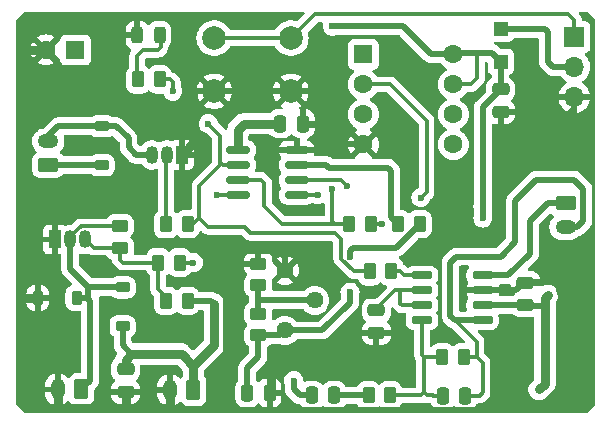
<source format=gtl>
%TF.GenerationSoftware,KiCad,Pcbnew,8.0.0*%
%TF.CreationDate,2024-09-29T18:30:20+09:00*%
%TF.ProjectId,tiny402_sounds_player_V2_0807_,74696e79-3430-4325-9f73-6f756e64735f,rev?*%
%TF.SameCoordinates,Original*%
%TF.FileFunction,Copper,L1,Top*%
%TF.FilePolarity,Positive*%
%FSLAX46Y46*%
G04 Gerber Fmt 4.6, Leading zero omitted, Abs format (unit mm)*
G04 Created by KiCad (PCBNEW 8.0.0) date 2024-09-29 18:30:20*
%MOMM*%
%LPD*%
G01*
G04 APERTURE LIST*
G04 Aperture macros list*
%AMRoundRect*
0 Rectangle with rounded corners*
0 $1 Rounding radius*
0 $2 $3 $4 $5 $6 $7 $8 $9 X,Y pos of 4 corners*
0 Add a 4 corners polygon primitive as box body*
4,1,4,$2,$3,$4,$5,$6,$7,$8,$9,$2,$3,0*
0 Add four circle primitives for the rounded corners*
1,1,$1+$1,$2,$3*
1,1,$1+$1,$4,$5*
1,1,$1+$1,$6,$7*
1,1,$1+$1,$8,$9*
0 Add four rect primitives between the rounded corners*
20,1,$1+$1,$2,$3,$4,$5,0*
20,1,$1+$1,$4,$5,$6,$7,0*
20,1,$1+$1,$6,$7,$8,$9,0*
20,1,$1+$1,$8,$9,$2,$3,0*%
G04 Aperture macros list end*
%TA.AperFunction,SMDPad,CuDef*%
%ADD10RoundRect,0.250000X0.262500X0.450000X-0.262500X0.450000X-0.262500X-0.450000X0.262500X-0.450000X0*%
%TD*%
%TA.AperFunction,SMDPad,CuDef*%
%ADD11RoundRect,0.250000X0.475000X-0.250000X0.475000X0.250000X-0.475000X0.250000X-0.475000X-0.250000X0*%
%TD*%
%TA.AperFunction,SMDPad,CuDef*%
%ADD12RoundRect,0.250000X-0.262500X-0.450000X0.262500X-0.450000X0.262500X0.450000X-0.262500X0.450000X0*%
%TD*%
%TA.AperFunction,SMDPad,CuDef*%
%ADD13RoundRect,0.250000X0.450000X-0.262500X0.450000X0.262500X-0.450000X0.262500X-0.450000X-0.262500X0*%
%TD*%
%TA.AperFunction,SMDPad,CuDef*%
%ADD14RoundRect,0.250000X-0.475000X0.250000X-0.475000X-0.250000X0.475000X-0.250000X0.475000X0.250000X0*%
%TD*%
%TA.AperFunction,SMDPad,CuDef*%
%ADD15RoundRect,0.150000X-0.725000X-0.150000X0.725000X-0.150000X0.725000X0.150000X-0.725000X0.150000X0*%
%TD*%
%TA.AperFunction,SMDPad,CuDef*%
%ADD16RoundRect,0.150000X-0.825000X-0.150000X0.825000X-0.150000X0.825000X0.150000X-0.825000X0.150000X0*%
%TD*%
%TA.AperFunction,SMDPad,CuDef*%
%ADD17R,1.200000X1.200000*%
%TD*%
%TA.AperFunction,ComponentPad*%
%ADD18RoundRect,0.250000X0.625000X-0.350000X0.625000X0.350000X-0.625000X0.350000X-0.625000X-0.350000X0*%
%TD*%
%TA.AperFunction,ComponentPad*%
%ADD19O,1.750000X1.200000*%
%TD*%
%TA.AperFunction,ComponentPad*%
%ADD20C,1.440000*%
%TD*%
%TA.AperFunction,SMDPad,CuDef*%
%ADD21RoundRect,0.250000X-0.250000X-0.475000X0.250000X-0.475000X0.250000X0.475000X-0.250000X0.475000X0*%
%TD*%
%TA.AperFunction,SMDPad,CuDef*%
%ADD22RoundRect,0.225000X0.225000X0.375000X-0.225000X0.375000X-0.225000X-0.375000X0.225000X-0.375000X0*%
%TD*%
%TA.AperFunction,ComponentPad*%
%ADD23R,1.600000X1.600000*%
%TD*%
%TA.AperFunction,ComponentPad*%
%ADD24C,1.600000*%
%TD*%
%TA.AperFunction,SMDPad,CuDef*%
%ADD25RoundRect,0.225000X0.375000X-0.225000X0.375000X0.225000X-0.375000X0.225000X-0.375000X-0.225000X0*%
%TD*%
%TA.AperFunction,ComponentPad*%
%ADD26R,1.700000X1.700000*%
%TD*%
%TA.AperFunction,ComponentPad*%
%ADD27O,1.700000X1.700000*%
%TD*%
%TA.AperFunction,ComponentPad*%
%ADD28RoundRect,0.250000X0.350000X0.625000X-0.350000X0.625000X-0.350000X-0.625000X0.350000X-0.625000X0*%
%TD*%
%TA.AperFunction,ComponentPad*%
%ADD29O,1.200000X1.750000*%
%TD*%
%TA.AperFunction,ComponentPad*%
%ADD30R,1.050000X1.500000*%
%TD*%
%TA.AperFunction,ComponentPad*%
%ADD31O,1.050000X1.500000*%
%TD*%
%TA.AperFunction,ComponentPad*%
%ADD32C,2.000000*%
%TD*%
%TA.AperFunction,ComponentPad*%
%ADD33RoundRect,0.250000X-0.625000X0.350000X-0.625000X-0.350000X0.625000X-0.350000X0.625000X0.350000X0*%
%TD*%
%TA.AperFunction,SMDPad,CuDef*%
%ADD34RoundRect,0.243750X-0.243750X-0.456250X0.243750X-0.456250X0.243750X0.456250X-0.243750X0.456250X0*%
%TD*%
%TA.AperFunction,ViaPad*%
%ADD35C,0.600000*%
%TD*%
%TA.AperFunction,Conductor*%
%ADD36C,0.500000*%
%TD*%
%TA.AperFunction,Conductor*%
%ADD37C,0.800000*%
%TD*%
%TA.AperFunction,Conductor*%
%ADD38C,0.300000*%
%TD*%
G04 APERTURE END LIST*
D10*
%TO.P,R5,1*%
%TO.N,/MTR_ON*%
X112625000Y-71250000D03*
%TO.P,R5,2*%
%TO.N,Net-(D2-A)*%
X110800000Y-71250000D03*
%TD*%
D11*
%TO.P,C7,1*%
%TO.N,+3V*%
X143587500Y-90350000D03*
%TO.P,C7,2*%
%TO.N,GND*%
X143587500Y-88450000D03*
%TD*%
D12*
%TO.P,R16,1*%
%TO.N,/MTR_ON*%
X130425000Y-87500000D03*
%TO.P,R16,2*%
%TO.N,Net-(U4-SDB)*%
X132250000Y-87500000D03*
%TD*%
D13*
%TO.P,R14,1*%
%TO.N,Net-(C6-Pad1)*%
X120987500Y-92920000D03*
%TO.P,R14,2*%
%TO.N,Net-(C8-Pad1)*%
X120987500Y-91095000D03*
%TD*%
D14*
%TO.P,C5,1*%
%TO.N,+3V*%
X141500000Y-72100000D03*
%TO.P,C5,2*%
%TO.N,GND*%
X141500000Y-74000000D03*
%TD*%
D15*
%TO.P,U4,1,SDB*%
%TO.N,Net-(U4-SDB)*%
X134837500Y-87845000D03*
%TO.P,U4,2,BYPASS*%
%TO.N,Net-(U4-BYPASS)*%
X134837500Y-89115000D03*
%TO.P,U4,3,IN+*%
X134837500Y-90385000D03*
%TO.P,U4,4,IN-*%
%TO.N,Net-(U4-IN-)*%
X134837500Y-91655000D03*
%TO.P,U4,5,OUT-*%
%TO.N,Net-(J5-Pin_2)*%
X139987500Y-91655000D03*
%TO.P,U4,6,VCC*%
%TO.N,+3V*%
X139987500Y-90385000D03*
%TO.P,U4,7,GND*%
%TO.N,GND*%
X139987500Y-89115000D03*
%TO.P,U4,8,OUT+*%
%TO.N,Net-(J5-Pin_1)*%
X139987500Y-87845000D03*
%TD*%
D16*
%TO.P,U2,1,VCC*%
%TO.N,+3V*%
X119300000Y-77230000D03*
%TO.P,U2,2,PA6*%
%TO.N,/MTR_ON*%
X119300000Y-78500000D03*
%TO.P,U2,3,PA7*%
%TO.N,/MOSI_MISO*%
X119300000Y-79770000D03*
%TO.P,U2,4,PA1*%
%TO.N,/{slash}SS*%
X119300000Y-81040000D03*
%TO.P,U2,5,PA2*%
%TO.N,/SCK_SW2*%
X124250000Y-81040000D03*
%TO.P,U2,6,~{RESET}/PA0*%
%TO.N,/UPDI*%
X124250000Y-79770000D03*
%TO.P,U2,7,PA3*%
%TO.N,/PWM_P*%
X124250000Y-78500000D03*
%TO.P,U2,8,GND*%
%TO.N,GND*%
X124250000Y-77230000D03*
%TD*%
D17*
%TO.P,D4,1,K*%
%TO.N,+3V*%
X141500000Y-69750000D03*
%TO.P,D4,2,A*%
%TO.N,TG_Vdd*%
X141500000Y-66950000D03*
%TD*%
D10*
%TO.P,R4,1*%
%TO.N,/MTR_ON*%
X115000000Y-83500000D03*
%TO.P,R4,2*%
%TO.N,Net-(Q1-B)*%
X113175000Y-83500000D03*
%TD*%
D18*
%TO.P,J2,1,Pin_1*%
%TO.N,+3V*%
X103200000Y-78500000D03*
D19*
%TO.P,J2,2,Pin_2*%
%TO.N,Net-(D1-A)*%
X103200000Y-76500000D03*
%TD*%
D12*
%TO.P,R8,1*%
%TO.N,/PWM_P*%
X132837500Y-83500000D03*
%TO.P,R8,2*%
%TO.N,Net-(C6-Pad1)*%
X134662500Y-83500000D03*
%TD*%
D20*
%TO.P,RV1,1,1*%
%TO.N,Net-(C6-Pad1)*%
X123237500Y-92500000D03*
%TO.P,RV1,2,2*%
%TO.N,Net-(C8-Pad1)*%
X125777500Y-89960000D03*
%TO.P,RV1,3,3*%
%TO.N,GND*%
X123237500Y-87420000D03*
%TD*%
D21*
%TO.P,C8,1*%
%TO.N,Net-(C8-Pad1)*%
X125500000Y-98000000D03*
%TO.P,C8,2*%
%TO.N,Net-(C8-Pad2)*%
X127400000Y-98000000D03*
%TD*%
D22*
%TO.P,D6,1,K*%
%TO.N,Net-(D5-A)*%
X105605000Y-89750000D03*
%TO.P,D6,2,A*%
%TO.N,GND*%
X102305000Y-89750000D03*
%TD*%
D14*
%TO.P,C9,1*%
%TO.N,Net-(U4-BYPASS)*%
X130987500Y-90800000D03*
%TO.P,C9,2*%
%TO.N,GND*%
X130987500Y-92700000D03*
%TD*%
D23*
%TO.P,C1,1*%
%TO.N,+3V*%
X105500000Y-68750000D03*
D24*
%TO.P,C1,2*%
%TO.N,GND*%
X103000000Y-68750000D03*
%TD*%
D10*
%TO.P,R13,1*%
%TO.N,/SCK_SW2*%
X114325000Y-86750000D03*
%TO.P,R13,2*%
%TO.N,Net-(Q3-C)*%
X112500000Y-86750000D03*
%TD*%
D25*
%TO.P,D5,1,K*%
%TO.N,+3V*%
X109500000Y-92150000D03*
%TO.P,D5,2,A*%
%TO.N,Net-(D5-A)*%
X109500000Y-88850000D03*
%TD*%
D13*
%TO.P,R11,1*%
%TO.N,Net-(Q3-C)*%
X109250000Y-85500000D03*
%TO.P,R11,2*%
%TO.N,Net-(D5-A)*%
X109250000Y-83675000D03*
%TD*%
D26*
%TO.P,J4,1,Pin_1*%
%TO.N,/UPDI*%
X147750000Y-67670000D03*
D27*
%TO.P,J4,2,Pin_2*%
%TO.N,TG_Vdd*%
X147750000Y-70210000D03*
%TO.P,J4,3,Pin_3*%
%TO.N,GND*%
X147750000Y-72750000D03*
%TD*%
D12*
%TO.P,R6,1*%
%TO.N,/MOSI_MISO*%
X128675000Y-83500000D03*
%TO.P,R6,2*%
%TO.N,Net-(U3-DO(IO1))*%
X130500000Y-83500000D03*
%TD*%
D21*
%TO.P,C6,1*%
%TO.N,Net-(C6-Pad1)*%
X120050000Y-97787500D03*
%TO.P,C6,2*%
%TO.N,GND*%
X121950000Y-97787500D03*
%TD*%
D28*
%TO.P,J6,1,Pin_1*%
%TO.N,Net-(D5-A)*%
X106000000Y-97500000D03*
D29*
%TO.P,J6,2,Pin_2*%
%TO.N,GND*%
X104000000Y-97500000D03*
%TD*%
D28*
%TO.P,J1,1,Pin_1*%
%TO.N,+3V*%
X115500000Y-97550000D03*
D29*
%TO.P,J1,2,Pin_2*%
%TO.N,GND*%
X113500000Y-97550000D03*
%TD*%
D12*
%TO.P,R10,1*%
%TO.N,Net-(C8-Pad2)*%
X130325000Y-98000000D03*
%TO.P,R10,2*%
%TO.N,Net-(U4-IN-)*%
X132150000Y-98000000D03*
%TD*%
D30*
%TO.P,Q3,1,E*%
%TO.N,GND*%
X103800000Y-84800000D03*
D31*
%TO.P,Q3,2,B*%
%TO.N,Net-(D5-A)*%
X105070000Y-84800000D03*
%TO.P,Q3,3,C*%
%TO.N,Net-(Q3-C)*%
X106340000Y-84800000D03*
%TD*%
D14*
%TO.P,C2,1*%
%TO.N,+3V*%
X109750000Y-95800000D03*
%TO.P,C2,2*%
%TO.N,GND*%
X109750000Y-97700000D03*
%TD*%
D32*
%TO.P,SW1,1,1*%
%TO.N,/UPDI*%
X117250000Y-67750000D03*
X123750000Y-67750000D03*
%TO.P,SW1,2,2*%
%TO.N,GND*%
X117250000Y-72250000D03*
X123750000Y-72250000D03*
%TD*%
D25*
%TO.P,D1,1,K*%
%TO.N,+3V*%
X107750000Y-78500000D03*
%TO.P,D1,2,A*%
%TO.N,Net-(D1-A)*%
X107750000Y-75200000D03*
%TD*%
D10*
%TO.P,R9,1*%
%TO.N,+3V*%
X115000000Y-90000000D03*
%TO.P,R9,2*%
%TO.N,Net-(Q3-C)*%
X113175000Y-90000000D03*
%TD*%
D33*
%TO.P,J5,1,Pin_1*%
%TO.N,Net-(J5-Pin_1)*%
X147000000Y-81750000D03*
D19*
%TO.P,J5,2,Pin_2*%
%TO.N,Net-(J5-Pin_2)*%
X147000000Y-83750000D03*
%TD*%
D21*
%TO.P,C10,1*%
%TO.N,Net-(U4-IN-)*%
X136600000Y-98020000D03*
%TO.P,C10,2*%
%TO.N,Net-(J5-Pin_2)*%
X138500000Y-98020000D03*
%TD*%
D23*
%TO.P,U3,1,~{CS}*%
%TO.N,/{slash}SS*%
X129880000Y-69130000D03*
D24*
%TO.P,U3,2,DO(IO1)*%
%TO.N,Net-(U3-DO(IO1))*%
X129880000Y-71670000D03*
%TO.P,U3,3,~{WP}(IO2)*%
%TO.N,+3V*%
X129880000Y-74210000D03*
%TO.P,U3,4,GND*%
%TO.N,GND*%
X129880000Y-76750000D03*
%TO.P,U3,5,DI(IO0)*%
%TO.N,/MOSI_MISO*%
X137500000Y-76750000D03*
%TO.P,U3,6,CLK*%
%TO.N,/SCK_SW2*%
X137500000Y-74210000D03*
%TO.P,U3,7,~{HOLD}(IO3)*%
%TO.N,+3V*%
X137500000Y-71670000D03*
%TO.P,U3,8,VCC*%
X137500000Y-69130000D03*
%TD*%
D12*
%TO.P,R12,1*%
%TO.N,Net-(U4-IN-)*%
X136575000Y-94750000D03*
%TO.P,R12,2*%
%TO.N,Net-(J5-Pin_2)*%
X138400000Y-94750000D03*
%TD*%
D30*
%TO.P,Q1,1,E*%
%TO.N,GND*%
X114520000Y-77640000D03*
D31*
%TO.P,Q1,2,B*%
%TO.N,Net-(Q1-B)*%
X113250000Y-77640000D03*
%TO.P,Q1,3,C*%
%TO.N,Net-(D1-A)*%
X111980000Y-77640000D03*
%TD*%
D21*
%TO.P,C4,1*%
%TO.N,+3V*%
X122850000Y-75000000D03*
%TO.P,C4,2*%
%TO.N,GND*%
X124750000Y-75000000D03*
%TD*%
D13*
%TO.P,R15,1*%
%TO.N,Net-(C8-Pad1)*%
X120987500Y-88670000D03*
%TO.P,R15,2*%
%TO.N,GND*%
X120987500Y-86845000D03*
%TD*%
D34*
%TO.P,D2,1,K*%
%TO.N,GND*%
X110750000Y-67500000D03*
%TO.P,D2,2,A*%
%TO.N,Net-(D2-A)*%
X112625000Y-67500000D03*
%TD*%
D35*
%TO.N,GND*%
X103000000Y-66000000D03*
X141500000Y-82000000D03*
X102250000Y-87500000D03*
X146500000Y-89250000D03*
X121250000Y-72250000D03*
X126250000Y-72750000D03*
X145743750Y-98493750D03*
X146487500Y-97750000D03*
X115000000Y-71000000D03*
X141500000Y-82872550D03*
X130500000Y-95000000D03*
X124000000Y-95000000D03*
X103750000Y-86250000D03*
X141500000Y-75250000D03*
X115500000Y-75000000D03*
X141500000Y-76750000D03*
X102000000Y-66000000D03*
X146437500Y-88400000D03*
X115000000Y-70000000D03*
X144000000Y-76000000D03*
X101000000Y-71000000D03*
X115500000Y-75750000D03*
X122750000Y-96000000D03*
X127250000Y-77250000D03*
X101000000Y-72000000D03*
X129250000Y-95000000D03*
%TO.N,+3V*%
X120250000Y-75000000D03*
X121500000Y-75000000D03*
X140000000Y-82000000D03*
X140000000Y-83000000D03*
X145250000Y-97000000D03*
X127250000Y-66750000D03*
X145500000Y-89500000D03*
X145250000Y-90400000D03*
X144750000Y-97500000D03*
%TO.N,Net-(C6-Pad1)*%
X128750000Y-89250000D03*
X128750000Y-86250000D03*
%TO.N,Net-(C8-Pad1)*%
X123987500Y-96750000D03*
%TO.N,/UPDI*%
X128500000Y-80250000D03*
%TO.N,/SCK_SW2*%
X115500000Y-86750000D03*
X126000000Y-81000000D03*
%TO.N,/MOSI_MISO*%
X127250000Y-80500000D03*
%TO.N,/MTR_ON*%
X116750000Y-75000000D03*
X113750000Y-72250000D03*
%TO.N,Net-(U3-DO(IO1))*%
X131500000Y-83500000D03*
X134750000Y-81250000D03*
%TO.N,/{slash}SS*%
X117500000Y-81000000D03*
%TD*%
D36*
%TO.N,GND*%
X147750000Y-73750000D02*
X147750000Y-72750000D01*
X141500000Y-76000000D02*
X144000000Y-76000000D01*
X127520000Y-77230000D02*
X128000000Y-76750000D01*
X103700000Y-87500000D02*
X102250000Y-87500000D01*
D37*
X115500000Y-75000000D02*
X115500000Y-72500000D01*
X100900000Y-70850000D02*
X100900000Y-70900000D01*
X104000000Y-97500000D02*
X104000000Y-98625000D01*
D36*
X118645000Y-85762500D02*
X120987500Y-85762500D01*
X121950000Y-97787500D02*
X121950000Y-99200000D01*
D37*
X103000000Y-68750000D02*
X100900000Y-68750000D01*
D36*
X120987500Y-86845000D02*
X120987500Y-85762500D01*
D37*
X100900000Y-90750000D02*
X100900000Y-97900000D01*
D36*
X124000000Y-95000000D02*
X129250000Y-95000000D01*
D37*
X115500000Y-75000000D02*
X115500000Y-75750000D01*
D36*
X123250000Y-86250000D02*
X123237500Y-86262500D01*
X141500000Y-76750000D02*
X141500000Y-76000000D01*
X123750000Y-72250000D02*
X125750000Y-72250000D01*
X130987500Y-94500000D02*
X130987500Y-92787500D01*
D37*
X100900000Y-97900000D02*
X102100000Y-99100000D01*
D36*
X124250000Y-77230000D02*
X127230000Y-77230000D01*
D37*
X100900000Y-87500000D02*
X100900000Y-90750000D01*
X102900000Y-65900000D02*
X103000000Y-66000000D01*
D36*
X123237500Y-86262500D02*
X123237500Y-87420000D01*
D37*
X100900000Y-68750000D02*
X100900000Y-66850000D01*
X103100000Y-65900000D02*
X110000000Y-65900000D01*
X115500000Y-75750000D02*
X115500000Y-76660000D01*
D36*
X110750000Y-67500000D02*
X110750000Y-65900000D01*
X103800000Y-84800000D02*
X103800000Y-86200000D01*
X103800000Y-84500000D02*
X103800000Y-84800000D01*
X130500000Y-94987500D02*
X130987500Y-94500000D01*
D37*
X115000000Y-70000000D02*
X115000000Y-71000000D01*
D36*
X126625000Y-75125000D02*
X126750000Y-75250000D01*
X129880000Y-76750000D02*
X128000000Y-76750000D01*
X128000000Y-76750000D02*
X126750000Y-75500000D01*
D37*
X109750000Y-98850000D02*
X110000000Y-99100000D01*
D36*
X146437500Y-88400000D02*
X146400000Y-88362500D01*
X118250000Y-86157500D02*
X118645000Y-85762500D01*
D37*
X113650000Y-65900000D02*
X115000000Y-67250000D01*
D36*
X114375000Y-99250000D02*
X118250000Y-99250000D01*
X102250000Y-87500000D02*
X100900000Y-87500000D01*
X129250000Y-95000000D02*
X130487500Y-95000000D01*
X126750000Y-75500000D02*
X126750000Y-75250000D01*
X115000000Y-72000000D02*
X115250000Y-72250000D01*
D37*
X115500000Y-72500000D02*
X115000000Y-72000000D01*
X101900000Y-65900000D02*
X102000000Y-66000000D01*
D36*
X113500000Y-99250000D02*
X114375000Y-99250000D01*
D37*
X110000000Y-99100000D02*
X113500000Y-99100000D01*
X101000000Y-71000000D02*
X100900000Y-71100000D01*
D36*
X103800000Y-87400000D02*
X103700000Y-87500000D01*
X115250000Y-72250000D02*
X121250000Y-72250000D01*
D37*
X110000000Y-65900000D02*
X113650000Y-65900000D01*
D36*
X143587500Y-88362500D02*
X142835000Y-89115000D01*
X120987500Y-85762500D02*
X122762500Y-85762500D01*
D37*
X102100000Y-99100000D02*
X110000000Y-99100000D01*
X102000000Y-66000000D02*
X102100000Y-65900000D01*
D36*
X126250000Y-72750000D02*
X126625000Y-73125000D01*
X103750000Y-86250000D02*
X103800000Y-86300000D01*
X103800000Y-86200000D02*
X103750000Y-86250000D01*
X142835000Y-89115000D02*
X139987500Y-89115000D01*
X121250000Y-72250000D02*
X123750000Y-72250000D01*
D37*
X100900000Y-66850000D02*
X101850000Y-65900000D01*
X115000000Y-71000000D02*
X115000000Y-72000000D01*
D36*
X122750000Y-96000000D02*
X122750000Y-95987500D01*
D37*
X102305000Y-89750000D02*
X101150000Y-89750000D01*
D36*
X125750000Y-72250000D02*
X126250000Y-72750000D01*
X144000000Y-76000000D02*
X145500000Y-76000000D01*
X127250000Y-77250000D02*
X127270000Y-77230000D01*
D37*
X100900000Y-73750000D02*
X100900000Y-87500000D01*
D36*
X130487500Y-95000000D02*
X130500000Y-95000000D01*
X122237500Y-96500000D02*
X122737500Y-96000000D01*
D37*
X100900000Y-70900000D02*
X101000000Y-71000000D01*
D36*
X146437500Y-89187500D02*
X146500000Y-89250000D01*
D37*
X100900000Y-72100000D02*
X100900000Y-73750000D01*
X101000000Y-72000000D02*
X100900000Y-72100000D01*
D36*
X141500000Y-82872550D02*
X141500000Y-75250000D01*
X123737500Y-95000000D02*
X124000000Y-95000000D01*
D37*
X103000000Y-66000000D02*
X103100000Y-65900000D01*
D36*
X130500000Y-95000000D02*
X130500000Y-94987500D01*
D37*
X100900000Y-71100000D02*
X100900000Y-71900000D01*
D36*
X145500000Y-76000000D02*
X147750000Y-73750000D01*
X103800000Y-86300000D02*
X103800000Y-87400000D01*
X127230000Y-77230000D02*
X127250000Y-77250000D01*
D37*
X102100000Y-65900000D02*
X102900000Y-65900000D01*
D36*
X118250000Y-99250000D02*
X122000000Y-99250000D01*
X146400000Y-88362500D02*
X143587500Y-88362500D01*
X141500000Y-75250000D02*
X141500000Y-73787500D01*
X141500000Y-82000000D02*
X141500000Y-76750000D01*
X120987500Y-86670000D02*
X120987500Y-86845000D01*
D37*
X100900000Y-70850000D02*
X100900000Y-68750000D01*
D36*
X121950000Y-99200000D02*
X122000000Y-99250000D01*
X126625000Y-73125000D02*
X126625000Y-75125000D01*
D37*
X113500000Y-99100000D02*
X113500000Y-97550000D01*
D36*
X127270000Y-77230000D02*
X127520000Y-77230000D01*
X122750000Y-95987500D02*
X123737500Y-95000000D01*
X122237500Y-97750000D02*
X122237500Y-96500000D01*
X124750000Y-75000000D02*
X124875000Y-75125000D01*
X124875000Y-75125000D02*
X126625000Y-75125000D01*
D37*
X100900000Y-71900000D02*
X101000000Y-72000000D01*
D36*
X122737500Y-96000000D02*
X122750000Y-96000000D01*
D37*
X102305000Y-89750000D02*
X101650000Y-89750000D01*
X115500000Y-76660000D02*
X114520000Y-77640000D01*
D36*
X118250000Y-99250000D02*
X118250000Y-86157500D01*
X130487500Y-95000000D02*
X130487500Y-95000000D01*
D37*
X115000000Y-67250000D02*
X115000000Y-70000000D01*
X101150000Y-89750000D02*
X100900000Y-90000000D01*
D36*
X146487500Y-97750000D02*
X144987500Y-99250000D01*
X144987500Y-99250000D02*
X122000000Y-99250000D01*
X146500000Y-97750000D02*
X146487500Y-97750000D01*
X113500000Y-97550000D02*
X113500000Y-99250000D01*
D37*
X101850000Y-65900000D02*
X101900000Y-65900000D01*
X109750000Y-97700000D02*
X109750000Y-98850000D01*
D36*
X122762500Y-85762500D02*
X123250000Y-86250000D01*
X146437500Y-88400000D02*
X146437500Y-89187500D01*
D37*
X100900000Y-90000000D02*
X100900000Y-90750000D01*
%TO.N,+3V*%
X145250000Y-89750000D02*
X145500000Y-89500000D01*
D36*
X133250000Y-66750000D02*
X135630000Y-69130000D01*
X141500000Y-72100000D02*
X141500000Y-69750000D01*
D37*
X114500000Y-94500000D02*
X110250000Y-94500000D01*
X117250000Y-93750000D02*
X115500000Y-95500000D01*
X117250000Y-90250000D02*
X117250000Y-93750000D01*
D38*
X139500000Y-69250000D02*
X139500000Y-71170000D01*
D36*
X141500000Y-69750000D02*
X140750000Y-69000000D01*
D37*
X122850000Y-75000000D02*
X119750000Y-75000000D01*
D36*
X140000000Y-73600000D02*
X141500000Y-72100000D01*
X143587500Y-90425000D02*
X143587500Y-90437500D01*
X143495000Y-90345000D02*
X140027500Y-90345000D01*
D37*
X119250000Y-75500000D02*
X119250000Y-76750000D01*
D36*
X140750000Y-69000000D02*
X139750000Y-69000000D01*
D37*
X115500000Y-95500000D02*
X114500000Y-94500000D01*
D36*
X109500000Y-93750000D02*
X110250000Y-94500000D01*
X115000000Y-90000000D02*
X117000000Y-90000000D01*
D37*
X110250000Y-94500000D02*
X109750000Y-95000000D01*
D36*
X145250000Y-90400000D02*
X143625000Y-90400000D01*
X107750000Y-78500000D02*
X103200000Y-78500000D01*
X140027500Y-90345000D02*
X139987500Y-90385000D01*
X143680000Y-90437500D02*
X143587500Y-90437500D01*
X143547500Y-90385000D02*
X143587500Y-90425000D01*
X140000000Y-83000000D02*
X140000000Y-82000000D01*
X143587500Y-90437500D02*
X143495000Y-90345000D01*
D37*
X109750000Y-95000000D02*
X109750000Y-95800000D01*
X145250000Y-90400000D02*
X145250000Y-91000000D01*
D38*
X139000000Y-71670000D02*
X137500000Y-71670000D01*
D37*
X145250000Y-97000000D02*
X144750000Y-97500000D01*
D36*
X127250000Y-66750000D02*
X133250000Y-66750000D01*
D37*
X115500000Y-97550000D02*
X115500000Y-95500000D01*
D36*
X117000000Y-90000000D02*
X117250000Y-90250000D01*
D37*
X145250000Y-91000000D02*
X145250000Y-89750000D01*
D38*
X139500000Y-71170000D02*
X139000000Y-71670000D01*
D36*
X143625000Y-90400000D02*
X143587500Y-90437500D01*
X135630000Y-69130000D02*
X137500000Y-69130000D01*
X109500000Y-92150000D02*
X109500000Y-93750000D01*
D37*
X145250000Y-91000000D02*
X145250000Y-97000000D01*
D36*
X139750000Y-69000000D02*
X137630000Y-69000000D01*
X140000000Y-82000000D02*
X140000000Y-73600000D01*
D37*
X119750000Y-75000000D02*
X119250000Y-75500000D01*
D36*
X137630000Y-69000000D02*
X137500000Y-69130000D01*
X143742500Y-90500000D02*
X143680000Y-90437500D01*
D38*
X139750000Y-69000000D02*
X139500000Y-69250000D01*
D36*
%TO.N,Net-(C6-Pad1)*%
X132662500Y-85500000D02*
X134662500Y-83500000D01*
X120987500Y-92920000D02*
X122817500Y-92920000D01*
X128750000Y-86250000D02*
X128750000Y-85750000D01*
X122817500Y-92920000D02*
X123237500Y-92500000D01*
X120987500Y-94750000D02*
X120987500Y-92920000D01*
X126407500Y-92500000D02*
X123237500Y-92500000D01*
X128750000Y-89250000D02*
X128750000Y-90157500D01*
X120050000Y-97787500D02*
X120050000Y-95687500D01*
X120050000Y-95687500D02*
X120987500Y-94750000D01*
X128750000Y-90157500D02*
X126407500Y-92500000D01*
X129000000Y-85500000D02*
X132662500Y-85500000D01*
X128750000Y-85750000D02*
X129000000Y-85500000D01*
%TO.N,Net-(C8-Pad2)*%
X130237500Y-98000000D02*
X127487500Y-98000000D01*
%TO.N,Net-(C8-Pad1)*%
X124487500Y-98000000D02*
X123987500Y-97500000D01*
X120987500Y-89920000D02*
X120987500Y-91095000D01*
X125737500Y-89920000D02*
X125777500Y-89960000D01*
X125412500Y-98000000D02*
X124487500Y-98000000D01*
X123987500Y-97500000D02*
X123987500Y-96750000D01*
X120987500Y-89920000D02*
X125737500Y-89920000D01*
X120987500Y-88670000D02*
X120987500Y-89920000D01*
D38*
%TO.N,Net-(U4-BYPASS)*%
X132585000Y-89115000D02*
X130987500Y-90712500D01*
X132987500Y-89115000D02*
X132585000Y-89115000D01*
X134837500Y-89115000D02*
X132987500Y-89115000D01*
X133122500Y-90385000D02*
X132987500Y-90250000D01*
X134837500Y-90385000D02*
X133122500Y-90385000D01*
X132987500Y-90250000D02*
X132987500Y-89115000D01*
%TO.N,Net-(U4-IN-)*%
X134987500Y-94750000D02*
X134987500Y-97750000D01*
X135737500Y-98000000D02*
X135757500Y-98020000D01*
X135237500Y-98000000D02*
X134987500Y-97750000D01*
X134837500Y-91655000D02*
X134837500Y-94600000D01*
X134837500Y-94600000D02*
X134987500Y-94750000D01*
X135237500Y-98000000D02*
X135737500Y-98000000D01*
X134737500Y-98000000D02*
X132237500Y-98000000D01*
X135757500Y-98020000D02*
X136512500Y-98020000D01*
X134987500Y-94750000D02*
X136487500Y-94750000D01*
X134987500Y-97750000D02*
X134737500Y-98000000D01*
D36*
%TO.N,Net-(J5-Pin_2)*%
X137655000Y-91655000D02*
X139987500Y-91655000D01*
X141500000Y-86250000D02*
X137750000Y-86250000D01*
D38*
X139987500Y-95250000D02*
X139487500Y-94750000D01*
X138587500Y-98020000D02*
X139717500Y-98020000D01*
D36*
X137250000Y-91250000D02*
X137655000Y-91655000D01*
X148000000Y-83750000D02*
X148500000Y-83250000D01*
X140622500Y-91655000D02*
X139987500Y-91655000D01*
D38*
X139487500Y-94750000D02*
X139487500Y-93487500D01*
D36*
X148500000Y-80500000D02*
X147750000Y-79750000D01*
X147750000Y-79750000D02*
X144500000Y-79750000D01*
X147000000Y-83750000D02*
X148000000Y-83750000D01*
X148500000Y-83250000D02*
X148500000Y-80500000D01*
D38*
X139987500Y-97750000D02*
X139987500Y-95250000D01*
D36*
X142750000Y-81500000D02*
X142750000Y-85000000D01*
X137750000Y-86250000D02*
X137250000Y-86750000D01*
D38*
X139487500Y-94750000D02*
X138487500Y-94750000D01*
D36*
X137250000Y-86750000D02*
X137250000Y-91250000D01*
D38*
X139717500Y-98020000D02*
X139987500Y-97750000D01*
X139487500Y-93487500D02*
X137655000Y-91655000D01*
D36*
X142750000Y-85000000D02*
X141500000Y-86250000D01*
X144500000Y-79750000D02*
X142750000Y-81500000D01*
%TO.N,Net-(D1-A)*%
X103200000Y-76500000D02*
X103200000Y-76050000D01*
X110640000Y-77640000D02*
X111980000Y-77640000D01*
X110000000Y-76250000D02*
X110000000Y-77000000D01*
X107750000Y-75200000D02*
X108950000Y-75200000D01*
X108950000Y-75200000D02*
X110000000Y-76250000D01*
X110000000Y-77000000D02*
X110640000Y-77640000D01*
X104050000Y-75200000D02*
X107750000Y-75200000D01*
X103200000Y-76050000D02*
X104050000Y-75200000D01*
D38*
%TO.N,Net-(D2-A)*%
X112712500Y-68500000D02*
X112462500Y-68750000D01*
X110712500Y-69250000D02*
X110712500Y-70750000D01*
X112462500Y-68750000D02*
X111212500Y-68750000D01*
X111212500Y-68750000D02*
X110712500Y-69250000D01*
X112712500Y-67000000D02*
X112712500Y-68500000D01*
D36*
%TO.N,TG_Vdd*%
X145960000Y-70210000D02*
X147750000Y-70210000D01*
X141900000Y-67000000D02*
X145250000Y-67000000D01*
X141500000Y-66600000D02*
X141900000Y-67000000D01*
X145500000Y-67250000D02*
X145500000Y-69750000D01*
X145250000Y-67000000D02*
X145500000Y-67250000D01*
X145500000Y-69750000D02*
X145960000Y-70210000D01*
%TO.N,Net-(D5-A)*%
X105070000Y-84800000D02*
X105070000Y-87320000D01*
D38*
X105070000Y-84800000D02*
X105070000Y-84575000D01*
D36*
X105070000Y-87320000D02*
X106600000Y-88850000D01*
X106500000Y-89750000D02*
X105605000Y-89750000D01*
D38*
X109250000Y-83675000D02*
X105970000Y-83675000D01*
D36*
X106600000Y-88850000D02*
X106600000Y-89850000D01*
D38*
X105895000Y-83750000D02*
X106000000Y-83750000D01*
D36*
X106600000Y-89850000D02*
X106750000Y-90000000D01*
D38*
X105070000Y-84575000D02*
X105697500Y-83947500D01*
X105970000Y-83675000D02*
X105697500Y-83947500D01*
D36*
X106000000Y-97500000D02*
X106750000Y-96750000D01*
X106750000Y-96750000D02*
X106750000Y-90000000D01*
D38*
X105697500Y-83947500D02*
X105895000Y-83750000D01*
D36*
X106600000Y-88850000D02*
X109500000Y-88850000D01*
D38*
%TO.N,/UPDI*%
X117250000Y-67750000D02*
X123750000Y-67750000D01*
X147750000Y-66250000D02*
X147750000Y-67670000D01*
X128020000Y-79770000D02*
X124250000Y-79770000D01*
X128500000Y-80250000D02*
X128020000Y-79770000D01*
X125750000Y-65750000D02*
X147250000Y-65750000D01*
X147250000Y-65750000D02*
X147750000Y-66250000D01*
X123750000Y-67750000D02*
X125750000Y-65750000D01*
D36*
%TO.N,Net-(J5-Pin_1)*%
X144000000Y-86000000D02*
X142155000Y-87845000D01*
X145500000Y-81750000D02*
X144000000Y-83250000D01*
X144000000Y-83250000D02*
X144000000Y-86000000D01*
X147000000Y-81750000D02*
X145500000Y-81750000D01*
X142155000Y-87845000D02*
X139987500Y-87845000D01*
D38*
%TO.N,Net-(Q1-B)*%
X113175000Y-77715000D02*
X113250000Y-77640000D01*
X113175000Y-83500000D02*
X113175000Y-77715000D01*
%TO.N,/SCK_SW2*%
X126000000Y-81000000D02*
X124290000Y-81000000D01*
X114325000Y-86750000D02*
X115500000Y-86750000D01*
X124290000Y-81000000D02*
X124250000Y-81040000D01*
%TO.N,/MOSI_MISO*%
X127250000Y-80500000D02*
X127250000Y-83250000D01*
X127250000Y-83250000D02*
X127500000Y-83500000D01*
X123000000Y-83500000D02*
X121500000Y-82000000D01*
X121500000Y-80000000D02*
X121250000Y-79750000D01*
X121230000Y-79770000D02*
X119300000Y-79770000D01*
X121250000Y-79750000D02*
X121230000Y-79770000D01*
X121500000Y-82000000D02*
X121500000Y-80000000D01*
X127500000Y-83500000D02*
X123000000Y-83500000D01*
X128925000Y-83500000D02*
X127500000Y-83500000D01*
%TO.N,/MTR_ON*%
X117750000Y-78500000D02*
X117750000Y-78250000D01*
X117750000Y-76000000D02*
X117750000Y-78250000D01*
X119823528Y-83750000D02*
X116750000Y-83750000D01*
X130425000Y-87500000D02*
X129080761Y-87500000D01*
X117750000Y-78250000D02*
X118000000Y-78500000D01*
X115500000Y-83500000D02*
X115000000Y-83500000D01*
X112625000Y-71250000D02*
X113500000Y-71250000D01*
X116000000Y-80250000D02*
X117750000Y-78500000D01*
X116000000Y-80250000D02*
X116000000Y-83000000D01*
X127500000Y-84250000D02*
X120323528Y-84250000D01*
X119300000Y-78500000D02*
X118000000Y-78500000D01*
X116750000Y-83750000D02*
X116000000Y-83000000D01*
X116750000Y-75000000D02*
X117750000Y-76000000D01*
X120323528Y-84250000D02*
X119823528Y-83750000D01*
X113750000Y-71500000D02*
X113750000Y-72250000D01*
X128000000Y-86419239D02*
X128000000Y-84750000D01*
X113500000Y-71250000D02*
X113750000Y-71500000D01*
X129080761Y-87500000D02*
X128000000Y-86419239D01*
X116000000Y-83000000D02*
X115500000Y-83500000D01*
X128000000Y-84750000D02*
X127500000Y-84250000D01*
%TO.N,Net-(U3-DO(IO1))*%
X135250000Y-80750000D02*
X134750000Y-81250000D01*
X132170000Y-71670000D02*
X135250000Y-74750000D01*
X129880000Y-71670000D02*
X132170000Y-71670000D01*
X130750000Y-83500000D02*
X131500000Y-83500000D01*
X135250000Y-74750000D02*
X135250000Y-80750000D01*
D36*
%TO.N,/PWM_P*%
X132250000Y-82912500D02*
X132837500Y-83500000D01*
X132250000Y-79000000D02*
X132250000Y-82912500D01*
X132000000Y-78750000D02*
X132250000Y-79000000D01*
X126750000Y-78500000D02*
X127000000Y-78750000D01*
X124250000Y-78500000D02*
X126750000Y-78500000D01*
X127000000Y-78750000D02*
X132000000Y-78750000D01*
D38*
%TO.N,/{slash}SS*%
X117540000Y-81040000D02*
X117500000Y-81000000D01*
X119300000Y-81040000D02*
X117540000Y-81040000D01*
%TO.N,Net-(Q3-C)*%
X113175000Y-89675000D02*
X112500000Y-89000000D01*
X109500000Y-86750000D02*
X109250000Y-86500000D01*
X112500000Y-89000000D02*
X112500000Y-86750000D01*
X109250000Y-85500000D02*
X107040000Y-85500000D01*
X107040000Y-85500000D02*
X106340000Y-84800000D01*
X109500000Y-86750000D02*
X112500000Y-86750000D01*
X113175000Y-90000000D02*
X113175000Y-89675000D01*
X109250000Y-86500000D02*
X109250000Y-85500000D01*
%TO.N,Net-(U4-SDB)*%
X132250000Y-87500000D02*
X133000000Y-87500000D01*
X133345000Y-87845000D02*
X134837500Y-87845000D01*
X133000000Y-87500000D02*
X133345000Y-87845000D01*
%TD*%
%TA.AperFunction,Conductor*%
%TO.N,GND*%
G36*
X138804730Y-87020185D02*
G01*
X138850485Y-87072989D01*
X138860429Y-87142147D01*
X138831404Y-87205703D01*
X138825372Y-87212181D01*
X138744423Y-87293129D01*
X138744417Y-87293137D01*
X138660755Y-87434603D01*
X138660754Y-87434606D01*
X138614902Y-87592426D01*
X138614901Y-87592432D01*
X138612000Y-87629298D01*
X138612000Y-88060701D01*
X138614901Y-88097567D01*
X138614902Y-88097573D01*
X138660754Y-88255393D01*
X138660755Y-88255396D01*
X138660756Y-88255398D01*
X138668994Y-88269328D01*
X138744417Y-88396862D01*
X138749202Y-88403031D01*
X138746869Y-88404840D01*
X138773710Y-88453995D01*
X138768726Y-88523687D01*
X138747970Y-88556021D01*
X138749597Y-88557283D01*
X138744813Y-88563449D01*
X138661218Y-88704801D01*
X138615399Y-88862513D01*
X138615204Y-88864998D01*
X138615205Y-88865000D01*
X141359795Y-88865000D01*
X141359795Y-88864998D01*
X141359600Y-88862511D01*
X141359599Y-88862505D01*
X141328103Y-88754095D01*
X141328302Y-88684225D01*
X141366244Y-88625555D01*
X141429883Y-88596712D01*
X141447179Y-88595500D01*
X142235010Y-88595500D01*
X142235010Y-88597398D01*
X142294984Y-88608768D01*
X142345698Y-88656829D01*
X142362500Y-88719152D01*
X142362500Y-88749969D01*
X142362501Y-88749987D01*
X142372994Y-88852697D01*
X142428141Y-89019119D01*
X142428143Y-89019124D01*
X142520184Y-89168345D01*
X142644155Y-89292316D01*
X142644159Y-89292319D01*
X142647156Y-89294168D01*
X142648779Y-89295972D01*
X142649823Y-89296798D01*
X142649681Y-89296976D01*
X142693881Y-89346116D01*
X142705102Y-89415079D01*
X142677259Y-89479161D01*
X142647161Y-89505241D01*
X142643849Y-89507283D01*
X142643843Y-89507288D01*
X142592951Y-89558181D01*
X142531628Y-89591666D01*
X142505270Y-89594500D01*
X141458800Y-89594500D01*
X141391761Y-89574815D01*
X141346006Y-89522011D01*
X141336062Y-89452853D01*
X141339724Y-89435905D01*
X141359599Y-89367494D01*
X141359600Y-89367488D01*
X141359795Y-89365001D01*
X141359795Y-89365000D01*
X138615205Y-89365000D01*
X138615204Y-89365001D01*
X138615399Y-89367486D01*
X138661218Y-89525198D01*
X138744814Y-89666552D01*
X138749600Y-89672722D01*
X138747140Y-89674629D01*
X138773710Y-89723288D01*
X138768726Y-89792980D01*
X138747662Y-89825781D01*
X138749199Y-89826974D01*
X138744415Y-89833140D01*
X138660755Y-89974603D01*
X138660754Y-89974606D01*
X138614902Y-90132426D01*
X138614901Y-90132432D01*
X138612000Y-90169298D01*
X138612000Y-90600701D01*
X138614901Y-90637567D01*
X138614902Y-90637573D01*
X138646376Y-90745905D01*
X138646177Y-90815775D01*
X138608235Y-90874445D01*
X138544596Y-90903288D01*
X138527300Y-90904500D01*
X138124500Y-90904500D01*
X138057461Y-90884815D01*
X138011706Y-90832011D01*
X138000500Y-90780500D01*
X138000500Y-87124500D01*
X138020185Y-87057461D01*
X138072989Y-87011706D01*
X138124500Y-87000500D01*
X138737691Y-87000500D01*
X138804730Y-87020185D01*
G37*
%TD.AperFunction*%
%TA.AperFunction,Conductor*%
G36*
X124847232Y-65520185D02*
G01*
X124892987Y-65572989D01*
X124902931Y-65642147D01*
X124873906Y-65705703D01*
X124867874Y-65712181D01*
X124300909Y-66279144D01*
X124239586Y-66312629D01*
X124172965Y-66308744D01*
X124119616Y-66290429D01*
X123874335Y-66249500D01*
X123625665Y-66249500D01*
X123380383Y-66290429D01*
X123145197Y-66371169D01*
X123145188Y-66371172D01*
X122926493Y-66489524D01*
X122730257Y-66642261D01*
X122561833Y-66825217D01*
X122425826Y-67033393D01*
X122425214Y-67034525D01*
X122424842Y-67034898D01*
X122423022Y-67037686D01*
X122422448Y-67037311D01*
X122375991Y-67084112D01*
X122316163Y-67099500D01*
X118683837Y-67099500D01*
X118616798Y-67079815D01*
X118577438Y-67037384D01*
X118576978Y-67037686D01*
X118575214Y-67034987D01*
X118574786Y-67034525D01*
X118574173Y-67033393D01*
X118438166Y-66825217D01*
X118388793Y-66771584D01*
X118269744Y-66642262D01*
X118073509Y-66489526D01*
X118073507Y-66489525D01*
X118073506Y-66489524D01*
X117854811Y-66371172D01*
X117854802Y-66371169D01*
X117619616Y-66290429D01*
X117374335Y-66249500D01*
X117125665Y-66249500D01*
X116880383Y-66290429D01*
X116645197Y-66371169D01*
X116645188Y-66371172D01*
X116426493Y-66489524D01*
X116230257Y-66642261D01*
X116061833Y-66825217D01*
X115925826Y-67033393D01*
X115825936Y-67261118D01*
X115764892Y-67502175D01*
X115764890Y-67502187D01*
X115744357Y-67749994D01*
X115744357Y-67750000D01*
X115764890Y-67997812D01*
X115764892Y-67997824D01*
X115825936Y-68238881D01*
X115925826Y-68466606D01*
X116061833Y-68674782D01*
X116061836Y-68674785D01*
X116230256Y-68857738D01*
X116426491Y-69010474D01*
X116462064Y-69029725D01*
X116595854Y-69102129D01*
X116645190Y-69128828D01*
X116880386Y-69209571D01*
X117125665Y-69250500D01*
X117374335Y-69250500D01*
X117619614Y-69209571D01*
X117854810Y-69128828D01*
X118073509Y-69010474D01*
X118269744Y-68857738D01*
X118438164Y-68674785D01*
X118574173Y-68466607D01*
X118574175Y-68466601D01*
X118574786Y-68465475D01*
X118575157Y-68465101D01*
X118576978Y-68462314D01*
X118577551Y-68462688D01*
X118624009Y-68415888D01*
X118683837Y-68400500D01*
X122316163Y-68400500D01*
X122383202Y-68420185D01*
X122422561Y-68462615D01*
X122423022Y-68462314D01*
X122424785Y-68465012D01*
X122425214Y-68465475D01*
X122425826Y-68466606D01*
X122561833Y-68674782D01*
X122561836Y-68674785D01*
X122730256Y-68857738D01*
X122926491Y-69010474D01*
X122962064Y-69029725D01*
X123095854Y-69102129D01*
X123145190Y-69128828D01*
X123380386Y-69209571D01*
X123625665Y-69250500D01*
X123874335Y-69250500D01*
X124119614Y-69209571D01*
X124354810Y-69128828D01*
X124573509Y-69010474D01*
X124769744Y-68857738D01*
X124938164Y-68674785D01*
X125074173Y-68466607D01*
X125174063Y-68238881D01*
X125235108Y-67997821D01*
X125235442Y-67993797D01*
X125255643Y-67750000D01*
X125255643Y-67749994D01*
X125235109Y-67502187D01*
X125235108Y-67502183D01*
X125235108Y-67502179D01*
X125225657Y-67464860D01*
X125188280Y-67317262D01*
X125190904Y-67247442D01*
X125220802Y-67199142D01*
X125983126Y-66436819D01*
X126044449Y-66403334D01*
X126070807Y-66400500D01*
X126349441Y-66400500D01*
X126416480Y-66420185D01*
X126462235Y-66472989D01*
X126472179Y-66542147D01*
X126466483Y-66565454D01*
X126464632Y-66570742D01*
X126464630Y-66570750D01*
X126444435Y-66749996D01*
X126444435Y-66750003D01*
X126464630Y-66929249D01*
X126464631Y-66929254D01*
X126524211Y-67099523D01*
X126572317Y-67176082D01*
X126620184Y-67252262D01*
X126747738Y-67379816D01*
X126838080Y-67436582D01*
X126883084Y-67464860D01*
X126900478Y-67475789D01*
X127037486Y-67523730D01*
X127070745Y-67535368D01*
X127070750Y-67535369D01*
X127249996Y-67555565D01*
X127250000Y-67555565D01*
X127250004Y-67555565D01*
X127429249Y-67535369D01*
X127429252Y-67535368D01*
X127429255Y-67535368D01*
X127509017Y-67507457D01*
X127549972Y-67500500D01*
X132887770Y-67500500D01*
X132954809Y-67520185D01*
X132975451Y-67536819D01*
X134034239Y-68595606D01*
X135047049Y-69608416D01*
X135151584Y-69712951D01*
X135151585Y-69712952D01*
X135274498Y-69795080D01*
X135274511Y-69795087D01*
X135411082Y-69851656D01*
X135411087Y-69851658D01*
X135411091Y-69851658D01*
X135411092Y-69851659D01*
X135556079Y-69880500D01*
X135556082Y-69880500D01*
X136373337Y-69880500D01*
X136440376Y-69900185D01*
X136474912Y-69933377D01*
X136499954Y-69969141D01*
X136660858Y-70130045D01*
X136660861Y-70130047D01*
X136847266Y-70260568D01*
X136905275Y-70287618D01*
X136957714Y-70333791D01*
X136976866Y-70400984D01*
X136956650Y-70467865D01*
X136905275Y-70512382D01*
X136847267Y-70539431D01*
X136847265Y-70539432D01*
X136660858Y-70669954D01*
X136499954Y-70830858D01*
X136369432Y-71017265D01*
X136369431Y-71017267D01*
X136273261Y-71223502D01*
X136273258Y-71223511D01*
X136214366Y-71443302D01*
X136214364Y-71443313D01*
X136194532Y-71669998D01*
X136194532Y-71670001D01*
X136214364Y-71896686D01*
X136214366Y-71896697D01*
X136273258Y-72116488D01*
X136273261Y-72116497D01*
X136369431Y-72322732D01*
X136369432Y-72322734D01*
X136499954Y-72509141D01*
X136660858Y-72670045D01*
X136660861Y-72670047D01*
X136847266Y-72800568D01*
X136879987Y-72815826D01*
X136905275Y-72827618D01*
X136957714Y-72873791D01*
X136976866Y-72940984D01*
X136956650Y-73007865D01*
X136905275Y-73052382D01*
X136847267Y-73079431D01*
X136847265Y-73079432D01*
X136660858Y-73209954D01*
X136499954Y-73370858D01*
X136369432Y-73557265D01*
X136369431Y-73557267D01*
X136273261Y-73763502D01*
X136273258Y-73763511D01*
X136214366Y-73983302D01*
X136214364Y-73983313D01*
X136194532Y-74209998D01*
X136194532Y-74210001D01*
X136214364Y-74436686D01*
X136214366Y-74436697D01*
X136273258Y-74656488D01*
X136273261Y-74656497D01*
X136369431Y-74862732D01*
X136369432Y-74862734D01*
X136499954Y-75049141D01*
X136660858Y-75210045D01*
X136699831Y-75237334D01*
X136847266Y-75340568D01*
X136905275Y-75367618D01*
X136957714Y-75413791D01*
X136976866Y-75480984D01*
X136956650Y-75547865D01*
X136905275Y-75592382D01*
X136847267Y-75619431D01*
X136847265Y-75619432D01*
X136660858Y-75749954D01*
X136499954Y-75910858D01*
X136369432Y-76097265D01*
X136369431Y-76097267D01*
X136273261Y-76303502D01*
X136273258Y-76303511D01*
X136214366Y-76523302D01*
X136214364Y-76523313D01*
X136194532Y-76749998D01*
X136194532Y-76750001D01*
X136214364Y-76976686D01*
X136214366Y-76976697D01*
X136273258Y-77196488D01*
X136273261Y-77196497D01*
X136369431Y-77402732D01*
X136369432Y-77402734D01*
X136499954Y-77589141D01*
X136660858Y-77750045D01*
X136660861Y-77750047D01*
X136847266Y-77880568D01*
X137053504Y-77976739D01*
X137053509Y-77976740D01*
X137053511Y-77976741D01*
X137078274Y-77983376D01*
X137273308Y-78035635D01*
X137435230Y-78049801D01*
X137499998Y-78055468D01*
X137500000Y-78055468D01*
X137500002Y-78055468D01*
X137556673Y-78050509D01*
X137726692Y-78035635D01*
X137946496Y-77976739D01*
X138152734Y-77880568D01*
X138339139Y-77750047D01*
X138500047Y-77589139D01*
X138630568Y-77402734D01*
X138726739Y-77196496D01*
X138785635Y-76976692D01*
X138805468Y-76750000D01*
X138785635Y-76523308D01*
X138730331Y-76316909D01*
X138726741Y-76303511D01*
X138726738Y-76303502D01*
X138690018Y-76224756D01*
X138630568Y-76097266D01*
X138508695Y-75923212D01*
X138500045Y-75910858D01*
X138339141Y-75749954D01*
X138152734Y-75619432D01*
X138152728Y-75619429D01*
X138094725Y-75592382D01*
X138042285Y-75546210D01*
X138023133Y-75479017D01*
X138043348Y-75412135D01*
X138094725Y-75367618D01*
X138152734Y-75340568D01*
X138339139Y-75210047D01*
X138500047Y-75049139D01*
X138630568Y-74862734D01*
X138726739Y-74656496D01*
X138785635Y-74436692D01*
X138805468Y-74210000D01*
X138785635Y-73983308D01*
X138726739Y-73763504D01*
X138630568Y-73557266D01*
X138500047Y-73370861D01*
X138500045Y-73370858D01*
X138339141Y-73209954D01*
X138152734Y-73079432D01*
X138152728Y-73079429D01*
X138125038Y-73066517D01*
X138094724Y-73052381D01*
X138042285Y-73006210D01*
X138023133Y-72939017D01*
X138043348Y-72872135D01*
X138094725Y-72827618D01*
X138152734Y-72800568D01*
X138339139Y-72670047D01*
X138500047Y-72509139D01*
X138595108Y-72373377D01*
X138649685Y-72329752D01*
X138696683Y-72320500D01*
X139064071Y-72320500D01*
X139164864Y-72300450D01*
X139189744Y-72295501D01*
X139308127Y-72246465D01*
X139310836Y-72244654D01*
X139311772Y-72244030D01*
X139346991Y-72220497D01*
X139414669Y-72175277D01*
X140005277Y-71584669D01*
X140076465Y-71478127D01*
X140090421Y-71444435D01*
X140125501Y-71359744D01*
X140145881Y-71257289D01*
X140150500Y-71234071D01*
X140150500Y-69874500D01*
X140170185Y-69807461D01*
X140222989Y-69761706D01*
X140274500Y-69750500D01*
X140275501Y-69750500D01*
X140342540Y-69770185D01*
X140388295Y-69822989D01*
X140399501Y-69874500D01*
X140399501Y-70397876D01*
X140405908Y-70457483D01*
X140456202Y-70592328D01*
X140456206Y-70592335D01*
X140542452Y-70707544D01*
X140542455Y-70707547D01*
X140657665Y-70793794D01*
X140657667Y-70793794D01*
X140657669Y-70793796D01*
X140668830Y-70797958D01*
X140724764Y-70839826D01*
X140749184Y-70905289D01*
X140749500Y-70914141D01*
X140749500Y-71068942D01*
X140729815Y-71135981D01*
X140690598Y-71174479D01*
X140611120Y-71223502D01*
X140556342Y-71257289D01*
X140432289Y-71381342D01*
X140340187Y-71530663D01*
X140340186Y-71530666D01*
X140285001Y-71697203D01*
X140285001Y-71697204D01*
X140285000Y-71697204D01*
X140274500Y-71799983D01*
X140274500Y-72212769D01*
X140254815Y-72279808D01*
X140238181Y-72300450D01*
X139417052Y-73121578D01*
X139417049Y-73121581D01*
X139367812Y-73195271D01*
X139334921Y-73244496D01*
X139334914Y-73244508D01*
X139278342Y-73381086D01*
X139278340Y-73381092D01*
X139249500Y-73526079D01*
X139249500Y-81700028D01*
X139242542Y-81740982D01*
X139214631Y-81820747D01*
X139194435Y-81999996D01*
X139194435Y-82000003D01*
X139214630Y-82179249D01*
X139214631Y-82179254D01*
X139242542Y-82259017D01*
X139249500Y-82299972D01*
X139249500Y-82700028D01*
X139242542Y-82740982D01*
X139214631Y-82820747D01*
X139194435Y-82999996D01*
X139194435Y-83000003D01*
X139214630Y-83179249D01*
X139214631Y-83179254D01*
X139274211Y-83349523D01*
X139300221Y-83390917D01*
X139370184Y-83502262D01*
X139497738Y-83629816D01*
X139650478Y-83725789D01*
X139800952Y-83778442D01*
X139820745Y-83785368D01*
X139820750Y-83785369D01*
X139999996Y-83805565D01*
X140000000Y-83805565D01*
X140000004Y-83805565D01*
X140179249Y-83785369D01*
X140179252Y-83785368D01*
X140179255Y-83785368D01*
X140349522Y-83725789D01*
X140502262Y-83629816D01*
X140629816Y-83502262D01*
X140725789Y-83349522D01*
X140785368Y-83179255D01*
X140785369Y-83179249D01*
X140805565Y-83000003D01*
X140805565Y-82999996D01*
X140785368Y-82820747D01*
X140785368Y-82820745D01*
X140757458Y-82740982D01*
X140750500Y-82700028D01*
X140750500Y-82299972D01*
X140757458Y-82259017D01*
X140768657Y-82227011D01*
X140785368Y-82179255D01*
X140798346Y-82064071D01*
X140805565Y-82000003D01*
X140805565Y-81999996D01*
X140785368Y-81820747D01*
X140785368Y-81820745D01*
X140757458Y-81740982D01*
X140750500Y-81700028D01*
X140750500Y-75114376D01*
X140770185Y-75047337D01*
X140822989Y-75001582D01*
X140887103Y-74991018D01*
X140975019Y-74999999D01*
X141249999Y-74999999D01*
X141250000Y-74999998D01*
X141250000Y-74250000D01*
X141750000Y-74250000D01*
X141750000Y-74999999D01*
X142024972Y-74999999D01*
X142024986Y-74999998D01*
X142127697Y-74989505D01*
X142294119Y-74934358D01*
X142294124Y-74934356D01*
X142443345Y-74842315D01*
X142567315Y-74718345D01*
X142659356Y-74569124D01*
X142659358Y-74569119D01*
X142714505Y-74402697D01*
X142714506Y-74402690D01*
X142724999Y-74299986D01*
X142725000Y-74299973D01*
X142725000Y-74250000D01*
X141750000Y-74250000D01*
X141250000Y-74250000D01*
X141250000Y-73874000D01*
X141269685Y-73806961D01*
X141322489Y-73761206D01*
X141374000Y-73750000D01*
X142724999Y-73750000D01*
X142724999Y-73700028D01*
X142724998Y-73700013D01*
X142714505Y-73597302D01*
X142659358Y-73430880D01*
X142659356Y-73430875D01*
X142567315Y-73281654D01*
X142443344Y-73157683D01*
X142443341Y-73157681D01*
X142440339Y-73155829D01*
X142438713Y-73154021D01*
X142437677Y-73153202D01*
X142437817Y-73153024D01*
X142393617Y-73103880D01*
X142382397Y-73034917D01*
X142410243Y-72970836D01*
X142440344Y-72944754D01*
X142443656Y-72942712D01*
X142567712Y-72818656D01*
X142659814Y-72669334D01*
X142714999Y-72502797D01*
X142725500Y-72400009D01*
X142725499Y-71799992D01*
X142719874Y-71744931D01*
X142714999Y-71697203D01*
X142714998Y-71697200D01*
X142677710Y-71584673D01*
X142659814Y-71530666D01*
X142567712Y-71381344D01*
X142443656Y-71257288D01*
X142309402Y-71174480D01*
X142262679Y-71122533D01*
X142250500Y-71068942D01*
X142250500Y-70914141D01*
X142270185Y-70847102D01*
X142322989Y-70801347D01*
X142331149Y-70797966D01*
X142342331Y-70793796D01*
X142457546Y-70707546D01*
X142543796Y-70592331D01*
X142594091Y-70457483D01*
X142600500Y-70397873D01*
X142600499Y-69102128D01*
X142594091Y-69042517D01*
X142591647Y-69035965D01*
X142543797Y-68907671D01*
X142543793Y-68907664D01*
X142457547Y-68792455D01*
X142457544Y-68792452D01*
X142342335Y-68706206D01*
X142342328Y-68706202D01*
X142207482Y-68655908D01*
X142207483Y-68655908D01*
X142147883Y-68649501D01*
X142147881Y-68649500D01*
X142147873Y-68649500D01*
X142147865Y-68649500D01*
X141512230Y-68649500D01*
X141445191Y-68629815D01*
X141424549Y-68613181D01*
X141228421Y-68417052D01*
X141228414Y-68417046D01*
X141154729Y-68367812D01*
X141154729Y-68367813D01*
X141105493Y-68334914D01*
X140994790Y-68289060D01*
X140940387Y-68245219D01*
X140918322Y-68178925D01*
X140935601Y-68111225D01*
X140986739Y-68063615D01*
X141042239Y-68050499D01*
X142147872Y-68050499D01*
X142207483Y-68044091D01*
X142342331Y-67993796D01*
X142457546Y-67907546D01*
X142537914Y-67800188D01*
X142593847Y-67758318D01*
X142637180Y-67750500D01*
X144625500Y-67750500D01*
X144692539Y-67770185D01*
X144738294Y-67822989D01*
X144749500Y-67874500D01*
X144749500Y-69823918D01*
X144749500Y-69823920D01*
X144749499Y-69823920D01*
X144778340Y-69968907D01*
X144778343Y-69968917D01*
X144834914Y-70105492D01*
X144851320Y-70130045D01*
X144851321Y-70130048D01*
X144917046Y-70228414D01*
X144917052Y-70228421D01*
X145481580Y-70792948D01*
X145481584Y-70792951D01*
X145604498Y-70875080D01*
X145604511Y-70875087D01*
X145741082Y-70931656D01*
X145741087Y-70931658D01*
X145741091Y-70931658D01*
X145741092Y-70931659D01*
X145886079Y-70960500D01*
X145886082Y-70960500D01*
X146033917Y-70960500D01*
X146562299Y-70960500D01*
X146629338Y-70980185D01*
X146663873Y-71013376D01*
X146711505Y-71081401D01*
X146878597Y-71248493D01*
X146878603Y-71248498D01*
X146891158Y-71257289D01*
X147037470Y-71359738D01*
X147064594Y-71378730D01*
X147108219Y-71433307D01*
X147115413Y-71502805D01*
X147083890Y-71565160D01*
X147064595Y-71581880D01*
X146878922Y-71711890D01*
X146878920Y-71711891D01*
X146711891Y-71878920D01*
X146711886Y-71878926D01*
X146576400Y-72072420D01*
X146576399Y-72072422D01*
X146476570Y-72286507D01*
X146476567Y-72286513D01*
X146419364Y-72499999D01*
X146419364Y-72500000D01*
X147316988Y-72500000D01*
X147284075Y-72557007D01*
X147250000Y-72684174D01*
X147250000Y-72815826D01*
X147284075Y-72942993D01*
X147316988Y-73000000D01*
X146419364Y-73000000D01*
X146476567Y-73213486D01*
X146476570Y-73213492D01*
X146576399Y-73427578D01*
X146711894Y-73621082D01*
X146878917Y-73788105D01*
X147072421Y-73923600D01*
X147286507Y-74023429D01*
X147286516Y-74023433D01*
X147500000Y-74080634D01*
X147500000Y-73183012D01*
X147557007Y-73215925D01*
X147684174Y-73250000D01*
X147815826Y-73250000D01*
X147942993Y-73215925D01*
X148000000Y-73183012D01*
X148000000Y-74080633D01*
X148213483Y-74023433D01*
X148213492Y-74023429D01*
X148427578Y-73923600D01*
X148621082Y-73788105D01*
X148788105Y-73621082D01*
X148923600Y-73427578D01*
X149023429Y-73213492D01*
X149023432Y-73213486D01*
X149080636Y-73000000D01*
X148183012Y-73000000D01*
X148215925Y-72942993D01*
X148250000Y-72815826D01*
X148250000Y-72684174D01*
X148215925Y-72557007D01*
X148183012Y-72500000D01*
X149080636Y-72500000D01*
X149080635Y-72499999D01*
X149023432Y-72286513D01*
X149023429Y-72286507D01*
X148923600Y-72072422D01*
X148923599Y-72072420D01*
X148788113Y-71878926D01*
X148788108Y-71878920D01*
X148621078Y-71711890D01*
X148435405Y-71581879D01*
X148391780Y-71527302D01*
X148384588Y-71457804D01*
X148416110Y-71395449D01*
X148435406Y-71378730D01*
X148462521Y-71359744D01*
X148621401Y-71248495D01*
X148788495Y-71081401D01*
X148924035Y-70887830D01*
X149023903Y-70673663D01*
X149085063Y-70445408D01*
X149105659Y-70210000D01*
X149085063Y-69974592D01*
X149036965Y-69795084D01*
X149023905Y-69746344D01*
X149023904Y-69746343D01*
X149023903Y-69746337D01*
X148924035Y-69532171D01*
X148894850Y-69490491D01*
X148788496Y-69338600D01*
X148758023Y-69308127D01*
X148666567Y-69216671D01*
X148633084Y-69155351D01*
X148638068Y-69085659D01*
X148679939Y-69029725D01*
X148710915Y-69012810D01*
X148842331Y-68963796D01*
X148957546Y-68877546D01*
X149043796Y-68762331D01*
X149094091Y-68627483D01*
X149100500Y-68567873D01*
X149100499Y-66772128D01*
X149094091Y-66712517D01*
X149067887Y-66642261D01*
X149043797Y-66577671D01*
X149043793Y-66577664D01*
X148957547Y-66462455D01*
X148957544Y-66462452D01*
X148842335Y-66376206D01*
X148842328Y-66376202D01*
X148707482Y-66325908D01*
X148707483Y-66325908D01*
X148647883Y-66319501D01*
X148647881Y-66319500D01*
X148647873Y-66319500D01*
X148647865Y-66319500D01*
X148524500Y-66319500D01*
X148457461Y-66299815D01*
X148411706Y-66247011D01*
X148400500Y-66195500D01*
X148400500Y-66185928D01*
X148375502Y-66060261D01*
X148375501Y-66060260D01*
X148375501Y-66060256D01*
X148326465Y-65941873D01*
X148325042Y-65939744D01*
X148255277Y-65835331D01*
X148255275Y-65835329D01*
X148255273Y-65835326D01*
X148132128Y-65712181D01*
X148098643Y-65650858D01*
X148103627Y-65581166D01*
X148145499Y-65525233D01*
X148210963Y-65500816D01*
X148219809Y-65500500D01*
X148741324Y-65500500D01*
X148808363Y-65520185D01*
X148829005Y-65536819D01*
X149463181Y-66170995D01*
X149496666Y-66232318D01*
X149499500Y-66258676D01*
X149499500Y-98741324D01*
X149479815Y-98808363D01*
X149463181Y-98829005D01*
X148829005Y-99463181D01*
X148767682Y-99496666D01*
X148741324Y-99499500D01*
X101258676Y-99499500D01*
X101191637Y-99479815D01*
X101170995Y-99463181D01*
X100536819Y-98829005D01*
X100503334Y-98767682D01*
X100500500Y-98741324D01*
X100500500Y-90000000D01*
X101355001Y-90000000D01*
X101355001Y-90173322D01*
X101365144Y-90272607D01*
X101418452Y-90433481D01*
X101418457Y-90433492D01*
X101507424Y-90577728D01*
X101507427Y-90577732D01*
X101627267Y-90697572D01*
X101627271Y-90697575D01*
X101771507Y-90786542D01*
X101771518Y-90786547D01*
X101932393Y-90839855D01*
X102031683Y-90849999D01*
X102055000Y-90849998D01*
X102055000Y-90000000D01*
X102555000Y-90000000D01*
X102555000Y-90849999D01*
X102578308Y-90849999D01*
X102578322Y-90849998D01*
X102677607Y-90839855D01*
X102838481Y-90786547D01*
X102838492Y-90786542D01*
X102982728Y-90697575D01*
X102982732Y-90697572D01*
X103102572Y-90577732D01*
X103102575Y-90577728D01*
X103191542Y-90433492D01*
X103191547Y-90433481D01*
X103244855Y-90272606D01*
X103254999Y-90173322D01*
X103255000Y-90173309D01*
X103255000Y-90000000D01*
X102555000Y-90000000D01*
X102055000Y-90000000D01*
X101355001Y-90000000D01*
X100500500Y-90000000D01*
X100500500Y-89500000D01*
X101355000Y-89500000D01*
X102055000Y-89500000D01*
X102055000Y-88650000D01*
X102555000Y-88650000D01*
X102555000Y-89500000D01*
X103254999Y-89500000D01*
X103254999Y-89326692D01*
X103254998Y-89326677D01*
X103244855Y-89227392D01*
X103191547Y-89066518D01*
X103191542Y-89066507D01*
X103102575Y-88922271D01*
X103102572Y-88922267D01*
X102982732Y-88802427D01*
X102982728Y-88802424D01*
X102838492Y-88713457D01*
X102838481Y-88713452D01*
X102677606Y-88660144D01*
X102578322Y-88650000D01*
X102555000Y-88650000D01*
X102055000Y-88650000D01*
X102055000Y-88649999D01*
X102031693Y-88650000D01*
X102031674Y-88650001D01*
X101932392Y-88660144D01*
X101771518Y-88713452D01*
X101771507Y-88713457D01*
X101627271Y-88802424D01*
X101627267Y-88802427D01*
X101507427Y-88922267D01*
X101507424Y-88922271D01*
X101418457Y-89066507D01*
X101418452Y-89066518D01*
X101365144Y-89227393D01*
X101355000Y-89326677D01*
X101355000Y-89500000D01*
X100500500Y-89500000D01*
X100500500Y-85597844D01*
X102775000Y-85597844D01*
X102781401Y-85657372D01*
X102781403Y-85657379D01*
X102831645Y-85792086D01*
X102831649Y-85792093D01*
X102917809Y-85907187D01*
X102917812Y-85907190D01*
X103032906Y-85993350D01*
X103032913Y-85993354D01*
X103167620Y-86043596D01*
X103167627Y-86043598D01*
X103227155Y-86049999D01*
X103227172Y-86050000D01*
X103550000Y-86050000D01*
X103550000Y-85080330D01*
X103569745Y-85100075D01*
X103655255Y-85149444D01*
X103750630Y-85175000D01*
X103849370Y-85175000D01*
X103944745Y-85149444D01*
X104030255Y-85100075D01*
X104044500Y-85085830D01*
X104044500Y-85126002D01*
X104047617Y-85141671D01*
X104050000Y-85165865D01*
X104050000Y-86050000D01*
X104195500Y-86050000D01*
X104262539Y-86069685D01*
X104308294Y-86122489D01*
X104319500Y-86174000D01*
X104319500Y-87393918D01*
X104319500Y-87393920D01*
X104319499Y-87393920D01*
X104348340Y-87538907D01*
X104348343Y-87538917D01*
X104404913Y-87675490D01*
X104404914Y-87675491D01*
X104404916Y-87675495D01*
X104414436Y-87689742D01*
X104414437Y-87689745D01*
X104487046Y-87798414D01*
X104487052Y-87798421D01*
X105177261Y-88488629D01*
X105210746Y-88549952D01*
X105205762Y-88619643D01*
X105163891Y-88675577D01*
X105128586Y-88694015D01*
X105096638Y-88704602D01*
X105071303Y-88712997D01*
X105071294Y-88713001D01*
X104926959Y-88802029D01*
X104926955Y-88802032D01*
X104807032Y-88921955D01*
X104807029Y-88921959D01*
X104718001Y-89066294D01*
X104717996Y-89066305D01*
X104664651Y-89227290D01*
X104654500Y-89326647D01*
X104654500Y-90173337D01*
X104654501Y-90173355D01*
X104664650Y-90272707D01*
X104664651Y-90272710D01*
X104717996Y-90433694D01*
X104718001Y-90433705D01*
X104807029Y-90578040D01*
X104807032Y-90578044D01*
X104926955Y-90697967D01*
X104926959Y-90697970D01*
X105071294Y-90786998D01*
X105071297Y-90786999D01*
X105071303Y-90787003D01*
X105232292Y-90840349D01*
X105331655Y-90850500D01*
X105875500Y-90850499D01*
X105942539Y-90870183D01*
X105988294Y-90922987D01*
X105999500Y-90974499D01*
X105999500Y-96000500D01*
X105979815Y-96067539D01*
X105927011Y-96113294D01*
X105875500Y-96124500D01*
X105599999Y-96124500D01*
X105599980Y-96124501D01*
X105497203Y-96135000D01*
X105497200Y-96135001D01*
X105330668Y-96190185D01*
X105330663Y-96190187D01*
X105181342Y-96282289D01*
X105057289Y-96406342D01*
X105017420Y-96470981D01*
X104965472Y-96517705D01*
X104896509Y-96528928D01*
X104832427Y-96501084D01*
X104824200Y-96493565D01*
X104716602Y-96385967D01*
X104576524Y-96284195D01*
X104422257Y-96205591D01*
X104257589Y-96152087D01*
X104257581Y-96152085D01*
X104250000Y-96150884D01*
X104250000Y-97219670D01*
X104230255Y-97199925D01*
X104144745Y-97150556D01*
X104049370Y-97125000D01*
X103950630Y-97125000D01*
X103855255Y-97150556D01*
X103769745Y-97199925D01*
X103750000Y-97219670D01*
X103750000Y-96150884D01*
X103749999Y-96150884D01*
X103742418Y-96152085D01*
X103742410Y-96152087D01*
X103577742Y-96205591D01*
X103423475Y-96284195D01*
X103283397Y-96385967D01*
X103160967Y-96508397D01*
X103059195Y-96648475D01*
X102980591Y-96802742D01*
X102927085Y-96967415D01*
X102900000Y-97138428D01*
X102900000Y-97250000D01*
X103719670Y-97250000D01*
X103699925Y-97269745D01*
X103650556Y-97355255D01*
X103625000Y-97450630D01*
X103625000Y-97549370D01*
X103650556Y-97644745D01*
X103699925Y-97730255D01*
X103719670Y-97750000D01*
X102900000Y-97750000D01*
X102900000Y-97861571D01*
X102927085Y-98032584D01*
X102980591Y-98197257D01*
X103059195Y-98351524D01*
X103160967Y-98491602D01*
X103283397Y-98614032D01*
X103423475Y-98715804D01*
X103577744Y-98794408D01*
X103742415Y-98847914D01*
X103742414Y-98847914D01*
X103749999Y-98849115D01*
X103750000Y-98849114D01*
X103750000Y-97780330D01*
X103769745Y-97800075D01*
X103855255Y-97849444D01*
X103950630Y-97875000D01*
X104049370Y-97875000D01*
X104144745Y-97849444D01*
X104230255Y-97800075D01*
X104250000Y-97780330D01*
X104250000Y-98849115D01*
X104257584Y-98847914D01*
X104422255Y-98794408D01*
X104576524Y-98715804D01*
X104716598Y-98614035D01*
X104824199Y-98506434D01*
X104885522Y-98472949D01*
X104955214Y-98477933D01*
X105011148Y-98519804D01*
X105017420Y-98529019D01*
X105050685Y-98582952D01*
X105057288Y-98593656D01*
X105181344Y-98717712D01*
X105330666Y-98809814D01*
X105497203Y-98864999D01*
X105599991Y-98875500D01*
X106400008Y-98875499D01*
X106400016Y-98875498D01*
X106400019Y-98875498D01*
X106456302Y-98869748D01*
X106502797Y-98864999D01*
X106669334Y-98809814D01*
X106818656Y-98717712D01*
X106942712Y-98593656D01*
X107034814Y-98444334D01*
X107089999Y-98277797D01*
X107100500Y-98175009D01*
X107100500Y-97950000D01*
X108525001Y-97950000D01*
X108525001Y-97999986D01*
X108535494Y-98102697D01*
X108590641Y-98269119D01*
X108590643Y-98269124D01*
X108682684Y-98418345D01*
X108806654Y-98542315D01*
X108955875Y-98634356D01*
X108955880Y-98634358D01*
X109122302Y-98689505D01*
X109122309Y-98689506D01*
X109225019Y-98699999D01*
X109499999Y-98699999D01*
X109500000Y-98699998D01*
X109500000Y-97950000D01*
X110000000Y-97950000D01*
X110000000Y-98699999D01*
X110274972Y-98699999D01*
X110274986Y-98699998D01*
X110377697Y-98689505D01*
X110544119Y-98634358D01*
X110544124Y-98634356D01*
X110693345Y-98542315D01*
X110817315Y-98418345D01*
X110909356Y-98269124D01*
X110909358Y-98269119D01*
X110964505Y-98102697D01*
X110964506Y-98102690D01*
X110974999Y-97999986D01*
X110975000Y-97999973D01*
X110975000Y-97950000D01*
X110000000Y-97950000D01*
X109500000Y-97950000D01*
X108525001Y-97950000D01*
X107100500Y-97950000D01*
X107100499Y-97512228D01*
X107120183Y-97445190D01*
X107136813Y-97424552D01*
X107332951Y-97228416D01*
X107415084Y-97105495D01*
X107425089Y-97081342D01*
X107451568Y-97017415D01*
X107471658Y-96968913D01*
X107492291Y-96865186D01*
X107500500Y-96823920D01*
X107500500Y-89926079D01*
X107471659Y-89781092D01*
X107471658Y-89781091D01*
X107471658Y-89781087D01*
X107467874Y-89771953D01*
X107460405Y-89702486D01*
X107491678Y-89640006D01*
X107551766Y-89604352D01*
X107582435Y-89600500D01*
X108573126Y-89600500D01*
X108640165Y-89620185D01*
X108660807Y-89636819D01*
X108671955Y-89647967D01*
X108671959Y-89647970D01*
X108816294Y-89736998D01*
X108816297Y-89736999D01*
X108816303Y-89737003D01*
X108977292Y-89790349D01*
X109076655Y-89800500D01*
X109923344Y-89800499D01*
X109923352Y-89800498D01*
X109923355Y-89800498D01*
X109977760Y-89794940D01*
X110022708Y-89790349D01*
X110183697Y-89737003D01*
X110328044Y-89647968D01*
X110447968Y-89528044D01*
X110537003Y-89383697D01*
X110590349Y-89222708D01*
X110600500Y-89123345D01*
X110600499Y-88576656D01*
X110599901Y-88570805D01*
X110590349Y-88477292D01*
X110590348Y-88477289D01*
X110586153Y-88464630D01*
X110537003Y-88316303D01*
X110536999Y-88316297D01*
X110536998Y-88316294D01*
X110447970Y-88171959D01*
X110447967Y-88171955D01*
X110328044Y-88052032D01*
X110328040Y-88052029D01*
X110183705Y-87963001D01*
X110183699Y-87962998D01*
X110183697Y-87962997D01*
X110114290Y-87939998D01*
X110022709Y-87909651D01*
X109923346Y-87899500D01*
X109076662Y-87899500D01*
X109076644Y-87899501D01*
X108977292Y-87909650D01*
X108977289Y-87909651D01*
X108816305Y-87962996D01*
X108816294Y-87963001D01*
X108671959Y-88052029D01*
X108671955Y-88052032D01*
X108660807Y-88063181D01*
X108599484Y-88096666D01*
X108573126Y-88099500D01*
X106962230Y-88099500D01*
X106895191Y-88079815D01*
X106874549Y-88063181D01*
X105856819Y-87045451D01*
X105823334Y-86984128D01*
X105820500Y-86957770D01*
X105820500Y-86105388D01*
X105840185Y-86038349D01*
X105892989Y-85992594D01*
X105962147Y-85982650D01*
X105991947Y-85990825D01*
X106040873Y-86011091D01*
X106188251Y-86040406D01*
X106238992Y-86050499D01*
X106238996Y-86050500D01*
X106238997Y-86050500D01*
X106441004Y-86050500D01*
X106475711Y-86043596D01*
X106584826Y-86021891D01*
X106654415Y-86028118D01*
X106677901Y-86040402D01*
X106723312Y-86070745D01*
X106723313Y-86070746D01*
X106731864Y-86076460D01*
X106731873Y-86076465D01*
X106850256Y-86125501D01*
X106850260Y-86125501D01*
X106850261Y-86125502D01*
X106975928Y-86150500D01*
X106975931Y-86150500D01*
X108088332Y-86150500D01*
X108155371Y-86170185D01*
X108193870Y-86209403D01*
X108207285Y-86231152D01*
X108207288Y-86231156D01*
X108331344Y-86355212D01*
X108452286Y-86429809D01*
X108480668Y-86447315D01*
X108496554Y-86452578D01*
X108515120Y-86458730D01*
X108572565Y-86498501D01*
X108597417Y-86558271D01*
X108598311Y-86558094D01*
X108599198Y-86562555D01*
X108599390Y-86563016D01*
X108599497Y-86564060D01*
X108608434Y-86608983D01*
X108617571Y-86654916D01*
X108624499Y-86689744D01*
X108641449Y-86730666D01*
X108673535Y-86808127D01*
X108733053Y-86897203D01*
X108744726Y-86914673D01*
X109085327Y-87255274D01*
X109136227Y-87289284D01*
X109191866Y-87326461D01*
X109191872Y-87326464D01*
X109191873Y-87326465D01*
X109310256Y-87375501D01*
X109310260Y-87375501D01*
X109310261Y-87375502D01*
X109435928Y-87400500D01*
X109435931Y-87400500D01*
X111423767Y-87400500D01*
X111490806Y-87420185D01*
X111536561Y-87472989D01*
X111541472Y-87485494D01*
X111552684Y-87519328D01*
X111552687Y-87519336D01*
X111564762Y-87538913D01*
X111644788Y-87668656D01*
X111768844Y-87792712D01*
X111790594Y-87806127D01*
X111837320Y-87858073D01*
X111849500Y-87911667D01*
X111849500Y-89064071D01*
X111868977Y-89161984D01*
X111868977Y-89161985D01*
X111874497Y-89189737D01*
X111874498Y-89189741D01*
X111874499Y-89189744D01*
X111923535Y-89308127D01*
X111994723Y-89414669D01*
X111994724Y-89414670D01*
X111994725Y-89414671D01*
X112125681Y-89545626D01*
X112159166Y-89606949D01*
X112162000Y-89633308D01*
X112162000Y-90500001D01*
X112162001Y-90500019D01*
X112172500Y-90602796D01*
X112172501Y-90602799D01*
X112221445Y-90750500D01*
X112227686Y-90769334D01*
X112319788Y-90918656D01*
X112443844Y-91042712D01*
X112593166Y-91134814D01*
X112759703Y-91189999D01*
X112862491Y-91200500D01*
X113487508Y-91200499D01*
X113487516Y-91200498D01*
X113487519Y-91200498D01*
X113563738Y-91192712D01*
X113590297Y-91189999D01*
X113756834Y-91134814D01*
X113906156Y-91042712D01*
X113999819Y-90949049D01*
X114061142Y-90915564D01*
X114130834Y-90920548D01*
X114175181Y-90949049D01*
X114268844Y-91042712D01*
X114418166Y-91134814D01*
X114584703Y-91189999D01*
X114687491Y-91200500D01*
X115312508Y-91200499D01*
X115312516Y-91200498D01*
X115312519Y-91200498D01*
X115388738Y-91192712D01*
X115415297Y-91189999D01*
X115581834Y-91134814D01*
X115731156Y-91042712D01*
X115855212Y-90918656D01*
X115922599Y-90809402D01*
X115974547Y-90762679D01*
X116028138Y-90750500D01*
X116225500Y-90750500D01*
X116292539Y-90770185D01*
X116338294Y-90822989D01*
X116349500Y-90874500D01*
X116349500Y-93325637D01*
X116329815Y-93392676D01*
X116313181Y-93413318D01*
X115587680Y-94138818D01*
X115526357Y-94172303D01*
X115456665Y-94167319D01*
X115412318Y-94138818D01*
X115074041Y-93800540D01*
X115074040Y-93800539D01*
X115036132Y-93775210D01*
X115014959Y-93761063D01*
X115014958Y-93761061D01*
X114926544Y-93701985D01*
X114926542Y-93701984D01*
X114844607Y-93668046D01*
X114844606Y-93668046D01*
X114762666Y-93634105D01*
X114762658Y-93634103D01*
X114588696Y-93599500D01*
X114588692Y-93599500D01*
X114588691Y-93599500D01*
X110462230Y-93599500D01*
X110395191Y-93579815D01*
X110374548Y-93563181D01*
X110286818Y-93475450D01*
X110253334Y-93414126D01*
X110250500Y-93387769D01*
X110250500Y-93065004D01*
X110270185Y-92997965D01*
X110309403Y-92959465D01*
X110328044Y-92947968D01*
X110447968Y-92828044D01*
X110537003Y-92683697D01*
X110590349Y-92522708D01*
X110600500Y-92423345D01*
X110600499Y-91876656D01*
X110595340Y-91826156D01*
X110590349Y-91777292D01*
X110590348Y-91777289D01*
X110574320Y-91728919D01*
X110537003Y-91616303D01*
X110537000Y-91616298D01*
X110536998Y-91616294D01*
X110447970Y-91471959D01*
X110447967Y-91471955D01*
X110328044Y-91352032D01*
X110328040Y-91352029D01*
X110183705Y-91263001D01*
X110183699Y-91262998D01*
X110183697Y-91262997D01*
X110156832Y-91254095D01*
X110022709Y-91209651D01*
X109923346Y-91199500D01*
X109076662Y-91199500D01*
X109076644Y-91199501D01*
X108977292Y-91209650D01*
X108977289Y-91209651D01*
X108816305Y-91262996D01*
X108816294Y-91263001D01*
X108671959Y-91352029D01*
X108671955Y-91352032D01*
X108552032Y-91471955D01*
X108552029Y-91471959D01*
X108463001Y-91616294D01*
X108462998Y-91616301D01*
X108462997Y-91616303D01*
X108454246Y-91642712D01*
X108409651Y-91777290D01*
X108399500Y-91876647D01*
X108399500Y-92423337D01*
X108399501Y-92423355D01*
X108409650Y-92522707D01*
X108409651Y-92522710D01*
X108462996Y-92683694D01*
X108463001Y-92683705D01*
X108552029Y-92828040D01*
X108552032Y-92828044D01*
X108671956Y-92947968D01*
X108690596Y-92959465D01*
X108737321Y-93011412D01*
X108749500Y-93065004D01*
X108749500Y-93823918D01*
X108749500Y-93823920D01*
X108749499Y-93823920D01*
X108778340Y-93968907D01*
X108778343Y-93968917D01*
X108834913Y-94105490D01*
X108834914Y-94105492D01*
X108860982Y-94144505D01*
X108860983Y-94144507D01*
X108917045Y-94228413D01*
X109004236Y-94315603D01*
X109037721Y-94376926D01*
X109032737Y-94446618D01*
X109019657Y-94472175D01*
X108951991Y-94573444D01*
X108951988Y-94573449D01*
X108926864Y-94634106D01*
X108884106Y-94737331D01*
X108884105Y-94737335D01*
X108868841Y-94814070D01*
X108868841Y-94814071D01*
X108855605Y-94880611D01*
X108823220Y-94942522D01*
X108810907Y-94953679D01*
X108806345Y-94957286D01*
X108682289Y-95081342D01*
X108590187Y-95230663D01*
X108590186Y-95230666D01*
X108535001Y-95397203D01*
X108535001Y-95397204D01*
X108535000Y-95397204D01*
X108524500Y-95499983D01*
X108524500Y-96100001D01*
X108524501Y-96100019D01*
X108535000Y-96202796D01*
X108535001Y-96202799D01*
X108578542Y-96334195D01*
X108590186Y-96369334D01*
X108682288Y-96518656D01*
X108806344Y-96642712D01*
X108809628Y-96644737D01*
X108809653Y-96644753D01*
X108811445Y-96646746D01*
X108812011Y-96647193D01*
X108811934Y-96647289D01*
X108856379Y-96696699D01*
X108867603Y-96765661D01*
X108839761Y-96829744D01*
X108809665Y-96855826D01*
X108806660Y-96857679D01*
X108806655Y-96857683D01*
X108682684Y-96981654D01*
X108590643Y-97130875D01*
X108590641Y-97130880D01*
X108535494Y-97297302D01*
X108535493Y-97297309D01*
X108525000Y-97400013D01*
X108525000Y-97450000D01*
X110974999Y-97450000D01*
X110974999Y-97400028D01*
X110974998Y-97400013D01*
X110964505Y-97297302D01*
X110909358Y-97130880D01*
X110909356Y-97130875D01*
X110817315Y-96981654D01*
X110693344Y-96857683D01*
X110693341Y-96857681D01*
X110690339Y-96855829D01*
X110688713Y-96854021D01*
X110687677Y-96853202D01*
X110687817Y-96853024D01*
X110643617Y-96803880D01*
X110632397Y-96734917D01*
X110660243Y-96670836D01*
X110690344Y-96644754D01*
X110693656Y-96642712D01*
X110817712Y-96518656D01*
X110909814Y-96369334D01*
X110964999Y-96202797D01*
X110975500Y-96100009D01*
X110975499Y-95524499D01*
X110995183Y-95457461D01*
X111047987Y-95411706D01*
X111099499Y-95400500D01*
X114075638Y-95400500D01*
X114142677Y-95420185D01*
X114163319Y-95436819D01*
X114563181Y-95836680D01*
X114596666Y-95898003D01*
X114599500Y-95924361D01*
X114599500Y-96362770D01*
X114579815Y-96429809D01*
X114563181Y-96450451D01*
X114557289Y-96456342D01*
X114557288Y-96456344D01*
X114519441Y-96517705D01*
X114517420Y-96520981D01*
X114465472Y-96567705D01*
X114396509Y-96578928D01*
X114332427Y-96551084D01*
X114324200Y-96543565D01*
X114216602Y-96435967D01*
X114076524Y-96334195D01*
X113922257Y-96255591D01*
X113757589Y-96202087D01*
X113757581Y-96202085D01*
X113750000Y-96200884D01*
X113750000Y-97269670D01*
X113730255Y-97249925D01*
X113644745Y-97200556D01*
X113549370Y-97175000D01*
X113450630Y-97175000D01*
X113355255Y-97200556D01*
X113269745Y-97249925D01*
X113250000Y-97269670D01*
X113250000Y-96200884D01*
X113249999Y-96200884D01*
X113242418Y-96202085D01*
X113242410Y-96202087D01*
X113077742Y-96255591D01*
X112923475Y-96334195D01*
X112783397Y-96435967D01*
X112660967Y-96558397D01*
X112559195Y-96698475D01*
X112480591Y-96852742D01*
X112427085Y-97017415D01*
X112400000Y-97188428D01*
X112400000Y-97300000D01*
X113219670Y-97300000D01*
X113199925Y-97319745D01*
X113150556Y-97405255D01*
X113125000Y-97500630D01*
X113125000Y-97599370D01*
X113150556Y-97694745D01*
X113199925Y-97780255D01*
X113219670Y-97800000D01*
X112400000Y-97800000D01*
X112400000Y-97911571D01*
X112427085Y-98082584D01*
X112480591Y-98247257D01*
X112559195Y-98401524D01*
X112660967Y-98541602D01*
X112783397Y-98664032D01*
X112923475Y-98765804D01*
X113077744Y-98844408D01*
X113242415Y-98897914D01*
X113242414Y-98897914D01*
X113249999Y-98899115D01*
X113250000Y-98899114D01*
X113250000Y-97830330D01*
X113269745Y-97850075D01*
X113355255Y-97899444D01*
X113450630Y-97925000D01*
X113549370Y-97925000D01*
X113644745Y-97899444D01*
X113730255Y-97850075D01*
X113750000Y-97830330D01*
X113750000Y-98899115D01*
X113757584Y-98897914D01*
X113922255Y-98844408D01*
X114076524Y-98765804D01*
X114216598Y-98664035D01*
X114324199Y-98556434D01*
X114385522Y-98522949D01*
X114455214Y-98527933D01*
X114511148Y-98569804D01*
X114517418Y-98579016D01*
X114519846Y-98582952D01*
X114551551Y-98634356D01*
X114557288Y-98643656D01*
X114681344Y-98767712D01*
X114830666Y-98859814D01*
X114997203Y-98914999D01*
X115099991Y-98925500D01*
X115900008Y-98925499D01*
X115900016Y-98925498D01*
X115900019Y-98925498D01*
X115966997Y-98918656D01*
X116002797Y-98914999D01*
X116169334Y-98859814D01*
X116318656Y-98767712D01*
X116442712Y-98643656D01*
X116534814Y-98494334D01*
X116589999Y-98327797D01*
X116591562Y-98312501D01*
X119049500Y-98312501D01*
X119049501Y-98312519D01*
X119060000Y-98415296D01*
X119060001Y-98415299D01*
X119085286Y-98491602D01*
X119115186Y-98581834D01*
X119207288Y-98731156D01*
X119331344Y-98855212D01*
X119480666Y-98947314D01*
X119647203Y-99002499D01*
X119749991Y-99013000D01*
X120350008Y-99012999D01*
X120350016Y-99012998D01*
X120350019Y-99012998D01*
X120406302Y-99007248D01*
X120452797Y-99002499D01*
X120619334Y-98947314D01*
X120768656Y-98855212D01*
X120892712Y-98731156D01*
X120894752Y-98727847D01*
X120896745Y-98726055D01*
X120897193Y-98725489D01*
X120897289Y-98725565D01*
X120946694Y-98681123D01*
X121015656Y-98669895D01*
X121079740Y-98697734D01*
X121105829Y-98727839D01*
X121107681Y-98730841D01*
X121107683Y-98730844D01*
X121231654Y-98854815D01*
X121380875Y-98946856D01*
X121380880Y-98946858D01*
X121547302Y-99002005D01*
X121547309Y-99002006D01*
X121650019Y-99012499D01*
X121699999Y-99012498D01*
X121700000Y-99012498D01*
X121700000Y-98037500D01*
X122200000Y-98037500D01*
X122200000Y-99012499D01*
X122249972Y-99012499D01*
X122249986Y-99012498D01*
X122352697Y-99002005D01*
X122519119Y-98946858D01*
X122519124Y-98946856D01*
X122668345Y-98854815D01*
X122792315Y-98730845D01*
X122884356Y-98581624D01*
X122884358Y-98581619D01*
X122939505Y-98415197D01*
X122939506Y-98415190D01*
X122949999Y-98312486D01*
X122950000Y-98312473D01*
X122950000Y-98037500D01*
X122200000Y-98037500D01*
X121700000Y-98037500D01*
X121700000Y-96562500D01*
X122200000Y-96562500D01*
X122200000Y-97537500D01*
X122949999Y-97537500D01*
X122949999Y-97262528D01*
X122949998Y-97262513D01*
X122939505Y-97159802D01*
X122884358Y-96993380D01*
X122884356Y-96993375D01*
X122792315Y-96844154D01*
X122668345Y-96720184D01*
X122519124Y-96628143D01*
X122519119Y-96628141D01*
X122352697Y-96572994D01*
X122352690Y-96572993D01*
X122249986Y-96562500D01*
X122200000Y-96562500D01*
X121700000Y-96562500D01*
X121699999Y-96562499D01*
X121650029Y-96562500D01*
X121650011Y-96562501D01*
X121547302Y-96572994D01*
X121380880Y-96628141D01*
X121380875Y-96628143D01*
X121231654Y-96720184D01*
X121107683Y-96844155D01*
X121107679Y-96844160D01*
X121105826Y-96847165D01*
X121104018Y-96848790D01*
X121103202Y-96849823D01*
X121103025Y-96849683D01*
X121053874Y-96893885D01*
X120984911Y-96905101D01*
X120920831Y-96877252D01*
X120894753Y-96847153D01*
X120894737Y-96847128D01*
X120892712Y-96843844D01*
X120836819Y-96787951D01*
X120803334Y-96726628D01*
X120800500Y-96700270D01*
X120800500Y-96049729D01*
X120820185Y-95982690D01*
X120836819Y-95962048D01*
X121570448Y-95228419D01*
X121570451Y-95228416D01*
X121652584Y-95105495D01*
X121662589Y-95081342D01*
X121671664Y-95059432D01*
X121709158Y-94968913D01*
X121735730Y-94835331D01*
X121738000Y-94823920D01*
X121738000Y-93948138D01*
X121757685Y-93881099D01*
X121796901Y-93842600D01*
X121906156Y-93775212D01*
X121974549Y-93706819D01*
X122035872Y-93673334D01*
X122062230Y-93670500D01*
X122743583Y-93670500D01*
X122873890Y-93670500D01*
X122905983Y-93674725D01*
X123024753Y-93706549D01*
X123176715Y-93719844D01*
X123237498Y-93725162D01*
X123237500Y-93725162D01*
X123237502Y-93725162D01*
X123290686Y-93720508D01*
X123450247Y-93706549D01*
X123656530Y-93651276D01*
X123850081Y-93561021D01*
X124025019Y-93438529D01*
X124176029Y-93287519D01*
X124176031Y-93287515D01*
X124176728Y-93286819D01*
X124238052Y-93253334D01*
X124264410Y-93250500D01*
X126481420Y-93250500D01*
X126578962Y-93231096D01*
X126626413Y-93221658D01*
X126762995Y-93165084D01*
X126812229Y-93132186D01*
X126885916Y-93082952D01*
X127018868Y-92950000D01*
X129762501Y-92950000D01*
X129762501Y-92999986D01*
X129772994Y-93102697D01*
X129828141Y-93269119D01*
X129828143Y-93269124D01*
X129920184Y-93418345D01*
X130044154Y-93542315D01*
X130193375Y-93634356D01*
X130193380Y-93634358D01*
X130359802Y-93689505D01*
X130359809Y-93689506D01*
X130462519Y-93699999D01*
X130737499Y-93699999D01*
X130737500Y-93699998D01*
X130737500Y-92950000D01*
X131237500Y-92950000D01*
X131237500Y-93699999D01*
X131512472Y-93699999D01*
X131512486Y-93699998D01*
X131615197Y-93689505D01*
X131781619Y-93634358D01*
X131781624Y-93634356D01*
X131930845Y-93542315D01*
X132054815Y-93418345D01*
X132146856Y-93269124D01*
X132146858Y-93269119D01*
X132202005Y-93102697D01*
X132202006Y-93102690D01*
X132212499Y-92999986D01*
X132212500Y-92999973D01*
X132212500Y-92950000D01*
X131237500Y-92950000D01*
X130737500Y-92950000D01*
X129762501Y-92950000D01*
X127018868Y-92950000D01*
X129332951Y-90635916D01*
X129415084Y-90512995D01*
X129471658Y-90376413D01*
X129484059Y-90314069D01*
X129500500Y-90231420D01*
X129500500Y-89549972D01*
X129507458Y-89509017D01*
X129517905Y-89479161D01*
X129535368Y-89429255D01*
X129535369Y-89429249D01*
X129555565Y-89250003D01*
X129555565Y-89249996D01*
X129535369Y-89070750D01*
X129535368Y-89070745D01*
X129518126Y-89021471D01*
X129475789Y-88900478D01*
X129453495Y-88864998D01*
X129414179Y-88802427D01*
X129379816Y-88747738D01*
X129252262Y-88620184D01*
X129219344Y-88599500D01*
X129099523Y-88524211D01*
X128929254Y-88464631D01*
X128929249Y-88464630D01*
X128750004Y-88444435D01*
X128749996Y-88444435D01*
X128570750Y-88464630D01*
X128570745Y-88464631D01*
X128400476Y-88524211D01*
X128247737Y-88620184D01*
X128120184Y-88747737D01*
X128024211Y-88900476D01*
X127964631Y-89070745D01*
X127964630Y-89070750D01*
X127944435Y-89249996D01*
X127944435Y-89250003D01*
X127964630Y-89429249D01*
X127964631Y-89429254D01*
X127992542Y-89509017D01*
X127999500Y-89549972D01*
X127999500Y-89795270D01*
X127979815Y-89862309D01*
X127963181Y-89882951D01*
X126132951Y-91713181D01*
X126071628Y-91746666D01*
X126045270Y-91749500D01*
X124264410Y-91749500D01*
X124197371Y-91729815D01*
X124176728Y-91713181D01*
X124176031Y-91712484D01*
X124176029Y-91712481D01*
X124025019Y-91561471D01*
X124025018Y-91561470D01*
X124025017Y-91561469D01*
X123850548Y-91439306D01*
X123850081Y-91438979D01*
X123850080Y-91438978D01*
X123850078Y-91438977D01*
X123850079Y-91438977D01*
X123700728Y-91369334D01*
X123656530Y-91348724D01*
X123656526Y-91348723D01*
X123656522Y-91348721D01*
X123450252Y-91293452D01*
X123450248Y-91293451D01*
X123450247Y-91293451D01*
X123450246Y-91293450D01*
X123450241Y-91293450D01*
X123237502Y-91274838D01*
X123237498Y-91274838D01*
X123024758Y-91293450D01*
X123024747Y-91293452D01*
X122818477Y-91348721D01*
X122818470Y-91348723D01*
X122818470Y-91348724D01*
X122811376Y-91352032D01*
X122624921Y-91438977D01*
X122449982Y-91561469D01*
X122386137Y-91625314D01*
X122324813Y-91658798D01*
X122255122Y-91653813D01*
X122199188Y-91611942D01*
X122174772Y-91546477D01*
X122176830Y-91517032D01*
X122176811Y-91517031D01*
X122176873Y-91516420D01*
X122177206Y-91511663D01*
X122177498Y-91510299D01*
X122177499Y-91510297D01*
X122188000Y-91407509D01*
X122187999Y-90794499D01*
X122207683Y-90727461D01*
X122260487Y-90681706D01*
X122311999Y-90670500D01*
X124720491Y-90670500D01*
X124787530Y-90690185D01*
X124822066Y-90723376D01*
X124838974Y-90747523D01*
X124989978Y-90898527D01*
X125008233Y-90911309D01*
X125164919Y-91021021D01*
X125164921Y-91021022D01*
X125164920Y-91021022D01*
X125211431Y-91042710D01*
X125358470Y-91111276D01*
X125358476Y-91111277D01*
X125358477Y-91111278D01*
X125408127Y-91124581D01*
X125564753Y-91166549D01*
X125716715Y-91179844D01*
X125777498Y-91185162D01*
X125777500Y-91185162D01*
X125777502Y-91185162D01*
X125830686Y-91180508D01*
X125990247Y-91166549D01*
X126196530Y-91111276D01*
X126390081Y-91021021D01*
X126565019Y-90898529D01*
X126716029Y-90747519D01*
X126838521Y-90572581D01*
X126928776Y-90379030D01*
X126984049Y-90172747D01*
X127001384Y-89974603D01*
X127002662Y-89960001D01*
X127002662Y-89959998D01*
X126994115Y-89862309D01*
X126984049Y-89747253D01*
X126928776Y-89540970D01*
X126838521Y-89347419D01*
X126716029Y-89172481D01*
X126716027Y-89172478D01*
X126565021Y-89021472D01*
X126390548Y-88899306D01*
X126390081Y-88898979D01*
X126390080Y-88898978D01*
X126390078Y-88898977D01*
X126390079Y-88898977D01*
X126261047Y-88838809D01*
X126196530Y-88808724D01*
X126196526Y-88808723D01*
X126196522Y-88808721D01*
X125990252Y-88753452D01*
X125990248Y-88753451D01*
X125990247Y-88753451D01*
X125990246Y-88753450D01*
X125990241Y-88753450D01*
X125777502Y-88734838D01*
X125777498Y-88734838D01*
X125564758Y-88753450D01*
X125564747Y-88753452D01*
X125358477Y-88808721D01*
X125358470Y-88808723D01*
X125358470Y-88808724D01*
X125346975Y-88814083D01*
X125164921Y-88898977D01*
X124989982Y-89021469D01*
X124960501Y-89050951D01*
X124878269Y-89133182D01*
X124816949Y-89166666D01*
X124790590Y-89169500D01*
X122306210Y-89169500D01*
X122239171Y-89149815D01*
X122193416Y-89097011D01*
X122182852Y-89032897D01*
X122184019Y-89021472D01*
X122188000Y-88982509D01*
X122187999Y-88357492D01*
X122177499Y-88254703D01*
X122169635Y-88230970D01*
X122167233Y-88161141D01*
X122199660Y-88104285D01*
X122837500Y-87466445D01*
X122837500Y-87472661D01*
X122864759Y-87574394D01*
X122917420Y-87665606D01*
X122991894Y-87740080D01*
X123083106Y-87792741D01*
X123184839Y-87820000D01*
X123191053Y-87820000D01*
X122569468Y-88441584D01*
X122625163Y-88480582D01*
X122625169Y-88480586D01*
X122818640Y-88570802D01*
X122818646Y-88570805D01*
X123024837Y-88626054D01*
X123024845Y-88626055D01*
X123237498Y-88644660D01*
X123237502Y-88644660D01*
X123450154Y-88626055D01*
X123450162Y-88626054D01*
X123656353Y-88570805D01*
X123656364Y-88570801D01*
X123849825Y-88480589D01*
X123905530Y-88441583D01*
X123283948Y-87820000D01*
X123290161Y-87820000D01*
X123391894Y-87792741D01*
X123483106Y-87740080D01*
X123557580Y-87665606D01*
X123610241Y-87574394D01*
X123637500Y-87472661D01*
X123637500Y-87466446D01*
X124259083Y-88088029D01*
X124298089Y-88032325D01*
X124388301Y-87838864D01*
X124388305Y-87838853D01*
X124443554Y-87632662D01*
X124443555Y-87632654D01*
X124462160Y-87420002D01*
X124462160Y-87419997D01*
X124443555Y-87207345D01*
X124443554Y-87207337D01*
X124388305Y-87001146D01*
X124388302Y-87001140D01*
X124298086Y-86807669D01*
X124298082Y-86807663D01*
X124259084Y-86751968D01*
X123637500Y-87373552D01*
X123637500Y-87367339D01*
X123610241Y-87265606D01*
X123557580Y-87174394D01*
X123483106Y-87099920D01*
X123391894Y-87047259D01*
X123290161Y-87020000D01*
X123283947Y-87020000D01*
X123905530Y-86398415D01*
X123849829Y-86359413D01*
X123656359Y-86269197D01*
X123656353Y-86269194D01*
X123450162Y-86213945D01*
X123450154Y-86213944D01*
X123237502Y-86195340D01*
X123237498Y-86195340D01*
X123024845Y-86213944D01*
X123024837Y-86213945D01*
X122818646Y-86269194D01*
X122818640Y-86269197D01*
X122625171Y-86359412D01*
X122625169Y-86359413D01*
X122569469Y-86398415D01*
X122569468Y-86398415D01*
X123191054Y-87020000D01*
X123184839Y-87020000D01*
X123083106Y-87047259D01*
X122991894Y-87099920D01*
X122917420Y-87174394D01*
X122864759Y-87265606D01*
X122837500Y-87367339D01*
X122837500Y-87373553D01*
X122223818Y-86759871D01*
X122190333Y-86698548D01*
X122187499Y-86672190D01*
X122187499Y-86532528D01*
X122187498Y-86532513D01*
X122177005Y-86429802D01*
X122121858Y-86263380D01*
X122121856Y-86263375D01*
X122029815Y-86114154D01*
X121905845Y-85990184D01*
X121756624Y-85898143D01*
X121756619Y-85898141D01*
X121590197Y-85842994D01*
X121590190Y-85842993D01*
X121487486Y-85832500D01*
X121237500Y-85832500D01*
X121237500Y-86971000D01*
X121217815Y-87038039D01*
X121165011Y-87083794D01*
X121113500Y-87095000D01*
X119787501Y-87095000D01*
X119787501Y-87157486D01*
X119797994Y-87260197D01*
X119853141Y-87426619D01*
X119853143Y-87426624D01*
X119945184Y-87575845D01*
X120038804Y-87669465D01*
X120072289Y-87730788D01*
X120067305Y-87800480D01*
X120038805Y-87844827D01*
X119944787Y-87938845D01*
X119852687Y-88088163D01*
X119852685Y-88088168D01*
X119828504Y-88161141D01*
X119797501Y-88254703D01*
X119797501Y-88254704D01*
X119797500Y-88254704D01*
X119787000Y-88357483D01*
X119787000Y-88982501D01*
X119787001Y-88982519D01*
X119797500Y-89085296D01*
X119797501Y-89085299D01*
X119844587Y-89227392D01*
X119852686Y-89251834D01*
X119944788Y-89401156D01*
X120068844Y-89525212D01*
X120178097Y-89592599D01*
X120224821Y-89644547D01*
X120237000Y-89698138D01*
X120237000Y-90066862D01*
X120217315Y-90133901D01*
X120178098Y-90172399D01*
X120176579Y-90173337D01*
X120068842Y-90239789D01*
X119944789Y-90363842D01*
X119852687Y-90513163D01*
X119852685Y-90513168D01*
X119824849Y-90597170D01*
X119797501Y-90679703D01*
X119797501Y-90679704D01*
X119797500Y-90679704D01*
X119787000Y-90782483D01*
X119787000Y-91407501D01*
X119787001Y-91407519D01*
X119797500Y-91510296D01*
X119797501Y-91510299D01*
X119846709Y-91658798D01*
X119852686Y-91676834D01*
X119928963Y-91800500D01*
X119944789Y-91826157D01*
X120038451Y-91919819D01*
X120071936Y-91981142D01*
X120066952Y-92050834D01*
X120038451Y-92095181D01*
X119944789Y-92188842D01*
X119852687Y-92338163D01*
X119852685Y-92338168D01*
X119838872Y-92379853D01*
X119797501Y-92504703D01*
X119797501Y-92504704D01*
X119797500Y-92504704D01*
X119787000Y-92607483D01*
X119787000Y-93232501D01*
X119787001Y-93232519D01*
X119797500Y-93335296D01*
X119797501Y-93335299D01*
X119841751Y-93468834D01*
X119852686Y-93501834D01*
X119944788Y-93651156D01*
X120068844Y-93775212D01*
X120178097Y-93842599D01*
X120224821Y-93894547D01*
X120237000Y-93948138D01*
X120237000Y-94387769D01*
X120217315Y-94454808D01*
X120200681Y-94475450D01*
X119467050Y-95209080D01*
X119467044Y-95209088D01*
X119417812Y-95282768D01*
X119417813Y-95282769D01*
X119384921Y-95331996D01*
X119384914Y-95332008D01*
X119328342Y-95468586D01*
X119328340Y-95468592D01*
X119299500Y-95613579D01*
X119299500Y-96700270D01*
X119279815Y-96767309D01*
X119263181Y-96787951D01*
X119207289Y-96843842D01*
X119115187Y-96993163D01*
X119115185Y-96993168D01*
X119094251Y-97056344D01*
X119060001Y-97159703D01*
X119060001Y-97159704D01*
X119060000Y-97159704D01*
X119049500Y-97262483D01*
X119049500Y-98312501D01*
X116591562Y-98312501D01*
X116600500Y-98225009D01*
X116600499Y-96874992D01*
X116599497Y-96865187D01*
X116589999Y-96772203D01*
X116589998Y-96772200D01*
X116578321Y-96736961D01*
X116534814Y-96605666D01*
X116442712Y-96456344D01*
X116436819Y-96450451D01*
X116403334Y-96389128D01*
X116400500Y-96362770D01*
X116400500Y-95924361D01*
X116420185Y-95857322D01*
X116436819Y-95836680D01*
X117949464Y-94324035D01*
X117955098Y-94315603D01*
X118031014Y-94201987D01*
X118048013Y-94176547D01*
X118074334Y-94113001D01*
X118115895Y-94012666D01*
X118150500Y-93838692D01*
X118150500Y-93661308D01*
X118150500Y-90161309D01*
X118150500Y-90161306D01*
X118150499Y-90161304D01*
X118115896Y-89987341D01*
X118115893Y-89987332D01*
X118048016Y-89823459D01*
X118048009Y-89823446D01*
X117949464Y-89675965D01*
X117949461Y-89675961D01*
X117824038Y-89550538D01*
X117824034Y-89550535D01*
X117676553Y-89451990D01*
X117676540Y-89451983D01*
X117512667Y-89384106D01*
X117512659Y-89384104D01*
X117417886Y-89365252D01*
X117373190Y-89346739D01*
X117362340Y-89339489D01*
X117355495Y-89334916D01*
X117355493Y-89334915D01*
X117355490Y-89334913D01*
X117218917Y-89278343D01*
X117218907Y-89278340D01*
X117073920Y-89249500D01*
X117073918Y-89249500D01*
X116028138Y-89249500D01*
X115961099Y-89229815D01*
X115922599Y-89190597D01*
X115922069Y-89189737D01*
X115855212Y-89081344D01*
X115731156Y-88957288D01*
X115581834Y-88865186D01*
X115415297Y-88810001D01*
X115415295Y-88810000D01*
X115312510Y-88799500D01*
X114687498Y-88799500D01*
X114687480Y-88799501D01*
X114584703Y-88810000D01*
X114584700Y-88810001D01*
X114418168Y-88865185D01*
X114418163Y-88865187D01*
X114268842Y-88957289D01*
X114175181Y-89050951D01*
X114113858Y-89084436D01*
X114044166Y-89079452D01*
X113999819Y-89050951D01*
X113906157Y-88957289D01*
X113906156Y-88957288D01*
X113756834Y-88865186D01*
X113590297Y-88810001D01*
X113590295Y-88810000D01*
X113487516Y-88799500D01*
X113487509Y-88799500D01*
X113274500Y-88799500D01*
X113207461Y-88779815D01*
X113161706Y-88727011D01*
X113150500Y-88675500D01*
X113150500Y-87911667D01*
X113170185Y-87844628D01*
X113209405Y-87806127D01*
X113231156Y-87792712D01*
X113324819Y-87699049D01*
X113386142Y-87665564D01*
X113455834Y-87670548D01*
X113500181Y-87699049D01*
X113593844Y-87792712D01*
X113743166Y-87884814D01*
X113909703Y-87939999D01*
X114012491Y-87950500D01*
X114637508Y-87950499D01*
X114637516Y-87950498D01*
X114637519Y-87950498D01*
X114693802Y-87944748D01*
X114740297Y-87939999D01*
X114906834Y-87884814D01*
X115056156Y-87792712D01*
X115180212Y-87668656D01*
X115224933Y-87596150D01*
X115276879Y-87549427D01*
X115344354Y-87538028D01*
X115399093Y-87544195D01*
X115499997Y-87555565D01*
X115500000Y-87555565D01*
X115500004Y-87555565D01*
X115679249Y-87535369D01*
X115679252Y-87535368D01*
X115679255Y-87535368D01*
X115849522Y-87475789D01*
X116002262Y-87379816D01*
X116129816Y-87252262D01*
X116225789Y-87099522D01*
X116285368Y-86929255D01*
X116285369Y-86929249D01*
X116305565Y-86750003D01*
X116305565Y-86749996D01*
X116288101Y-86595000D01*
X119787500Y-86595000D01*
X120737500Y-86595000D01*
X120737500Y-85832500D01*
X120487529Y-85832500D01*
X120487512Y-85832501D01*
X120384802Y-85842994D01*
X120218380Y-85898141D01*
X120218375Y-85898143D01*
X120069154Y-85990184D01*
X119945184Y-86114154D01*
X119853143Y-86263375D01*
X119853141Y-86263380D01*
X119797994Y-86429802D01*
X119797993Y-86429809D01*
X119787500Y-86532513D01*
X119787500Y-86595000D01*
X116288101Y-86595000D01*
X116285369Y-86570750D01*
X116285368Y-86570745D01*
X116283029Y-86564060D01*
X116225789Y-86400478D01*
X116199985Y-86359412D01*
X116144799Y-86271584D01*
X116129816Y-86247738D01*
X116002262Y-86120184D01*
X115968185Y-86098772D01*
X115849523Y-86024211D01*
X115679254Y-85964631D01*
X115679249Y-85964630D01*
X115500004Y-85944435D01*
X115499996Y-85944435D01*
X115344354Y-85961971D01*
X115275532Y-85949916D01*
X115224932Y-85903847D01*
X115180212Y-85831344D01*
X115056157Y-85707289D01*
X115056156Y-85707288D01*
X114906834Y-85615186D01*
X114740297Y-85560001D01*
X114740295Y-85560000D01*
X114637510Y-85549500D01*
X114012498Y-85549500D01*
X114012480Y-85549501D01*
X113909703Y-85560000D01*
X113909700Y-85560001D01*
X113743168Y-85615185D01*
X113743163Y-85615187D01*
X113593842Y-85707289D01*
X113500181Y-85800951D01*
X113438858Y-85834436D01*
X113369166Y-85829452D01*
X113324819Y-85800951D01*
X113231157Y-85707289D01*
X113231156Y-85707288D01*
X113081834Y-85615186D01*
X112915297Y-85560001D01*
X112915295Y-85560000D01*
X112812510Y-85549500D01*
X112187498Y-85549500D01*
X112187480Y-85549501D01*
X112084703Y-85560000D01*
X112084700Y-85560001D01*
X111918168Y-85615185D01*
X111918163Y-85615187D01*
X111768842Y-85707289D01*
X111644789Y-85831342D01*
X111552687Y-85980663D01*
X111552684Y-85980671D01*
X111541472Y-86014506D01*
X111501699Y-86071950D01*
X111437183Y-86098772D01*
X111423767Y-86099500D01*
X110550680Y-86099500D01*
X110483641Y-86079815D01*
X110437886Y-86027011D01*
X110427942Y-85957853D01*
X110432974Y-85936496D01*
X110433872Y-85933786D01*
X110439999Y-85915297D01*
X110450500Y-85812509D01*
X110450499Y-85187492D01*
X110446612Y-85149444D01*
X110439999Y-85084703D01*
X110439998Y-85084700D01*
X110435395Y-85070808D01*
X110384814Y-84918166D01*
X110292712Y-84768844D01*
X110199049Y-84675181D01*
X110165564Y-84613858D01*
X110170548Y-84544166D01*
X110199049Y-84499819D01*
X110240542Y-84458326D01*
X110292712Y-84406156D01*
X110384814Y-84256834D01*
X110439999Y-84090297D01*
X110450500Y-83987509D01*
X110450499Y-83362492D01*
X110439999Y-83259703D01*
X110384814Y-83093166D01*
X110292712Y-82943844D01*
X110168656Y-82819788D01*
X110075888Y-82762569D01*
X110019336Y-82727687D01*
X110019331Y-82727685D01*
X109999450Y-82721097D01*
X109852797Y-82672501D01*
X109852795Y-82672500D01*
X109750010Y-82662000D01*
X108749998Y-82662000D01*
X108749980Y-82662001D01*
X108647203Y-82672500D01*
X108647200Y-82672501D01*
X108480668Y-82727685D01*
X108480663Y-82727687D01*
X108331342Y-82819789D01*
X108207288Y-82943843D01*
X108207285Y-82943847D01*
X108193870Y-82965597D01*
X108141922Y-83012322D01*
X108088332Y-83024500D01*
X105905929Y-83024500D01*
X105780261Y-83049497D01*
X105780255Y-83049499D01*
X105661875Y-83098533D01*
X105661866Y-83098538D01*
X105555331Y-83169723D01*
X105555327Y-83169726D01*
X105401136Y-83323918D01*
X105334138Y-83390916D01*
X105282831Y-83442222D01*
X105265389Y-83459664D01*
X105265388Y-83459663D01*
X105211871Y-83513181D01*
X105150548Y-83546666D01*
X105124190Y-83549500D01*
X104968992Y-83549500D01*
X104770880Y-83588907D01*
X104770868Y-83588910D01*
X104689661Y-83622547D01*
X104620191Y-83630016D01*
X104575140Y-83610405D01*
X104574872Y-83610897D01*
X104569374Y-83607894D01*
X104567895Y-83607251D01*
X104567086Y-83606645D01*
X104432379Y-83556403D01*
X104432372Y-83556401D01*
X104372844Y-83550000D01*
X104050000Y-83550000D01*
X104050000Y-84434134D01*
X104047617Y-84458326D01*
X104044501Y-84473989D01*
X104044500Y-84473996D01*
X104044500Y-84514170D01*
X104030255Y-84499925D01*
X103944745Y-84450556D01*
X103849370Y-84425000D01*
X103750630Y-84425000D01*
X103655255Y-84450556D01*
X103569745Y-84499925D01*
X103550000Y-84519670D01*
X103550000Y-83550000D01*
X103227155Y-83550000D01*
X103167627Y-83556401D01*
X103167620Y-83556403D01*
X103032913Y-83606645D01*
X103032906Y-83606649D01*
X102917812Y-83692809D01*
X102917809Y-83692812D01*
X102831649Y-83807906D01*
X102831645Y-83807913D01*
X102781403Y-83942620D01*
X102781401Y-83942627D01*
X102775000Y-84002155D01*
X102775000Y-84550000D01*
X103519670Y-84550000D01*
X103499925Y-84569745D01*
X103450556Y-84655255D01*
X103425000Y-84750630D01*
X103425000Y-84849370D01*
X103450556Y-84944745D01*
X103499925Y-85030255D01*
X103519670Y-85050000D01*
X102775000Y-85050000D01*
X102775000Y-85597844D01*
X100500500Y-85597844D01*
X100500500Y-78900001D01*
X101824500Y-78900001D01*
X101824501Y-78900019D01*
X101835000Y-79002796D01*
X101835001Y-79002799D01*
X101890185Y-79169331D01*
X101890187Y-79169336D01*
X101920288Y-79218137D01*
X101982288Y-79318656D01*
X102106344Y-79442712D01*
X102255666Y-79534814D01*
X102422203Y-79589999D01*
X102524991Y-79600500D01*
X103875008Y-79600499D01*
X103977797Y-79589999D01*
X104144334Y-79534814D01*
X104293656Y-79442712D01*
X104417712Y-79318656D01*
X104423420Y-79309402D01*
X104475368Y-79262678D01*
X104528958Y-79250500D01*
X106823126Y-79250500D01*
X106890165Y-79270185D01*
X106910807Y-79286819D01*
X106921955Y-79297967D01*
X106921959Y-79297970D01*
X107066294Y-79386998D01*
X107066297Y-79386999D01*
X107066303Y-79387003D01*
X107227292Y-79440349D01*
X107326655Y-79450500D01*
X108173344Y-79450499D01*
X108173352Y-79450498D01*
X108173355Y-79450498D01*
X108249575Y-79442712D01*
X108272708Y-79440349D01*
X108433697Y-79387003D01*
X108578044Y-79297968D01*
X108697968Y-79178044D01*
X108787003Y-79033697D01*
X108840349Y-78872708D01*
X108850500Y-78773345D01*
X108850499Y-78226656D01*
X108845650Y-78179191D01*
X108840349Y-78127292D01*
X108840348Y-78127289D01*
X108809976Y-78035633D01*
X108787003Y-77966303D01*
X108786999Y-77966297D01*
X108786998Y-77966294D01*
X108697970Y-77821959D01*
X108697967Y-77821955D01*
X108578044Y-77702032D01*
X108578040Y-77702029D01*
X108433705Y-77613001D01*
X108433699Y-77612998D01*
X108433697Y-77612997D01*
X108418173Y-77607853D01*
X108272709Y-77559651D01*
X108173346Y-77549500D01*
X107326662Y-77549500D01*
X107326644Y-77549501D01*
X107227292Y-77559650D01*
X107227289Y-77559651D01*
X107066305Y-77612996D01*
X107066294Y-77613001D01*
X106921959Y-77702029D01*
X106921955Y-77702032D01*
X106910807Y-77713181D01*
X106849484Y-77746666D01*
X106823126Y-77749500D01*
X104528958Y-77749500D01*
X104461919Y-77729815D01*
X104423420Y-77690598D01*
X104417712Y-77681344D01*
X104293656Y-77557288D01*
X104293652Y-77557285D01*
X104229456Y-77517688D01*
X104182731Y-77465740D01*
X104171510Y-77396777D01*
X104199353Y-77332695D01*
X104206850Y-77324491D01*
X104314414Y-77216928D01*
X104416232Y-77076788D01*
X104494873Y-76922445D01*
X104548402Y-76757701D01*
X104575500Y-76586611D01*
X104575500Y-76413389D01*
X104548402Y-76242299D01*
X104506329Y-76112815D01*
X104504335Y-76042978D01*
X104540415Y-75983145D01*
X104603116Y-75952316D01*
X104624261Y-75950500D01*
X106823126Y-75950500D01*
X106890165Y-75970185D01*
X106910807Y-75986819D01*
X106921955Y-75997967D01*
X106921959Y-75997970D01*
X107066294Y-76086998D01*
X107066297Y-76086999D01*
X107066303Y-76087003D01*
X107227292Y-76140349D01*
X107326655Y-76150500D01*
X108173344Y-76150499D01*
X108173352Y-76150498D01*
X108173355Y-76150498D01*
X108227760Y-76144940D01*
X108272708Y-76140349D01*
X108433697Y-76087003D01*
X108561738Y-76008025D01*
X108629128Y-75989585D01*
X108695792Y-76010507D01*
X108714515Y-76025883D01*
X109213181Y-76524548D01*
X109246666Y-76585871D01*
X109249500Y-76612229D01*
X109249500Y-77073918D01*
X109249500Y-77073920D01*
X109249499Y-77073920D01*
X109278340Y-77218907D01*
X109278343Y-77218917D01*
X109334913Y-77355490D01*
X109334914Y-77355491D01*
X109334916Y-77355495D01*
X109348282Y-77375498D01*
X109348283Y-77375501D01*
X109417046Y-77478414D01*
X109417052Y-77478421D01*
X110057049Y-78118416D01*
X110161584Y-78222951D01*
X110161587Y-78222953D01*
X110161588Y-78222954D01*
X110284494Y-78305077D01*
X110284496Y-78305078D01*
X110284505Y-78305084D01*
X110306195Y-78314068D01*
X110306196Y-78314069D01*
X110306197Y-78314069D01*
X110421088Y-78361659D01*
X110537241Y-78384763D01*
X110556468Y-78388587D01*
X110566081Y-78390500D01*
X110566082Y-78390500D01*
X110566083Y-78390500D01*
X110713918Y-78390500D01*
X111031491Y-78390500D01*
X111098530Y-78410185D01*
X111134591Y-78445607D01*
X111169179Y-78497372D01*
X111183443Y-78518720D01*
X111326281Y-78661558D01*
X111494237Y-78773782D01*
X111494241Y-78773784D01*
X111494244Y-78773786D01*
X111680873Y-78851091D01*
X111844288Y-78883596D01*
X111878992Y-78890499D01*
X111878996Y-78890500D01*
X111878997Y-78890500D01*
X112081004Y-78890500D01*
X112081005Y-78890499D01*
X112279127Y-78851091D01*
X112353047Y-78820471D01*
X112422515Y-78813002D01*
X112484995Y-78844276D01*
X112520648Y-78904365D01*
X112524500Y-78935032D01*
X112524500Y-82338331D01*
X112504815Y-82405370D01*
X112465600Y-82443868D01*
X112443843Y-82457288D01*
X112319789Y-82581342D01*
X112227687Y-82730663D01*
X112227685Y-82730668D01*
X112215688Y-82766873D01*
X112172501Y-82897203D01*
X112172501Y-82897204D01*
X112172500Y-82897204D01*
X112162000Y-82999983D01*
X112162000Y-84000001D01*
X112162001Y-84000019D01*
X112172500Y-84102796D01*
X112172501Y-84102799D01*
X112227685Y-84269331D01*
X112227687Y-84269336D01*
X112250033Y-84305565D01*
X112319788Y-84418656D01*
X112443844Y-84542712D01*
X112593166Y-84634814D01*
X112759703Y-84689999D01*
X112862491Y-84700500D01*
X113487508Y-84700499D01*
X113487516Y-84700498D01*
X113487519Y-84700498D01*
X113543802Y-84694748D01*
X113590297Y-84689999D01*
X113756834Y-84634814D01*
X113906156Y-84542712D01*
X113999819Y-84449049D01*
X114061142Y-84415564D01*
X114130834Y-84420548D01*
X114175181Y-84449049D01*
X114268844Y-84542712D01*
X114418166Y-84634814D01*
X114584703Y-84689999D01*
X114687491Y-84700500D01*
X115312508Y-84700499D01*
X115312516Y-84700498D01*
X115312519Y-84700498D01*
X115368802Y-84694748D01*
X115415297Y-84689999D01*
X115581834Y-84634814D01*
X115731156Y-84542712D01*
X115855212Y-84418656D01*
X115947314Y-84269334D01*
X115984153Y-84158159D01*
X116023924Y-84100717D01*
X116088440Y-84073893D01*
X116157216Y-84086208D01*
X116189538Y-84109483D01*
X116244724Y-84164669D01*
X116292200Y-84212145D01*
X116335332Y-84255277D01*
X116441866Y-84326461D01*
X116441875Y-84326466D01*
X116457534Y-84332952D01*
X116560256Y-84375501D01*
X116560260Y-84375501D01*
X116560261Y-84375502D01*
X116685928Y-84400500D01*
X116685931Y-84400500D01*
X119502720Y-84400500D01*
X119569759Y-84420185D01*
X119590401Y-84436819D01*
X119908853Y-84755272D01*
X119908860Y-84755278D01*
X119996848Y-84814069D01*
X119996849Y-84814069D01*
X120015401Y-84826465D01*
X120133784Y-84875501D01*
X120133788Y-84875501D01*
X120133789Y-84875502D01*
X120259456Y-84900500D01*
X120259459Y-84900500D01*
X120387597Y-84900500D01*
X127179192Y-84900500D01*
X127246231Y-84920185D01*
X127266873Y-84936819D01*
X127313181Y-84983127D01*
X127346666Y-85044450D01*
X127349500Y-85070808D01*
X127349500Y-86483308D01*
X127364376Y-86558094D01*
X127365565Y-86564068D01*
X127365565Y-86564070D01*
X127374497Y-86608976D01*
X127374499Y-86608983D01*
X127393525Y-86654917D01*
X127423535Y-86727366D01*
X127494723Y-86833908D01*
X127494726Y-86833912D01*
X128666087Y-88005273D01*
X128666090Y-88005275D01*
X128666092Y-88005277D01*
X128752753Y-88063181D01*
X128763707Y-88070500D01*
X128763706Y-88070501D01*
X128763711Y-88070503D01*
X128772634Y-88076465D01*
X128891017Y-88125501D01*
X128891021Y-88125501D01*
X128891022Y-88125502D01*
X129016689Y-88150500D01*
X129016692Y-88150500D01*
X129348767Y-88150500D01*
X129415806Y-88170185D01*
X129461561Y-88222989D01*
X129466472Y-88235494D01*
X129477684Y-88269328D01*
X129477687Y-88269336D01*
X129506658Y-88316305D01*
X129569788Y-88418656D01*
X129693844Y-88542712D01*
X129843166Y-88634814D01*
X130009703Y-88689999D01*
X130112491Y-88700500D01*
X130737508Y-88700499D01*
X130737516Y-88700498D01*
X130737519Y-88700498D01*
X130800973Y-88694016D01*
X130840297Y-88689999D01*
X131006834Y-88634814D01*
X131156156Y-88542712D01*
X131249819Y-88449049D01*
X131311142Y-88415564D01*
X131380834Y-88420548D01*
X131425181Y-88449049D01*
X131518844Y-88542712D01*
X131668166Y-88634814D01*
X131834703Y-88689999D01*
X131834704Y-88689999D01*
X131835670Y-88690319D01*
X131893115Y-88730092D01*
X131919938Y-88794607D01*
X131907623Y-88863383D01*
X131884347Y-88895706D01*
X131016871Y-89763181D01*
X130955548Y-89796666D01*
X130929190Y-89799500D01*
X130462498Y-89799500D01*
X130462480Y-89799501D01*
X130359703Y-89810000D01*
X130359700Y-89810001D01*
X130193168Y-89865185D01*
X130193163Y-89865187D01*
X130043842Y-89957289D01*
X129919789Y-90081342D01*
X129827687Y-90230663D01*
X129827685Y-90230668D01*
X129813754Y-90272710D01*
X129772501Y-90397203D01*
X129772501Y-90397204D01*
X129772500Y-90397204D01*
X129762000Y-90499983D01*
X129762000Y-91100001D01*
X129762001Y-91100019D01*
X129772500Y-91202796D01*
X129772501Y-91202799D01*
X129827685Y-91369331D01*
X129827687Y-91369336D01*
X129862569Y-91425888D01*
X129919788Y-91518656D01*
X130043844Y-91642712D01*
X130047128Y-91644737D01*
X130047153Y-91644753D01*
X130048945Y-91646746D01*
X130049511Y-91647193D01*
X130049434Y-91647289D01*
X130093879Y-91696699D01*
X130105103Y-91765661D01*
X130077261Y-91829744D01*
X130047165Y-91855826D01*
X130044160Y-91857679D01*
X130044155Y-91857683D01*
X129920184Y-91981654D01*
X129828143Y-92130875D01*
X129828141Y-92130880D01*
X129772994Y-92297302D01*
X129772993Y-92297309D01*
X129762500Y-92400013D01*
X129762500Y-92450000D01*
X132212499Y-92450000D01*
X132212499Y-92400028D01*
X132212498Y-92400013D01*
X132202005Y-92297302D01*
X132146858Y-92130880D01*
X132146856Y-92130875D01*
X132054815Y-91981654D01*
X131930844Y-91857683D01*
X131930841Y-91857681D01*
X131927839Y-91855829D01*
X131926213Y-91854021D01*
X131925177Y-91853202D01*
X131925317Y-91853024D01*
X131881117Y-91803880D01*
X131869897Y-91734917D01*
X131897743Y-91670836D01*
X131927844Y-91644754D01*
X131931156Y-91642712D01*
X132055212Y-91518656D01*
X132147314Y-91369334D01*
X132202499Y-91202797D01*
X132213000Y-91100009D01*
X132212999Y-90670518D01*
X132232683Y-90603480D01*
X132285487Y-90557725D01*
X132354646Y-90547781D01*
X132418202Y-90576806D01*
X132440101Y-90601629D01*
X132482221Y-90664667D01*
X132482227Y-90664674D01*
X132707828Y-90890275D01*
X132707831Y-90890277D01*
X132777556Y-90936865D01*
X132814373Y-90961465D01*
X132932756Y-91010501D01*
X132932760Y-91010501D01*
X132932761Y-91010502D01*
X133058428Y-91035500D01*
X133058431Y-91035500D01*
X133417024Y-91035500D01*
X133484063Y-91055185D01*
X133529818Y-91107989D01*
X133539762Y-91177147D01*
X133523757Y-91222617D01*
X133511234Y-91243792D01*
X133510753Y-91244607D01*
X133464902Y-91402426D01*
X133464901Y-91402432D01*
X133462000Y-91439298D01*
X133462000Y-91870701D01*
X133464901Y-91907567D01*
X133464902Y-91907573D01*
X133510754Y-92065393D01*
X133510755Y-92065396D01*
X133594417Y-92206862D01*
X133594423Y-92206870D01*
X133710629Y-92323076D01*
X133710633Y-92323079D01*
X133710635Y-92323081D01*
X133852102Y-92406744D01*
X133855052Y-92407601D01*
X134009926Y-92452597D01*
X134009929Y-92452597D01*
X134009931Y-92452598D01*
X134046806Y-92455500D01*
X134063000Y-92455500D01*
X134130039Y-92475185D01*
X134175794Y-92527989D01*
X134187000Y-92579500D01*
X134187000Y-94664069D01*
X134201573Y-94737331D01*
X134201574Y-94737333D01*
X134201574Y-94737335D01*
X134211997Y-94789737D01*
X134211999Y-94789744D01*
X134261034Y-94908126D01*
X134316102Y-94990542D01*
X134336980Y-95057219D01*
X134337000Y-95059432D01*
X134337000Y-97225500D01*
X134317315Y-97292539D01*
X134264511Y-97338294D01*
X134213000Y-97349500D01*
X133226233Y-97349500D01*
X133159194Y-97329815D01*
X133113439Y-97277011D01*
X133108528Y-97264506D01*
X133103555Y-97249500D01*
X133097314Y-97230666D01*
X133005212Y-97081344D01*
X132881156Y-96957288D01*
X132788388Y-96900069D01*
X132731836Y-96865187D01*
X132731831Y-96865185D01*
X132698140Y-96854021D01*
X132565297Y-96810001D01*
X132565295Y-96810000D01*
X132462510Y-96799500D01*
X131837498Y-96799500D01*
X131837480Y-96799501D01*
X131734703Y-96810000D01*
X131734700Y-96810001D01*
X131568168Y-96865185D01*
X131568163Y-96865187D01*
X131418842Y-96957289D01*
X131325181Y-97050951D01*
X131263858Y-97084436D01*
X131194166Y-97079452D01*
X131149819Y-97050951D01*
X131056157Y-96957289D01*
X131056156Y-96957288D01*
X130963388Y-96900069D01*
X130906836Y-96865187D01*
X130906831Y-96865185D01*
X130873140Y-96854021D01*
X130740297Y-96810001D01*
X130740295Y-96810000D01*
X130637510Y-96799500D01*
X130012498Y-96799500D01*
X130012480Y-96799501D01*
X129909703Y-96810000D01*
X129909700Y-96810001D01*
X129743168Y-96865185D01*
X129743163Y-96865187D01*
X129593842Y-96957289D01*
X129469789Y-97081342D01*
X129467881Y-97084436D01*
X129403739Y-97188428D01*
X129402401Y-97190597D01*
X129350453Y-97237321D01*
X129296862Y-97249500D01*
X128431058Y-97249500D01*
X128364019Y-97229815D01*
X128325519Y-97190597D01*
X128242712Y-97056344D01*
X128118656Y-96932288D01*
X128001761Y-96860187D01*
X127969336Y-96840187D01*
X127969331Y-96840185D01*
X127967862Y-96839698D01*
X127802797Y-96785001D01*
X127802795Y-96785000D01*
X127700010Y-96774500D01*
X127099998Y-96774500D01*
X127099980Y-96774501D01*
X126997203Y-96785000D01*
X126997200Y-96785001D01*
X126830668Y-96840185D01*
X126830663Y-96840187D01*
X126681342Y-96932289D01*
X126557285Y-97056346D01*
X126555537Y-97059182D01*
X126553829Y-97060717D01*
X126552807Y-97062011D01*
X126552585Y-97061836D01*
X126503589Y-97105905D01*
X126434626Y-97117126D01*
X126370544Y-97089282D01*
X126344463Y-97059182D01*
X126342714Y-97056346D01*
X126218657Y-96932289D01*
X126218656Y-96932288D01*
X126101761Y-96860187D01*
X126069336Y-96840187D01*
X126069331Y-96840185D01*
X126067862Y-96839698D01*
X125902797Y-96785001D01*
X125902795Y-96785000D01*
X125800010Y-96774500D01*
X125199998Y-96774500D01*
X125199980Y-96774501D01*
X125097203Y-96785000D01*
X125097200Y-96785001D01*
X124952922Y-96832811D01*
X124883094Y-96835213D01*
X124823052Y-96799481D01*
X124791859Y-96736961D01*
X124790698Y-96728988D01*
X124772869Y-96570750D01*
X124772868Y-96570745D01*
X124754641Y-96518656D01*
X124713289Y-96400478D01*
X124706157Y-96389128D01*
X124617315Y-96247737D01*
X124489762Y-96120184D01*
X124337023Y-96024211D01*
X124166754Y-95964631D01*
X124166749Y-95964630D01*
X123987504Y-95944435D01*
X123987496Y-95944435D01*
X123808250Y-95964630D01*
X123808245Y-95964631D01*
X123637976Y-96024211D01*
X123485237Y-96120184D01*
X123357684Y-96247737D01*
X123261711Y-96400476D01*
X123202131Y-96570745D01*
X123202130Y-96570750D01*
X123181935Y-96749996D01*
X123181935Y-96750003D01*
X123202130Y-96929249D01*
X123202131Y-96929254D01*
X123230042Y-97009017D01*
X123237000Y-97049972D01*
X123237000Y-97573918D01*
X123237000Y-97573920D01*
X123236999Y-97573920D01*
X123265840Y-97718907D01*
X123265843Y-97718917D01*
X123320171Y-97850075D01*
X123322416Y-97855495D01*
X123326476Y-97861571D01*
X123352486Y-97900499D01*
X123404549Y-97978418D01*
X123404552Y-97978421D01*
X124009084Y-98582952D01*
X124009086Y-98582954D01*
X124029308Y-98596465D01*
X124072765Y-98625501D01*
X124132005Y-98665084D01*
X124132007Y-98665085D01*
X124132011Y-98665087D01*
X124259060Y-98717712D01*
X124268587Y-98721658D01*
X124268591Y-98721658D01*
X124268592Y-98721659D01*
X124413579Y-98750500D01*
X124413582Y-98750500D01*
X124413583Y-98750500D01*
X124468942Y-98750500D01*
X124535981Y-98770185D01*
X124574479Y-98809401D01*
X124657288Y-98943656D01*
X124781344Y-99067712D01*
X124930666Y-99159814D01*
X125097203Y-99214999D01*
X125199991Y-99225500D01*
X125800008Y-99225499D01*
X125800016Y-99225498D01*
X125800019Y-99225498D01*
X125856302Y-99219748D01*
X125902797Y-99214999D01*
X126069334Y-99159814D01*
X126218656Y-99067712D01*
X126342712Y-98943656D01*
X126344461Y-98940819D01*
X126346169Y-98939283D01*
X126347193Y-98937989D01*
X126347414Y-98938163D01*
X126396406Y-98894096D01*
X126465368Y-98882872D01*
X126529451Y-98910713D01*
X126555537Y-98940817D01*
X126557288Y-98943656D01*
X126681344Y-99067712D01*
X126830666Y-99159814D01*
X126997203Y-99214999D01*
X127099991Y-99225500D01*
X127700008Y-99225499D01*
X127700016Y-99225498D01*
X127700019Y-99225498D01*
X127756302Y-99219748D01*
X127802797Y-99214999D01*
X127969334Y-99159814D01*
X128118656Y-99067712D01*
X128242712Y-98943656D01*
X128325519Y-98809402D01*
X128377467Y-98762679D01*
X128431058Y-98750500D01*
X129296862Y-98750500D01*
X129363901Y-98770185D01*
X129402399Y-98809401D01*
X129469788Y-98918656D01*
X129593844Y-99042712D01*
X129743166Y-99134814D01*
X129909703Y-99189999D01*
X130012491Y-99200500D01*
X130637508Y-99200499D01*
X130637516Y-99200498D01*
X130637519Y-99200498D01*
X130709098Y-99193186D01*
X130740297Y-99189999D01*
X130906834Y-99134814D01*
X131056156Y-99042712D01*
X131149819Y-98949049D01*
X131211142Y-98915564D01*
X131280834Y-98920548D01*
X131325181Y-98949049D01*
X131418844Y-99042712D01*
X131568166Y-99134814D01*
X131734703Y-99189999D01*
X131837491Y-99200500D01*
X132462508Y-99200499D01*
X132462516Y-99200498D01*
X132462519Y-99200498D01*
X132534098Y-99193186D01*
X132565297Y-99189999D01*
X132731834Y-99134814D01*
X132881156Y-99042712D01*
X133005212Y-98918656D01*
X133097314Y-98769334D01*
X133106596Y-98741324D01*
X133108528Y-98735494D01*
X133148301Y-98678050D01*
X133212817Y-98651228D01*
X133226233Y-98650500D01*
X134801571Y-98650500D01*
X134886115Y-98633682D01*
X134927244Y-98625501D01*
X134940047Y-98620197D01*
X135009513Y-98612728D01*
X135034947Y-98620195D01*
X135047756Y-98625501D01*
X135047760Y-98625501D01*
X135047761Y-98625502D01*
X135173428Y-98650500D01*
X135173431Y-98650500D01*
X135521355Y-98650500D01*
X135588394Y-98670185D01*
X135634149Y-98722989D01*
X135639061Y-98735494D01*
X135665186Y-98814334D01*
X135757288Y-98963656D01*
X135881344Y-99087712D01*
X136030666Y-99179814D01*
X136197203Y-99234999D01*
X136299991Y-99245500D01*
X136900008Y-99245499D01*
X136900016Y-99245498D01*
X136900019Y-99245498D01*
X136956302Y-99239748D01*
X137002797Y-99234999D01*
X137169334Y-99179814D01*
X137318656Y-99087712D01*
X137442712Y-98963656D01*
X137444461Y-98960819D01*
X137446169Y-98959283D01*
X137447193Y-98957989D01*
X137447414Y-98958163D01*
X137496406Y-98914096D01*
X137565368Y-98902872D01*
X137629451Y-98930713D01*
X137655537Y-98960817D01*
X137657288Y-98963656D01*
X137781344Y-99087712D01*
X137930666Y-99179814D01*
X138097203Y-99234999D01*
X138199991Y-99245500D01*
X138800008Y-99245499D01*
X138800016Y-99245498D01*
X138800019Y-99245498D01*
X138856302Y-99239748D01*
X138902797Y-99234999D01*
X139069334Y-99179814D01*
X139218656Y-99087712D01*
X139342712Y-98963656D01*
X139434814Y-98814334D01*
X139454311Y-98755493D01*
X139494084Y-98698051D01*
X139558600Y-98671228D01*
X139572017Y-98670500D01*
X139781571Y-98670500D01*
X139882113Y-98650500D01*
X139907244Y-98645501D01*
X140025627Y-98596465D01*
X140047524Y-98581834D01*
X140132169Y-98525277D01*
X140492777Y-98164669D01*
X140563966Y-98058126D01*
X140596982Y-97978416D01*
X140613000Y-97939746D01*
X140613001Y-97939742D01*
X140615720Y-97926079D01*
X140638000Y-97814071D01*
X140638000Y-95185928D01*
X140613002Y-95060261D01*
X140613001Y-95060260D01*
X140613001Y-95060256D01*
X140563965Y-94941873D01*
X140541417Y-94908127D01*
X140541416Y-94908126D01*
X140492775Y-94835328D01*
X140174319Y-94516872D01*
X140140834Y-94455549D01*
X140138000Y-94429191D01*
X140138000Y-93423428D01*
X140113002Y-93297761D01*
X140113001Y-93297760D01*
X140113001Y-93297756D01*
X140063965Y-93179373D01*
X140011264Y-93100500D01*
X139992776Y-93072830D01*
X139587127Y-92667181D01*
X139553642Y-92605858D01*
X139558626Y-92536166D01*
X139600498Y-92480233D01*
X139665962Y-92455816D01*
X139674808Y-92455500D01*
X140778186Y-92455500D01*
X140778194Y-92455500D01*
X140815069Y-92452598D01*
X140815071Y-92452597D01*
X140815073Y-92452597D01*
X140856691Y-92440505D01*
X140972898Y-92406744D01*
X141114365Y-92323081D01*
X141230581Y-92206865D01*
X141314244Y-92065398D01*
X141360098Y-91907569D01*
X141363000Y-91870694D01*
X141363000Y-91791402D01*
X141365383Y-91767209D01*
X141373000Y-91728919D01*
X141373000Y-91581080D01*
X141367825Y-91555068D01*
X141365382Y-91542788D01*
X141363000Y-91518597D01*
X141363000Y-91439313D01*
X141362999Y-91439298D01*
X141360497Y-91407508D01*
X141360098Y-91402431D01*
X141350483Y-91369336D01*
X141317003Y-91254095D01*
X141317202Y-91184225D01*
X141355144Y-91125555D01*
X141418783Y-91096712D01*
X141436079Y-91095500D01*
X142495270Y-91095500D01*
X142562309Y-91115185D01*
X142582951Y-91131819D01*
X142643844Y-91192712D01*
X142793166Y-91284814D01*
X142959703Y-91339999D01*
X143062491Y-91350500D01*
X144112508Y-91350499D01*
X144112516Y-91350498D01*
X144112519Y-91350498D01*
X144212899Y-91340244D01*
X144281591Y-91353014D01*
X144332476Y-91400895D01*
X144349500Y-91463602D01*
X144349500Y-96575637D01*
X144329815Y-96642676D01*
X144313181Y-96663318D01*
X144050540Y-96925958D01*
X144050534Y-96925965D01*
X143951988Y-97073451D01*
X143884105Y-97237333D01*
X143884103Y-97237341D01*
X143849500Y-97411303D01*
X143849500Y-97588696D01*
X143884103Y-97762658D01*
X143884105Y-97762666D01*
X143951988Y-97926548D01*
X144050534Y-98074034D01*
X144050540Y-98074041D01*
X144175958Y-98199459D01*
X144175965Y-98199465D01*
X144323451Y-98298011D01*
X144323452Y-98298011D01*
X144323453Y-98298012D01*
X144487334Y-98365895D01*
X144661303Y-98400499D01*
X144661307Y-98400500D01*
X144661308Y-98400500D01*
X144838693Y-98400500D01*
X144838694Y-98400499D01*
X145012666Y-98365895D01*
X145176547Y-98298012D01*
X145324036Y-98199464D01*
X145949464Y-97574035D01*
X145972685Y-97539283D01*
X146048013Y-97426547D01*
X146074461Y-97362696D01*
X146115895Y-97262666D01*
X146150500Y-97088692D01*
X146150500Y-96911308D01*
X146150500Y-90911309D01*
X146150500Y-90174361D01*
X146170185Y-90107322D01*
X146186816Y-90086682D01*
X146199463Y-90074036D01*
X146298012Y-89926547D01*
X146365894Y-89762666D01*
X146384951Y-89666862D01*
X146400500Y-89588694D01*
X146400500Y-89411306D01*
X146400499Y-89411304D01*
X146395089Y-89384106D01*
X146365894Y-89237334D01*
X146298012Y-89073454D01*
X146298010Y-89073451D01*
X146298008Y-89073447D01*
X146199463Y-88925965D01*
X146199460Y-88925961D01*
X146074038Y-88800539D01*
X146074034Y-88800536D01*
X145926552Y-88701991D01*
X145926542Y-88701986D01*
X145762666Y-88634106D01*
X145762658Y-88634104D01*
X145588694Y-88599500D01*
X145588691Y-88599500D01*
X145411308Y-88599500D01*
X145411306Y-88599500D01*
X145237339Y-88634104D01*
X145237333Y-88634106D01*
X145073455Y-88701986D01*
X145073448Y-88701990D01*
X145002827Y-88749178D01*
X144936150Y-88770055D01*
X144868770Y-88751570D01*
X144846256Y-88733756D01*
X144812500Y-88700000D01*
X143461500Y-88700000D01*
X143394461Y-88680315D01*
X143348706Y-88627511D01*
X143337500Y-88576000D01*
X143337500Y-88324000D01*
X143357185Y-88256961D01*
X143409989Y-88211206D01*
X143461500Y-88200000D01*
X144812499Y-88200000D01*
X144812499Y-88150028D01*
X144812498Y-88150013D01*
X144802005Y-88047302D01*
X144746858Y-87880880D01*
X144746856Y-87880875D01*
X144654815Y-87731654D01*
X144530845Y-87607684D01*
X144381624Y-87515643D01*
X144381619Y-87515641D01*
X144215197Y-87460494D01*
X144215190Y-87460493D01*
X144112486Y-87450000D01*
X143910729Y-87450000D01*
X143843690Y-87430315D01*
X143797935Y-87377511D01*
X143787991Y-87308353D01*
X143817016Y-87244797D01*
X143823034Y-87238333D01*
X144582952Y-86478416D01*
X144597071Y-86457285D01*
X144639017Y-86394507D01*
X144639018Y-86394505D01*
X144665084Y-86355495D01*
X144721658Y-86218913D01*
X144740239Y-86125501D01*
X144750500Y-86073920D01*
X144750500Y-83612228D01*
X144770185Y-83545189D01*
X144786814Y-83524551D01*
X145674818Y-82636547D01*
X145736141Y-82603063D01*
X145805833Y-82608047D01*
X145850180Y-82636548D01*
X145906344Y-82692712D01*
X145952364Y-82721097D01*
X145970543Y-82732310D01*
X146017268Y-82784258D01*
X146028489Y-82853221D01*
X146000646Y-82917303D01*
X145993128Y-82925530D01*
X145885585Y-83033073D01*
X145783768Y-83173211D01*
X145705128Y-83327552D01*
X145651597Y-83492302D01*
X145624500Y-83663389D01*
X145624500Y-83836610D01*
X145650719Y-84002155D01*
X145651598Y-84007701D01*
X145705127Y-84172445D01*
X145783768Y-84326788D01*
X145885586Y-84466928D01*
X146008072Y-84589414D01*
X146148212Y-84691232D01*
X146302555Y-84769873D01*
X146467299Y-84823402D01*
X146638389Y-84850500D01*
X146638390Y-84850500D01*
X147361610Y-84850500D01*
X147361611Y-84850500D01*
X147532701Y-84823402D01*
X147697445Y-84769873D01*
X147851788Y-84691232D01*
X147991928Y-84589414D01*
X148055964Y-84525376D01*
X148117285Y-84491892D01*
X148119310Y-84491470D01*
X148218913Y-84471658D01*
X148346869Y-84418657D01*
X148355488Y-84415087D01*
X148355488Y-84415086D01*
X148355495Y-84415084D01*
X148414735Y-84375501D01*
X148478416Y-84332952D01*
X149082952Y-83728416D01*
X149160272Y-83612696D01*
X149165084Y-83605495D01*
X149221658Y-83468913D01*
X149242827Y-83362492D01*
X149250500Y-83323920D01*
X149250500Y-80426079D01*
X149221659Y-80281092D01*
X149221658Y-80281091D01*
X149221658Y-80281087D01*
X149208783Y-80250003D01*
X149165087Y-80144511D01*
X149165080Y-80144498D01*
X149082952Y-80021585D01*
X149047061Y-79985694D01*
X148978416Y-79917049D01*
X148809104Y-79747737D01*
X148228421Y-79167052D01*
X148228414Y-79167046D01*
X148154729Y-79117812D01*
X148154729Y-79117813D01*
X148105491Y-79084913D01*
X147968917Y-79028343D01*
X147968907Y-79028340D01*
X147823920Y-78999500D01*
X147823918Y-78999500D01*
X144426082Y-78999500D01*
X144426076Y-78999500D01*
X144397242Y-79005234D01*
X144397243Y-79005235D01*
X144281093Y-79028339D01*
X144281089Y-79028340D01*
X144224297Y-79051865D01*
X144144503Y-79084916D01*
X144095269Y-79117813D01*
X144021588Y-79167044D01*
X144021580Y-79167050D01*
X142167048Y-81021583D01*
X142147244Y-81051222D01*
X142127572Y-81080666D01*
X142106244Y-81112585D01*
X142084916Y-81144504D01*
X142084912Y-81144511D01*
X142028343Y-81281082D01*
X142028340Y-81281092D01*
X141999500Y-81426079D01*
X141999500Y-84637770D01*
X141979815Y-84704809D01*
X141963181Y-84725451D01*
X141225451Y-85463181D01*
X141164128Y-85496666D01*
X141137770Y-85499500D01*
X137676080Y-85499500D01*
X137531092Y-85528340D01*
X137531082Y-85528343D01*
X137394511Y-85584912D01*
X137394496Y-85584920D01*
X137349204Y-85615185D01*
X137349201Y-85615187D01*
X137271589Y-85667043D01*
X137271584Y-85667047D01*
X136667052Y-86271578D01*
X136667049Y-86271581D01*
X136626043Y-86332951D01*
X136626044Y-86332952D01*
X136584916Y-86394505D01*
X136584914Y-86394506D01*
X136528343Y-86531082D01*
X136528340Y-86531092D01*
X136499500Y-86676079D01*
X136499500Y-86676082D01*
X136499500Y-91323918D01*
X136499500Y-91323920D01*
X136499499Y-91323920D01*
X136528340Y-91468907D01*
X136528343Y-91468917D01*
X136584913Y-91605490D01*
X136584918Y-91605499D01*
X136592138Y-91616304D01*
X136592140Y-91616306D01*
X136667051Y-91728420D01*
X136667052Y-91728421D01*
X136989467Y-92050834D01*
X137072048Y-92133415D01*
X137072049Y-92133416D01*
X137127475Y-92188842D01*
X137176585Y-92237952D01*
X137299498Y-92320080D01*
X137299511Y-92320087D01*
X137441715Y-92378989D01*
X137441357Y-92379853D01*
X137487655Y-92407601D01*
X138417873Y-93337819D01*
X138451358Y-93399142D01*
X138446374Y-93468834D01*
X138404502Y-93524767D01*
X138339038Y-93549184D01*
X138330193Y-93549500D01*
X138087499Y-93549500D01*
X138087480Y-93549501D01*
X137984703Y-93560000D01*
X137984700Y-93560001D01*
X137818168Y-93615185D01*
X137818163Y-93615187D01*
X137668842Y-93707289D01*
X137575181Y-93800951D01*
X137513858Y-93834436D01*
X137444166Y-93829452D01*
X137399819Y-93800951D01*
X137306157Y-93707289D01*
X137306156Y-93707288D01*
X137156834Y-93615186D01*
X136990297Y-93560001D01*
X136990295Y-93560000D01*
X136887510Y-93549500D01*
X136262498Y-93549500D01*
X136262480Y-93549501D01*
X136159703Y-93560000D01*
X136159700Y-93560001D01*
X135993168Y-93615185D01*
X135993163Y-93615187D01*
X135843842Y-93707289D01*
X135719789Y-93831342D01*
X135717539Y-93834991D01*
X135715341Y-93836967D01*
X135715307Y-93837011D01*
X135715299Y-93837005D01*
X135665591Y-93881715D01*
X135596628Y-93892938D01*
X135532546Y-93865094D01*
X135493690Y-93807025D01*
X135488000Y-93769894D01*
X135488000Y-92579500D01*
X135507685Y-92512461D01*
X135560489Y-92466706D01*
X135612000Y-92455500D01*
X135628186Y-92455500D01*
X135628194Y-92455500D01*
X135665069Y-92452598D01*
X135665071Y-92452597D01*
X135665073Y-92452597D01*
X135706691Y-92440505D01*
X135822898Y-92406744D01*
X135964365Y-92323081D01*
X136080581Y-92206865D01*
X136164244Y-92065398D01*
X136210098Y-91907569D01*
X136213000Y-91870694D01*
X136213000Y-91439306D01*
X136210098Y-91402431D01*
X136200482Y-91369334D01*
X136164245Y-91244606D01*
X136164244Y-91244603D01*
X136164244Y-91244602D01*
X136080581Y-91103135D01*
X136080578Y-91103132D01*
X136075798Y-91096969D01*
X136078250Y-91095066D01*
X136051655Y-91046421D01*
X136056604Y-90976726D01*
X136077440Y-90944304D01*
X136075798Y-90943031D01*
X136080575Y-90936870D01*
X136080581Y-90936865D01*
X136164244Y-90795398D01*
X136210098Y-90637569D01*
X136213000Y-90600694D01*
X136213000Y-90169306D01*
X136210098Y-90132431D01*
X136164244Y-89974602D01*
X136080581Y-89833135D01*
X136080578Y-89833132D01*
X136075798Y-89826969D01*
X136078250Y-89825066D01*
X136051655Y-89776421D01*
X136056604Y-89706726D01*
X136077440Y-89674304D01*
X136075798Y-89673031D01*
X136080575Y-89666870D01*
X136080581Y-89666865D01*
X136164244Y-89525398D01*
X136210098Y-89367569D01*
X136213000Y-89330694D01*
X136213000Y-88899306D01*
X136210098Y-88862431D01*
X136192550Y-88802032D01*
X136164245Y-88704606D01*
X136164244Y-88704603D01*
X136164244Y-88704602D01*
X136080581Y-88563135D01*
X136080578Y-88563132D01*
X136075798Y-88556969D01*
X136078250Y-88555066D01*
X136051655Y-88506421D01*
X136056604Y-88436726D01*
X136077440Y-88404304D01*
X136075798Y-88403031D01*
X136080575Y-88396870D01*
X136080581Y-88396865D01*
X136164244Y-88255398D01*
X136210098Y-88097569D01*
X136213000Y-88060694D01*
X136213000Y-87629306D01*
X136210098Y-87592431D01*
X136205279Y-87575845D01*
X136171766Y-87460493D01*
X136164244Y-87434602D01*
X136080581Y-87293135D01*
X136080579Y-87293133D01*
X136080576Y-87293129D01*
X135964370Y-87176923D01*
X135964362Y-87176917D01*
X135822896Y-87093255D01*
X135822893Y-87093254D01*
X135665073Y-87047402D01*
X135665067Y-87047401D01*
X135628201Y-87044500D01*
X135628194Y-87044500D01*
X134046806Y-87044500D01*
X134046798Y-87044500D01*
X134009932Y-87047401D01*
X134009926Y-87047402D01*
X133852106Y-87093254D01*
X133852105Y-87093254D01*
X133721932Y-87170237D01*
X133654208Y-87187418D01*
X133587946Y-87165258D01*
X133571136Y-87151190D01*
X133414669Y-86994723D01*
X133308127Y-86923535D01*
X133308126Y-86923534D01*
X133308124Y-86923533D01*
X133306163Y-86922721D01*
X133305292Y-86922019D01*
X133302753Y-86920662D01*
X133303010Y-86920180D01*
X133251763Y-86878876D01*
X133235920Y-86847171D01*
X133197314Y-86730666D01*
X133105212Y-86581344D01*
X132981156Y-86457288D01*
X132981152Y-86457285D01*
X132918932Y-86418907D01*
X132872207Y-86366959D01*
X132860986Y-86297997D01*
X132888829Y-86233915D01*
X132936572Y-86198810D01*
X133017995Y-86165084D01*
X133085193Y-86120184D01*
X133085196Y-86120181D01*
X133085198Y-86120181D01*
X133117239Y-86098772D01*
X133140916Y-86082952D01*
X134487048Y-84736817D01*
X134548371Y-84703333D01*
X134574729Y-84700499D01*
X134975002Y-84700499D01*
X134975008Y-84700499D01*
X135077797Y-84689999D01*
X135244334Y-84634814D01*
X135393656Y-84542712D01*
X135517712Y-84418656D01*
X135609814Y-84269334D01*
X135664999Y-84102797D01*
X135675500Y-84000009D01*
X135675499Y-82999992D01*
X135669763Y-82943844D01*
X135664999Y-82897203D01*
X135664998Y-82897200D01*
X135637222Y-82813378D01*
X135609814Y-82730666D01*
X135517712Y-82581344D01*
X135393656Y-82457288D01*
X135277799Y-82385827D01*
X135244336Y-82365187D01*
X135244331Y-82365185D01*
X135242862Y-82364698D01*
X135077797Y-82310001D01*
X135077795Y-82310000D01*
X134975016Y-82299500D01*
X134793040Y-82299500D01*
X134750103Y-82286892D01*
X134728356Y-82297640D01*
X134706961Y-82299500D01*
X134349998Y-82299500D01*
X134349980Y-82299501D01*
X134247203Y-82310000D01*
X134247200Y-82310001D01*
X134080668Y-82365185D01*
X134080663Y-82365187D01*
X133931342Y-82457289D01*
X133837681Y-82550951D01*
X133776358Y-82584436D01*
X133706666Y-82579452D01*
X133662319Y-82550951D01*
X133568657Y-82457289D01*
X133568656Y-82457288D01*
X133452799Y-82385827D01*
X133419336Y-82365187D01*
X133419331Y-82365185D01*
X133417862Y-82364698D01*
X133252797Y-82310001D01*
X133252795Y-82310000D01*
X133150016Y-82299500D01*
X133150009Y-82299500D01*
X133124500Y-82299500D01*
X133057461Y-82279815D01*
X133011706Y-82227011D01*
X133000500Y-82175500D01*
X133000500Y-78926079D01*
X132971659Y-78781092D01*
X132971658Y-78781091D01*
X132971658Y-78781087D01*
X132959847Y-78752573D01*
X132915087Y-78644511D01*
X132915080Y-78644498D01*
X132832952Y-78521585D01*
X132808739Y-78497372D01*
X132728416Y-78417049D01*
X132478416Y-78167048D01*
X132478415Y-78167047D01*
X132478414Y-78167046D01*
X132404729Y-78117812D01*
X132404729Y-78117813D01*
X132355491Y-78084913D01*
X132218917Y-78028343D01*
X132218907Y-78028340D01*
X132073920Y-77999500D01*
X132073918Y-77999500D01*
X130725880Y-77999500D01*
X130658841Y-77979815D01*
X130613086Y-77927011D01*
X130602352Y-77864694D01*
X130605472Y-77829025D01*
X129926447Y-77150000D01*
X129932661Y-77150000D01*
X130034394Y-77122741D01*
X130125606Y-77070080D01*
X130200080Y-76995606D01*
X130252741Y-76904394D01*
X130280000Y-76802661D01*
X130280000Y-76796447D01*
X130959024Y-77475471D01*
X131010136Y-77402478D01*
X131106264Y-77196331D01*
X131106269Y-77196317D01*
X131165139Y-76976610D01*
X131165141Y-76976599D01*
X131184966Y-76750002D01*
X131184966Y-76749997D01*
X131165141Y-76523400D01*
X131165139Y-76523389D01*
X131106269Y-76303682D01*
X131106264Y-76303668D01*
X131010136Y-76097521D01*
X131010132Y-76097513D01*
X130959025Y-76024526D01*
X130280000Y-76703551D01*
X130280000Y-76697339D01*
X130252741Y-76595606D01*
X130200080Y-76504394D01*
X130125606Y-76429920D01*
X130034394Y-76377259D01*
X129932661Y-76350000D01*
X129926448Y-76350000D01*
X130605472Y-75670974D01*
X130532480Y-75619864D01*
X130474134Y-75592657D01*
X130421695Y-75546484D01*
X130402543Y-75479291D01*
X130422759Y-75412410D01*
X130474134Y-75367893D01*
X130532734Y-75340568D01*
X130719139Y-75210047D01*
X130880047Y-75049139D01*
X131010568Y-74862734D01*
X131106739Y-74656496D01*
X131165635Y-74436692D01*
X131185468Y-74210000D01*
X131165635Y-73983308D01*
X131106739Y-73763504D01*
X131010568Y-73557266D01*
X130880047Y-73370861D01*
X130880045Y-73370858D01*
X130719141Y-73209954D01*
X130532734Y-73079432D01*
X130532728Y-73079429D01*
X130505038Y-73066517D01*
X130474724Y-73052381D01*
X130422285Y-73006210D01*
X130403133Y-72939017D01*
X130423348Y-72872135D01*
X130474725Y-72827618D01*
X130532734Y-72800568D01*
X130719139Y-72670047D01*
X130880047Y-72509139D01*
X130975108Y-72373377D01*
X131029685Y-72329752D01*
X131076683Y-72320500D01*
X131849192Y-72320500D01*
X131916231Y-72340185D01*
X131936873Y-72356819D01*
X134563181Y-74983127D01*
X134596666Y-75044450D01*
X134599500Y-75070808D01*
X134599500Y-80366587D01*
X134579815Y-80433626D01*
X134527011Y-80479381D01*
X134516455Y-80483629D01*
X134400476Y-80524211D01*
X134247737Y-80620184D01*
X134120184Y-80747737D01*
X134024211Y-80900476D01*
X133964631Y-81070745D01*
X133964630Y-81070750D01*
X133944435Y-81249996D01*
X133944435Y-81250003D01*
X133964630Y-81429249D01*
X133964631Y-81429254D01*
X134024211Y-81599523D01*
X134092420Y-81708076D01*
X134120184Y-81752262D01*
X134247738Y-81879816D01*
X134400478Y-81975789D01*
X134469678Y-82000003D01*
X134570745Y-82035368D01*
X134570750Y-82035369D01*
X134720844Y-82052280D01*
X134747366Y-82063424D01*
X134758105Y-82056523D01*
X134779157Y-82052280D01*
X134929249Y-82035369D01*
X134929252Y-82035368D01*
X134929255Y-82035368D01*
X135099522Y-81975789D01*
X135252262Y-81879816D01*
X135379816Y-81752262D01*
X135475789Y-81599522D01*
X135535368Y-81429255D01*
X135536182Y-81422025D01*
X135563245Y-81357611D01*
X135571702Y-81348243D01*
X135755277Y-81164669D01*
X135826465Y-81058127D01*
X135838803Y-81028342D01*
X135860512Y-80975931D01*
X135875499Y-80939748D01*
X135875501Y-80939744D01*
X135898464Y-80824306D01*
X135900500Y-80814071D01*
X135900500Y-74685928D01*
X135875502Y-74560261D01*
X135875501Y-74560260D01*
X135875501Y-74560256D01*
X135826465Y-74441873D01*
X135814212Y-74423535D01*
X135814211Y-74423532D01*
X135755278Y-74335332D01*
X135755272Y-74335325D01*
X132584673Y-71164726D01*
X132584669Y-71164723D01*
X132478127Y-71093535D01*
X132458318Y-71085330D01*
X132359744Y-71044499D01*
X132359738Y-71044497D01*
X132234071Y-71019500D01*
X132234069Y-71019500D01*
X131076683Y-71019500D01*
X131009644Y-70999815D01*
X130975108Y-70966623D01*
X130880045Y-70830858D01*
X130719143Y-70669956D01*
X130694536Y-70652726D01*
X130650912Y-70598149D01*
X130643719Y-70528650D01*
X130675241Y-70466296D01*
X130735471Y-70430882D01*
X130752404Y-70427861D01*
X130787483Y-70424091D01*
X130922331Y-70373796D01*
X131037546Y-70287546D01*
X131123796Y-70172331D01*
X131174091Y-70037483D01*
X131180500Y-69977873D01*
X131180499Y-68282128D01*
X131174091Y-68222517D01*
X131160070Y-68184926D01*
X131123797Y-68087671D01*
X131123793Y-68087664D01*
X131037547Y-67972455D01*
X131037544Y-67972452D01*
X130922335Y-67886206D01*
X130922328Y-67886202D01*
X130787482Y-67835908D01*
X130787483Y-67835908D01*
X130727883Y-67829501D01*
X130727881Y-67829500D01*
X130727873Y-67829500D01*
X130727864Y-67829500D01*
X129032129Y-67829500D01*
X129032123Y-67829501D01*
X128972516Y-67835908D01*
X128837671Y-67886202D01*
X128837664Y-67886206D01*
X128722455Y-67972452D01*
X128722452Y-67972455D01*
X128636206Y-68087664D01*
X128636202Y-68087671D01*
X128585908Y-68222517D01*
X128580489Y-68272925D01*
X128579501Y-68282123D01*
X128579500Y-68282135D01*
X128579500Y-69977870D01*
X128579501Y-69977876D01*
X128585908Y-70037483D01*
X128636202Y-70172328D01*
X128636206Y-70172335D01*
X128722452Y-70287544D01*
X128722455Y-70287547D01*
X128837664Y-70373793D01*
X128837671Y-70373797D01*
X128882618Y-70390561D01*
X128972517Y-70424091D01*
X129007596Y-70427862D01*
X129072144Y-70454599D01*
X129111993Y-70511991D01*
X129114488Y-70581816D01*
X129078836Y-70641905D01*
X129065464Y-70652725D01*
X129040858Y-70669954D01*
X128879954Y-70830858D01*
X128749432Y-71017265D01*
X128749431Y-71017267D01*
X128653261Y-71223502D01*
X128653258Y-71223511D01*
X128594366Y-71443302D01*
X128594364Y-71443313D01*
X128574532Y-71669998D01*
X128574532Y-71670001D01*
X128594364Y-71896686D01*
X128594366Y-71896697D01*
X128653258Y-72116488D01*
X128653261Y-72116497D01*
X128749431Y-72322732D01*
X128749432Y-72322734D01*
X128879954Y-72509141D01*
X129040858Y-72670045D01*
X129040861Y-72670047D01*
X129227266Y-72800568D01*
X129259987Y-72815826D01*
X129285275Y-72827618D01*
X129337714Y-72873791D01*
X129356866Y-72940984D01*
X129336650Y-73007865D01*
X129285275Y-73052382D01*
X129227267Y-73079431D01*
X129227265Y-73079432D01*
X129040858Y-73209954D01*
X128879954Y-73370858D01*
X128749432Y-73557265D01*
X128749431Y-73557267D01*
X128653261Y-73763502D01*
X128653258Y-73763511D01*
X128594366Y-73983302D01*
X128594364Y-73983313D01*
X128574532Y-74209998D01*
X128574532Y-74210001D01*
X128594364Y-74436686D01*
X128594366Y-74436697D01*
X128653258Y-74656488D01*
X128653261Y-74656497D01*
X128749431Y-74862732D01*
X128749432Y-74862734D01*
X128879954Y-75049141D01*
X129040858Y-75210045D01*
X129079831Y-75237334D01*
X129227266Y-75340568D01*
X129285865Y-75367893D01*
X129338305Y-75414065D01*
X129357457Y-75481258D01*
X129337242Y-75548139D01*
X129285867Y-75592657D01*
X129227513Y-75619868D01*
X129227512Y-75619868D01*
X129154526Y-75670973D01*
X129154526Y-75670974D01*
X129833553Y-76350000D01*
X129827339Y-76350000D01*
X129725606Y-76377259D01*
X129634394Y-76429920D01*
X129559920Y-76504394D01*
X129507259Y-76595606D01*
X129480000Y-76697339D01*
X129480000Y-76703552D01*
X128800974Y-76024526D01*
X128800973Y-76024526D01*
X128749868Y-76097512D01*
X128749866Y-76097516D01*
X128653734Y-76303673D01*
X128653730Y-76303682D01*
X128594860Y-76523389D01*
X128594858Y-76523400D01*
X128575034Y-76749997D01*
X128575034Y-76750002D01*
X128594858Y-76976599D01*
X128594860Y-76976610D01*
X128653730Y-77196317D01*
X128653735Y-77196331D01*
X128749863Y-77402478D01*
X128800974Y-77475472D01*
X129480000Y-76796446D01*
X129480000Y-76802661D01*
X129507259Y-76904394D01*
X129559920Y-76995606D01*
X129634394Y-77070080D01*
X129725606Y-77122741D01*
X129827339Y-77150000D01*
X129833553Y-77150000D01*
X129154526Y-77829025D01*
X129157647Y-77864694D01*
X129143880Y-77933194D01*
X129095264Y-77983376D01*
X129034119Y-77999500D01*
X127362230Y-77999500D01*
X127295191Y-77979815D01*
X127274548Y-77963180D01*
X127228421Y-77917052D01*
X127228420Y-77917051D01*
X127190061Y-77891421D01*
X127141409Y-77858913D01*
X127110542Y-77838288D01*
X127105500Y-77834919D01*
X127105488Y-77834912D01*
X126968917Y-77778343D01*
X126968907Y-77778340D01*
X126823920Y-77749500D01*
X126823918Y-77749500D01*
X125809679Y-77749500D01*
X125742640Y-77729815D01*
X125696885Y-77677011D01*
X125686941Y-77607853D01*
X125690603Y-77590905D01*
X125722099Y-77482494D01*
X125722100Y-77482488D01*
X125722295Y-77480001D01*
X125722295Y-77480000D01*
X122777705Y-77480000D01*
X122777704Y-77480001D01*
X122777899Y-77482486D01*
X122823718Y-77640198D01*
X122907314Y-77781552D01*
X122912100Y-77787722D01*
X122909640Y-77789629D01*
X122936210Y-77838288D01*
X122931226Y-77907980D01*
X122910162Y-77940781D01*
X122911699Y-77941974D01*
X122906915Y-77948140D01*
X122823255Y-78089603D01*
X122823254Y-78089606D01*
X122777402Y-78247426D01*
X122777401Y-78247432D01*
X122774500Y-78284298D01*
X122774500Y-78715701D01*
X122777401Y-78752567D01*
X122777402Y-78752573D01*
X122823254Y-78910393D01*
X122823255Y-78910396D01*
X122823256Y-78910398D01*
X122844879Y-78946961D01*
X122906917Y-79051862D01*
X122911702Y-79058031D01*
X122909256Y-79059927D01*
X122935857Y-79108642D01*
X122930873Y-79178334D01*
X122910069Y-79210703D01*
X122911702Y-79211969D01*
X122906917Y-79218137D01*
X122823255Y-79359603D01*
X122823254Y-79359606D01*
X122777402Y-79517426D01*
X122777401Y-79517432D01*
X122774500Y-79554298D01*
X122774500Y-79985701D01*
X122777401Y-80022567D01*
X122777402Y-80022573D01*
X122823254Y-80180393D01*
X122823255Y-80180396D01*
X122823256Y-80180398D01*
X122853711Y-80231895D01*
X122906917Y-80321862D01*
X122911702Y-80328031D01*
X122909256Y-80329927D01*
X122935857Y-80378642D01*
X122930873Y-80448334D01*
X122910069Y-80480703D01*
X122911702Y-80481969D01*
X122906917Y-80488137D01*
X122823255Y-80629603D01*
X122823254Y-80629606D01*
X122777402Y-80787426D01*
X122777401Y-80787432D01*
X122774500Y-80824298D01*
X122774500Y-81255701D01*
X122777401Y-81292567D01*
X122777402Y-81292573D01*
X122823254Y-81450393D01*
X122823255Y-81450396D01*
X122823256Y-81450398D01*
X122851016Y-81497338D01*
X122906917Y-81591862D01*
X122906923Y-81591870D01*
X123023129Y-81708076D01*
X123023133Y-81708079D01*
X123023135Y-81708081D01*
X123164602Y-81791744D01*
X123169194Y-81793078D01*
X123322426Y-81837597D01*
X123322429Y-81837597D01*
X123322431Y-81837598D01*
X123359306Y-81840500D01*
X123359314Y-81840500D01*
X125140686Y-81840500D01*
X125140694Y-81840500D01*
X125177569Y-81837598D01*
X125177571Y-81837597D01*
X125177573Y-81837597D01*
X125269573Y-81810868D01*
X125335398Y-81791744D01*
X125474454Y-81709507D01*
X125483580Y-81704110D01*
X125484857Y-81706269D01*
X125538423Y-81685223D01*
X125606943Y-81698887D01*
X125615388Y-81703741D01*
X125650476Y-81725788D01*
X125650478Y-81725789D01*
X125789826Y-81774549D01*
X125820745Y-81785368D01*
X125820750Y-81785369D01*
X125999996Y-81805565D01*
X126000000Y-81805565D01*
X126000004Y-81805565D01*
X126179249Y-81785369D01*
X126179252Y-81785368D01*
X126179255Y-81785368D01*
X126349522Y-81725789D01*
X126356990Y-81721097D01*
X126376165Y-81709047D01*
X126409527Y-81688084D01*
X126476763Y-81669084D01*
X126543599Y-81689451D01*
X126588813Y-81742718D01*
X126599500Y-81793078D01*
X126599500Y-82725500D01*
X126579815Y-82792539D01*
X126527011Y-82838294D01*
X126475500Y-82849500D01*
X123320808Y-82849500D01*
X123253769Y-82829815D01*
X123233127Y-82813181D01*
X122186819Y-81766873D01*
X122153334Y-81705550D01*
X122150500Y-81679192D01*
X122150500Y-79935928D01*
X122125502Y-79810261D01*
X122125501Y-79810260D01*
X122125501Y-79810256D01*
X122076465Y-79691873D01*
X122074480Y-79688902D01*
X122072497Y-79685933D01*
X122005276Y-79585329D01*
X121664673Y-79244726D01*
X121664669Y-79244723D01*
X121558127Y-79173535D01*
X121542461Y-79167046D01*
X121439744Y-79124499D01*
X121439736Y-79124497D01*
X121314073Y-79099501D01*
X121314069Y-79099501D01*
X121185931Y-79099501D01*
X121185927Y-79099501D01*
X121097368Y-79117117D01*
X121073177Y-79119500D01*
X120820476Y-79119500D01*
X120753437Y-79099815D01*
X120707682Y-79047011D01*
X120697738Y-78977853D01*
X120713742Y-78932382D01*
X120726744Y-78910398D01*
X120729760Y-78900019D01*
X120772597Y-78752573D01*
X120772598Y-78752567D01*
X120773021Y-78747190D01*
X120775500Y-78715694D01*
X120775500Y-78284306D01*
X120772598Y-78247431D01*
X120772249Y-78246230D01*
X120726745Y-78089606D01*
X120726744Y-78089603D01*
X120726744Y-78089602D01*
X120643081Y-77948135D01*
X120643078Y-77948132D01*
X120638298Y-77941969D01*
X120640750Y-77940066D01*
X120614155Y-77891421D01*
X120619104Y-77821726D01*
X120639940Y-77789304D01*
X120638298Y-77788031D01*
X120643075Y-77781870D01*
X120643081Y-77781865D01*
X120726744Y-77640398D01*
X120772598Y-77482569D01*
X120775500Y-77445694D01*
X120775500Y-77014306D01*
X120772800Y-76979998D01*
X122777704Y-76979998D01*
X122777705Y-76980000D01*
X124000000Y-76980000D01*
X124000000Y-76430000D01*
X123372391Y-76430000D01*
X123305352Y-76410315D01*
X123283121Y-76384659D01*
X123271371Y-76419361D01*
X123216741Y-76462919D01*
X123204482Y-76467189D01*
X123164802Y-76478717D01*
X123023447Y-76562314D01*
X123023438Y-76562321D01*
X122907321Y-76678438D01*
X122907314Y-76678447D01*
X122823718Y-76819801D01*
X122777899Y-76977513D01*
X122777704Y-76979998D01*
X120772800Y-76979998D01*
X120772598Y-76977431D01*
X120772383Y-76976692D01*
X120726745Y-76819606D01*
X120726744Y-76819603D01*
X120726744Y-76819602D01*
X120643081Y-76678135D01*
X120643079Y-76678133D01*
X120643076Y-76678129D01*
X120526870Y-76561923D01*
X120526862Y-76561917D01*
X120429595Y-76504394D01*
X120385398Y-76478256D01*
X120385397Y-76478255D01*
X120385396Y-76478255D01*
X120385393Y-76478253D01*
X120239905Y-76435985D01*
X120181019Y-76398379D01*
X120151813Y-76334906D01*
X120150500Y-76316909D01*
X120150500Y-76024500D01*
X120170185Y-75957461D01*
X120222989Y-75911706D01*
X120274500Y-75900500D01*
X121913132Y-75900500D01*
X121980171Y-75920185D01*
X122001346Y-75939383D01*
X122002181Y-75938549D01*
X122007288Y-75943656D01*
X122131344Y-76067712D01*
X122280666Y-76159814D01*
X122447203Y-76214999D01*
X122549991Y-76225500D01*
X123150008Y-76225499D01*
X123157274Y-76224756D01*
X123225964Y-76237519D01*
X123258772Y-76268384D01*
X123278678Y-76224797D01*
X123333387Y-76188294D01*
X123419334Y-76159814D01*
X123568656Y-76067712D01*
X123692712Y-75943656D01*
X123694752Y-75940347D01*
X123696745Y-75938555D01*
X123697193Y-75937989D01*
X123697289Y-75938065D01*
X123746694Y-75893623D01*
X123815656Y-75882395D01*
X123879740Y-75910234D01*
X123905829Y-75940339D01*
X123907681Y-75943341D01*
X123907683Y-75943344D01*
X124031654Y-76067315D01*
X124180875Y-76159356D01*
X124180880Y-76159358D01*
X124347302Y-76214505D01*
X124347310Y-76214506D01*
X124421768Y-76222113D01*
X124486460Y-76248509D01*
X124526611Y-76305689D01*
X124529475Y-76375500D01*
X124500000Y-76427583D01*
X124500000Y-76980000D01*
X125722295Y-76980000D01*
X125722295Y-76979998D01*
X125722100Y-76977513D01*
X125676281Y-76819801D01*
X125592685Y-76678447D01*
X125592678Y-76678438D01*
X125476561Y-76562321D01*
X125476552Y-76562314D01*
X125335196Y-76478717D01*
X125335193Y-76478716D01*
X125196197Y-76438334D01*
X125137311Y-76400728D01*
X125108105Y-76337256D01*
X125117851Y-76268069D01*
X125163455Y-76215135D01*
X125191788Y-76201552D01*
X125319119Y-76159358D01*
X125319124Y-76159356D01*
X125468345Y-76067315D01*
X125592315Y-75943345D01*
X125684356Y-75794124D01*
X125684358Y-75794119D01*
X125739505Y-75627697D01*
X125739506Y-75627690D01*
X125749999Y-75524986D01*
X125750000Y-75524973D01*
X125750000Y-75250000D01*
X124624000Y-75250000D01*
X124556961Y-75230315D01*
X124511206Y-75177511D01*
X124500000Y-75126000D01*
X124500000Y-73775000D01*
X125000000Y-73775000D01*
X125000000Y-74750000D01*
X125749999Y-74750000D01*
X125749999Y-74475028D01*
X125749998Y-74475013D01*
X125739505Y-74372302D01*
X125684358Y-74205880D01*
X125684356Y-74205875D01*
X125592315Y-74056654D01*
X125468345Y-73932684D01*
X125319124Y-73840643D01*
X125319119Y-73840641D01*
X125152697Y-73785494D01*
X125152690Y-73785493D01*
X125049986Y-73775000D01*
X125000000Y-73775000D01*
X124500000Y-73775000D01*
X124500000Y-73774999D01*
X124471392Y-73746391D01*
X124437907Y-73685068D01*
X124442891Y-73615376D01*
X124484763Y-73559443D01*
X124500057Y-73549655D01*
X124573224Y-73510060D01*
X124573231Y-73510055D01*
X124620056Y-73473609D01*
X123920234Y-72773787D01*
X123962292Y-72762518D01*
X124087708Y-72690110D01*
X124190110Y-72587708D01*
X124262518Y-72462292D01*
X124273787Y-72420235D01*
X124973434Y-73119882D01*
X125073731Y-72966369D01*
X125173587Y-72738717D01*
X125234612Y-72497738D01*
X125234614Y-72497729D01*
X125255141Y-72250005D01*
X125255141Y-72249994D01*
X125234614Y-72002270D01*
X125234612Y-72002261D01*
X125173587Y-71761282D01*
X125073731Y-71533630D01*
X124973434Y-71380116D01*
X124273787Y-72079764D01*
X124262518Y-72037708D01*
X124190110Y-71912292D01*
X124087708Y-71809890D01*
X123962292Y-71737482D01*
X123920235Y-71726212D01*
X124620057Y-71026390D01*
X124620056Y-71026389D01*
X124573229Y-70989943D01*
X124354614Y-70871635D01*
X124354603Y-70871630D01*
X124119493Y-70790916D01*
X123874293Y-70750000D01*
X123625707Y-70750000D01*
X123380506Y-70790916D01*
X123145396Y-70871630D01*
X123145390Y-70871632D01*
X122926761Y-70989949D01*
X122879942Y-71026388D01*
X122879942Y-71026390D01*
X123579765Y-71726212D01*
X123537708Y-71737482D01*
X123412292Y-71809890D01*
X123309890Y-71912292D01*
X123237482Y-72037708D01*
X123226212Y-72079764D01*
X122526564Y-71380116D01*
X122426267Y-71533632D01*
X122326412Y-71761282D01*
X122265387Y-72002261D01*
X122265385Y-72002270D01*
X122244859Y-72249994D01*
X122244859Y-72250005D01*
X122265385Y-72497729D01*
X122265387Y-72497738D01*
X122326412Y-72738717D01*
X122426266Y-72966364D01*
X122526564Y-73119882D01*
X123226212Y-72420234D01*
X123237482Y-72462292D01*
X123309890Y-72587708D01*
X123412292Y-72690110D01*
X123537708Y-72762518D01*
X123579765Y-72773787D01*
X122879942Y-73473609D01*
X122926767Y-73510054D01*
X122984772Y-73541445D01*
X123034362Y-73590665D01*
X123049470Y-73658881D01*
X123025300Y-73724437D01*
X122969524Y-73766518D01*
X122925754Y-73774500D01*
X122549998Y-73774500D01*
X122549980Y-73774501D01*
X122447203Y-73785000D01*
X122447200Y-73785001D01*
X122280668Y-73840185D01*
X122280663Y-73840187D01*
X122131342Y-73932289D01*
X122002181Y-74061451D01*
X122000294Y-74059564D01*
X121953375Y-74092788D01*
X121913132Y-74099500D01*
X119661303Y-74099500D01*
X119487341Y-74134103D01*
X119487333Y-74134105D01*
X119392143Y-74173535D01*
X119392142Y-74173535D01*
X119323459Y-74201983D01*
X119323447Y-74201990D01*
X119215363Y-74274211D01*
X119215362Y-74274211D01*
X119175969Y-74300532D01*
X119175961Y-74300538D01*
X118550533Y-74925966D01*
X118541330Y-74939742D01*
X118541329Y-74939744D01*
X118451985Y-75073455D01*
X118418046Y-75155393D01*
X118384106Y-75237330D01*
X118384103Y-75237342D01*
X118354749Y-75384917D01*
X118354749Y-75384919D01*
X118350253Y-75407520D01*
X118317867Y-75469431D01*
X118257151Y-75504004D01*
X118187381Y-75500263D01*
X118140955Y-75471008D01*
X117571722Y-74901776D01*
X117538237Y-74840453D01*
X117536182Y-74827973D01*
X117535368Y-74820745D01*
X117475789Y-74650478D01*
X117379816Y-74497738D01*
X117252262Y-74370184D01*
X117099523Y-74274211D01*
X116929254Y-74214631D01*
X116929249Y-74214630D01*
X116750004Y-74194435D01*
X116749996Y-74194435D01*
X116570750Y-74214630D01*
X116570745Y-74214631D01*
X116400476Y-74274211D01*
X116247737Y-74370184D01*
X116120184Y-74497737D01*
X116024211Y-74650476D01*
X115964631Y-74820745D01*
X115964630Y-74820750D01*
X115944435Y-74999996D01*
X115944435Y-75000000D01*
X115964630Y-75179249D01*
X115964631Y-75179254D01*
X116024211Y-75349523D01*
X116061438Y-75408769D01*
X116120184Y-75502262D01*
X116247738Y-75629816D01*
X116400478Y-75725789D01*
X116570745Y-75785368D01*
X116577974Y-75786182D01*
X116642388Y-75813246D01*
X116651776Y-75821722D01*
X117063181Y-76233127D01*
X117096666Y-76294450D01*
X117099500Y-76320808D01*
X117099500Y-78179191D01*
X117079815Y-78246230D01*
X117063181Y-78266872D01*
X115494727Y-79835325D01*
X115494724Y-79835328D01*
X115451193Y-79900477D01*
X115451194Y-79900478D01*
X115423534Y-79941874D01*
X115374499Y-80060255D01*
X115374497Y-80060261D01*
X115349500Y-80185928D01*
X115349500Y-82175500D01*
X115329815Y-82242539D01*
X115277011Y-82288294D01*
X115225500Y-82299500D01*
X114687498Y-82299500D01*
X114687480Y-82299501D01*
X114584703Y-82310000D01*
X114584700Y-82310001D01*
X114418168Y-82365185D01*
X114418163Y-82365187D01*
X114268842Y-82457289D01*
X114175181Y-82550951D01*
X114113858Y-82584436D01*
X114044166Y-82579452D01*
X113999819Y-82550951D01*
X113906156Y-82457288D01*
X113884400Y-82443868D01*
X113837677Y-82391918D01*
X113825500Y-82338331D01*
X113825500Y-79014000D01*
X113845185Y-78946961D01*
X113897989Y-78901206D01*
X113949500Y-78890000D01*
X114270000Y-78890000D01*
X114270000Y-78005865D01*
X114272383Y-77981671D01*
X114272753Y-77979815D01*
X114275500Y-77966003D01*
X114275500Y-77925830D01*
X114289745Y-77940075D01*
X114375255Y-77989444D01*
X114470630Y-78015000D01*
X114569370Y-78015000D01*
X114664745Y-77989444D01*
X114750255Y-77940075D01*
X114770000Y-77920330D01*
X114770000Y-78890000D01*
X115092828Y-78890000D01*
X115092844Y-78889999D01*
X115152372Y-78883598D01*
X115152379Y-78883596D01*
X115287086Y-78833354D01*
X115287093Y-78833350D01*
X115402187Y-78747190D01*
X115402190Y-78747187D01*
X115488350Y-78632093D01*
X115488354Y-78632086D01*
X115538596Y-78497379D01*
X115538598Y-78497372D01*
X115544999Y-78437844D01*
X115545000Y-78437827D01*
X115545000Y-77890000D01*
X114800330Y-77890000D01*
X114820075Y-77870255D01*
X114869444Y-77784745D01*
X114895000Y-77689370D01*
X114895000Y-77590630D01*
X114869444Y-77495255D01*
X114820075Y-77409745D01*
X114800330Y-77390000D01*
X115545000Y-77390000D01*
X115545000Y-76842172D01*
X115544999Y-76842155D01*
X115538598Y-76782627D01*
X115538596Y-76782620D01*
X115488354Y-76647913D01*
X115488350Y-76647906D01*
X115402190Y-76532812D01*
X115402187Y-76532809D01*
X115287093Y-76446649D01*
X115287086Y-76446645D01*
X115152379Y-76396403D01*
X115152372Y-76396401D01*
X115092844Y-76390000D01*
X114770000Y-76390000D01*
X114770000Y-77359670D01*
X114750255Y-77339925D01*
X114664745Y-77290556D01*
X114569370Y-77265000D01*
X114470630Y-77265000D01*
X114375255Y-77290556D01*
X114289745Y-77339925D01*
X114275500Y-77354170D01*
X114275500Y-77313997D01*
X114272383Y-77298326D01*
X114270000Y-77274134D01*
X114270000Y-76390000D01*
X113947155Y-76390000D01*
X113887627Y-76396401D01*
X113887620Y-76396403D01*
X113752913Y-76446645D01*
X113752911Y-76446646D01*
X113752092Y-76447260D01*
X113751134Y-76447616D01*
X113745132Y-76450895D01*
X113744660Y-76450031D01*
X113686625Y-76471671D01*
X113630338Y-76462547D01*
X113549131Y-76428910D01*
X113549119Y-76428907D01*
X113351007Y-76389500D01*
X113351003Y-76389500D01*
X113148997Y-76389500D01*
X113148992Y-76389500D01*
X112950880Y-76428907D01*
X112950872Y-76428909D01*
X112764244Y-76506213D01*
X112683891Y-76559904D01*
X112617213Y-76580782D01*
X112549833Y-76562297D01*
X112546109Y-76559904D01*
X112465755Y-76506213D01*
X112279127Y-76428909D01*
X112279119Y-76428907D01*
X112081007Y-76389500D01*
X112081003Y-76389500D01*
X111878997Y-76389500D01*
X111878992Y-76389500D01*
X111680880Y-76428907D01*
X111680872Y-76428909D01*
X111494247Y-76506212D01*
X111494237Y-76506217D01*
X111326281Y-76618441D01*
X111183443Y-76761279D01*
X111157711Y-76799790D01*
X111134591Y-76834391D01*
X111080982Y-76879195D01*
X111031491Y-76889500D01*
X111002229Y-76889500D01*
X110935190Y-76869815D01*
X110914553Y-76853185D01*
X110786817Y-76725449D01*
X110753334Y-76664128D01*
X110750500Y-76637770D01*
X110750500Y-76176079D01*
X110721659Y-76031092D01*
X110721658Y-76031091D01*
X110721658Y-76031087D01*
X110721656Y-76031082D01*
X110665087Y-75894511D01*
X110665080Y-75894498D01*
X110582952Y-75771585D01*
X110537155Y-75725788D01*
X110478416Y-75667049D01*
X109428416Y-74617048D01*
X109428415Y-74617047D01*
X109428413Y-74617045D01*
X109382099Y-74586101D01*
X109351222Y-74565470D01*
X109305495Y-74534916D01*
X109305494Y-74534915D01*
X109305492Y-74534914D01*
X109305490Y-74534913D01*
X109168917Y-74478343D01*
X109168907Y-74478340D01*
X109023920Y-74449500D01*
X109023918Y-74449500D01*
X108676874Y-74449500D01*
X108609835Y-74429815D01*
X108589193Y-74413181D01*
X108578044Y-74402032D01*
X108578040Y-74402029D01*
X108433705Y-74313001D01*
X108433699Y-74312998D01*
X108433697Y-74312997D01*
X108316648Y-74274211D01*
X108272709Y-74259651D01*
X108173346Y-74249500D01*
X107326662Y-74249500D01*
X107326644Y-74249501D01*
X107227292Y-74259650D01*
X107227289Y-74259651D01*
X107066305Y-74312996D01*
X107066294Y-74313001D01*
X106921959Y-74402029D01*
X106921955Y-74402032D01*
X106910807Y-74413181D01*
X106849484Y-74446666D01*
X106823126Y-74449500D01*
X103976076Y-74449500D01*
X103947242Y-74455234D01*
X103947243Y-74455235D01*
X103831093Y-74478339D01*
X103831083Y-74478342D01*
X103751081Y-74511479D01*
X103751082Y-74511480D01*
X103694505Y-74534915D01*
X103612372Y-74589795D01*
X103571585Y-74617047D01*
X103571581Y-74617050D01*
X102808351Y-75380279D01*
X102747028Y-75413764D01*
X102740070Y-75415071D01*
X102667301Y-75426597D01*
X102502552Y-75480128D01*
X102348211Y-75558768D01*
X102311651Y-75585331D01*
X102208072Y-75660586D01*
X102208070Y-75660588D01*
X102208069Y-75660588D01*
X102085588Y-75783069D01*
X102085588Y-75783070D01*
X102085586Y-75783072D01*
X102057505Y-75821722D01*
X101983768Y-75923211D01*
X101905128Y-76077552D01*
X101851597Y-76242302D01*
X101847298Y-76269446D01*
X101824500Y-76413389D01*
X101824500Y-76586611D01*
X101829541Y-76618441D01*
X101850378Y-76750002D01*
X101851598Y-76757701D01*
X101905127Y-76922445D01*
X101983768Y-77076788D01*
X102085586Y-77216928D01*
X102085588Y-77216930D01*
X102193127Y-77324469D01*
X102226612Y-77385792D01*
X102221628Y-77455484D01*
X102179756Y-77511417D01*
X102170544Y-77517688D01*
X102106344Y-77557287D01*
X101982289Y-77681342D01*
X101890187Y-77830663D01*
X101890185Y-77830668D01*
X101887660Y-77838288D01*
X101835001Y-77997203D01*
X101835001Y-77997204D01*
X101835000Y-77997204D01*
X101824500Y-78099983D01*
X101824500Y-78900001D01*
X100500500Y-78900001D01*
X100500500Y-68750002D01*
X101695034Y-68750002D01*
X101714858Y-68976599D01*
X101714860Y-68976610D01*
X101773730Y-69196317D01*
X101773735Y-69196331D01*
X101869863Y-69402478D01*
X101920974Y-69475472D01*
X102600000Y-68796446D01*
X102600000Y-68802661D01*
X102627259Y-68904394D01*
X102679920Y-68995606D01*
X102754394Y-69070080D01*
X102845606Y-69122741D01*
X102947339Y-69150000D01*
X102953553Y-69150000D01*
X102274526Y-69829025D01*
X102347513Y-69880132D01*
X102347521Y-69880136D01*
X102553668Y-69976264D01*
X102553682Y-69976269D01*
X102773389Y-70035139D01*
X102773400Y-70035141D01*
X102999998Y-70054966D01*
X103000002Y-70054966D01*
X103226599Y-70035141D01*
X103226610Y-70035139D01*
X103446317Y-69976269D01*
X103446331Y-69976264D01*
X103652478Y-69880136D01*
X103725471Y-69829024D01*
X103046447Y-69150000D01*
X103052661Y-69150000D01*
X103154394Y-69122741D01*
X103245606Y-69070080D01*
X103320080Y-68995606D01*
X103372741Y-68904394D01*
X103400000Y-68802661D01*
X103400000Y-68796447D01*
X104084197Y-69480644D01*
X104133192Y-69490491D01*
X104183375Y-69539106D01*
X104198049Y-69594632D01*
X104199099Y-69594576D01*
X104199146Y-69594571D01*
X104199146Y-69594573D01*
X104199324Y-69594564D01*
X104199501Y-69597876D01*
X104205908Y-69657483D01*
X104256202Y-69792328D01*
X104256206Y-69792335D01*
X104342452Y-69907544D01*
X104342455Y-69907547D01*
X104457664Y-69993793D01*
X104457671Y-69993797D01*
X104592517Y-70044091D01*
X104592516Y-70044091D01*
X104599444Y-70044835D01*
X104652127Y-70050500D01*
X106347872Y-70050499D01*
X106407483Y-70044091D01*
X106542331Y-69993796D01*
X106657546Y-69907546D01*
X106743796Y-69792331D01*
X106794091Y-69657483D01*
X106800500Y-69597873D01*
X106800499Y-68005815D01*
X109762500Y-68005815D01*
X109772907Y-68107673D01*
X109827594Y-68272709D01*
X109827596Y-68272714D01*
X109918870Y-68420691D01*
X110041808Y-68543629D01*
X110191060Y-68635689D01*
X110237784Y-68687637D01*
X110249006Y-68756600D01*
X110221163Y-68820682D01*
X110213648Y-68828905D01*
X110207227Y-68835325D01*
X110207222Y-68835332D01*
X110140003Y-68935933D01*
X110136036Y-68941871D01*
X110086999Y-69060255D01*
X110086997Y-69060261D01*
X110062000Y-69185928D01*
X110062000Y-70162770D01*
X110042315Y-70229809D01*
X110025681Y-70250451D01*
X109944789Y-70331342D01*
X109852687Y-70480663D01*
X109852685Y-70480668D01*
X109842306Y-70511991D01*
X109797501Y-70647203D01*
X109797501Y-70647204D01*
X109797500Y-70647204D01*
X109787000Y-70749983D01*
X109787000Y-71750001D01*
X109787001Y-71750019D01*
X109797500Y-71852796D01*
X109797501Y-71852799D01*
X109852685Y-72019331D01*
X109852687Y-72019336D01*
X109885431Y-72072422D01*
X109944788Y-72168656D01*
X110068844Y-72292712D01*
X110218166Y-72384814D01*
X110384703Y-72439999D01*
X110487491Y-72450500D01*
X111112508Y-72450499D01*
X111112516Y-72450498D01*
X111112519Y-72450498D01*
X111185987Y-72442993D01*
X111215297Y-72439999D01*
X111381834Y-72384814D01*
X111531156Y-72292712D01*
X111624819Y-72199049D01*
X111686142Y-72165564D01*
X111755834Y-72170548D01*
X111800181Y-72199049D01*
X111893844Y-72292712D01*
X112043166Y-72384814D01*
X112209703Y-72439999D01*
X112312491Y-72450500D01*
X112884082Y-72450499D01*
X112951121Y-72470183D01*
X112996876Y-72522987D01*
X113001123Y-72533543D01*
X113024211Y-72599522D01*
X113024212Y-72599524D01*
X113068525Y-72670047D01*
X113120184Y-72752262D01*
X113247738Y-72879816D01*
X113274671Y-72896739D01*
X113348283Y-72942993D01*
X113400478Y-72975789D01*
X113492146Y-73007865D01*
X113570745Y-73035368D01*
X113570750Y-73035369D01*
X113749996Y-73055565D01*
X113750000Y-73055565D01*
X113750004Y-73055565D01*
X113929249Y-73035369D01*
X113929252Y-73035368D01*
X113929255Y-73035368D01*
X114099522Y-72975789D01*
X114252262Y-72879816D01*
X114379816Y-72752262D01*
X114475789Y-72599522D01*
X114535368Y-72429255D01*
X114535369Y-72429249D01*
X114555565Y-72250005D01*
X115744859Y-72250005D01*
X115765385Y-72497729D01*
X115765387Y-72497738D01*
X115826412Y-72738717D01*
X115926266Y-72966364D01*
X116026564Y-73119882D01*
X116726212Y-72420234D01*
X116737482Y-72462292D01*
X116809890Y-72587708D01*
X116912292Y-72690110D01*
X117037708Y-72762518D01*
X117079765Y-72773787D01*
X116379942Y-73473609D01*
X116426768Y-73510055D01*
X116426770Y-73510056D01*
X116645385Y-73628364D01*
X116645396Y-73628369D01*
X116880506Y-73709083D01*
X117125707Y-73750000D01*
X117374293Y-73750000D01*
X117619493Y-73709083D01*
X117854603Y-73628369D01*
X117854614Y-73628364D01*
X118073228Y-73510057D01*
X118073231Y-73510055D01*
X118120056Y-73473609D01*
X117420234Y-72773787D01*
X117462292Y-72762518D01*
X117587708Y-72690110D01*
X117690110Y-72587708D01*
X117762518Y-72462292D01*
X117773787Y-72420234D01*
X118473434Y-73119882D01*
X118573731Y-72966369D01*
X118673587Y-72738717D01*
X118734612Y-72497738D01*
X118734614Y-72497729D01*
X118755141Y-72250005D01*
X118755141Y-72249994D01*
X118734614Y-72002270D01*
X118734612Y-72002261D01*
X118673587Y-71761282D01*
X118573731Y-71533630D01*
X118473434Y-71380116D01*
X117773787Y-72079764D01*
X117762518Y-72037708D01*
X117690110Y-71912292D01*
X117587708Y-71809890D01*
X117462292Y-71737482D01*
X117420235Y-71726212D01*
X118120057Y-71026390D01*
X118120056Y-71026389D01*
X118073229Y-70989943D01*
X117854614Y-70871635D01*
X117854603Y-70871630D01*
X117619493Y-70790916D01*
X117374293Y-70750000D01*
X117125707Y-70750000D01*
X116880506Y-70790916D01*
X116645396Y-70871630D01*
X116645390Y-70871632D01*
X116426761Y-70989949D01*
X116379942Y-71026388D01*
X116379942Y-71026390D01*
X117079765Y-71726212D01*
X117037708Y-71737482D01*
X116912292Y-71809890D01*
X116809890Y-71912292D01*
X116737482Y-72037708D01*
X116726212Y-72079764D01*
X116026564Y-71380116D01*
X115926267Y-71533632D01*
X115826412Y-71761282D01*
X115765387Y-72002261D01*
X115765385Y-72002270D01*
X115744859Y-72249994D01*
X115744859Y-72250005D01*
X114555565Y-72250005D01*
X114555565Y-72250003D01*
X114555565Y-72249996D01*
X114535369Y-72070750D01*
X114535366Y-72070737D01*
X114475790Y-71900481D01*
X114475789Y-71900478D01*
X114445829Y-71852797D01*
X114419506Y-71810903D01*
X114400500Y-71744931D01*
X114400500Y-71435928D01*
X114375502Y-71310261D01*
X114375501Y-71310260D01*
X114375501Y-71310256D01*
X114326465Y-71191873D01*
X114324480Y-71188902D01*
X114322497Y-71185933D01*
X114255276Y-71085329D01*
X113914673Y-70744726D01*
X113859030Y-70707547D01*
X113808127Y-70673535D01*
X113799480Y-70669953D01*
X113689742Y-70624498D01*
X113685854Y-70623725D01*
X113684005Y-70622757D01*
X113683910Y-70622729D01*
X113683915Y-70622710D01*
X113623944Y-70591338D01*
X113592343Y-70541111D01*
X113591786Y-70539431D01*
X113572314Y-70480666D01*
X113480212Y-70331344D01*
X113356156Y-70207288D01*
X113230928Y-70130047D01*
X113206836Y-70115187D01*
X113206831Y-70115185D01*
X113188000Y-70108945D01*
X113040297Y-70060001D01*
X113040295Y-70060000D01*
X112937510Y-70049500D01*
X112312498Y-70049500D01*
X112312480Y-70049501D01*
X112209703Y-70060000D01*
X112209700Y-70060001D01*
X112043168Y-70115185D01*
X112043163Y-70115187D01*
X111893842Y-70207289D01*
X111800181Y-70300951D01*
X111738858Y-70334436D01*
X111669166Y-70329452D01*
X111624819Y-70300951D01*
X111531157Y-70207289D01*
X111531156Y-70207288D01*
X111421902Y-70139900D01*
X111375179Y-70087953D01*
X111363000Y-70034362D01*
X111363000Y-69570808D01*
X111382685Y-69503769D01*
X111399319Y-69483127D01*
X111445627Y-69436819D01*
X111506950Y-69403334D01*
X111533308Y-69400500D01*
X112526571Y-69400500D01*
X112611115Y-69383682D01*
X112652244Y-69375501D01*
X112770627Y-69326465D01*
X112798072Y-69308127D01*
X112877169Y-69255277D01*
X113217776Y-68914670D01*
X113255816Y-68857738D01*
X113288964Y-68808129D01*
X113291229Y-68802661D01*
X113338001Y-68689744D01*
X113339752Y-68680941D01*
X113346006Y-68649500D01*
X113363000Y-68564070D01*
X113363597Y-68558009D01*
X113365266Y-68558173D01*
X113382685Y-68498852D01*
X113399319Y-68478210D01*
X113415215Y-68462314D01*
X113456526Y-68421003D01*
X113547862Y-68272925D01*
X113602587Y-68107775D01*
X113613000Y-68005848D01*
X113613000Y-66994152D01*
X113602587Y-66892225D01*
X113547862Y-66727075D01*
X113547858Y-66727069D01*
X113547857Y-66727066D01*
X113456528Y-66579000D01*
X113456525Y-66578996D01*
X113333503Y-66455974D01*
X113333499Y-66455971D01*
X113185433Y-66364642D01*
X113185427Y-66364639D01*
X113185425Y-66364638D01*
X113185422Y-66364637D01*
X113020276Y-66309913D01*
X112918355Y-66299500D01*
X112918348Y-66299500D01*
X112331652Y-66299500D01*
X112331644Y-66299500D01*
X112229723Y-66309913D01*
X112064577Y-66364637D01*
X112064566Y-66364642D01*
X111916500Y-66455971D01*
X111916496Y-66455974D01*
X111793474Y-66578996D01*
X111793467Y-66579005D01*
X111792734Y-66580194D01*
X111792019Y-66580836D01*
X111788993Y-66584664D01*
X111788338Y-66584146D01*
X111740780Y-66626911D01*
X111671816Y-66638123D01*
X111607738Y-66610271D01*
X111585738Y-66584877D01*
X111585612Y-66584977D01*
X111583385Y-66582161D01*
X111581663Y-66580173D01*
X111581130Y-66579309D01*
X111458191Y-66456370D01*
X111310214Y-66365096D01*
X111310209Y-66365094D01*
X111145173Y-66310407D01*
X111043315Y-66300000D01*
X111000000Y-66300000D01*
X111000000Y-67626000D01*
X110980315Y-67693039D01*
X110927511Y-67738794D01*
X110876000Y-67750000D01*
X109762500Y-67750000D01*
X109762500Y-68005815D01*
X106800499Y-68005815D01*
X106800499Y-67902128D01*
X106794091Y-67842517D01*
X106791626Y-67835909D01*
X106743797Y-67707671D01*
X106743793Y-67707664D01*
X106657547Y-67592455D01*
X106657544Y-67592452D01*
X106542335Y-67506206D01*
X106542328Y-67506202D01*
X106407482Y-67455908D01*
X106407483Y-67455908D01*
X106347883Y-67449501D01*
X106347881Y-67449500D01*
X106347873Y-67449500D01*
X106347864Y-67449500D01*
X104652129Y-67449500D01*
X104652123Y-67449501D01*
X104592516Y-67455908D01*
X104457671Y-67506202D01*
X104457664Y-67506206D01*
X104342455Y-67592452D01*
X104342452Y-67592455D01*
X104256206Y-67707664D01*
X104256202Y-67707671D01*
X104205908Y-67842517D01*
X104199501Y-67902116D01*
X104199501Y-67902123D01*
X104199322Y-67905452D01*
X104197847Y-67905372D01*
X104179815Y-67966784D01*
X104127011Y-68012539D01*
X104083522Y-68020029D01*
X103400000Y-68703551D01*
X103400000Y-68697339D01*
X103372741Y-68595606D01*
X103320080Y-68504394D01*
X103245606Y-68429920D01*
X103154394Y-68377259D01*
X103052661Y-68350000D01*
X103046448Y-68350000D01*
X103725472Y-67670974D01*
X103652478Y-67619863D01*
X103446331Y-67523735D01*
X103446317Y-67523730D01*
X103226610Y-67464860D01*
X103226599Y-67464858D01*
X103000002Y-67445034D01*
X102999998Y-67445034D01*
X102773400Y-67464858D01*
X102773389Y-67464860D01*
X102553682Y-67523730D01*
X102553673Y-67523734D01*
X102347516Y-67619866D01*
X102347512Y-67619868D01*
X102274526Y-67670973D01*
X102274526Y-67670974D01*
X102953553Y-68350000D01*
X102947339Y-68350000D01*
X102845606Y-68377259D01*
X102754394Y-68429920D01*
X102679920Y-68504394D01*
X102627259Y-68595606D01*
X102600000Y-68697339D01*
X102600000Y-68703552D01*
X101920974Y-68024526D01*
X101920973Y-68024526D01*
X101869868Y-68097512D01*
X101869866Y-68097516D01*
X101773734Y-68303673D01*
X101773730Y-68303682D01*
X101714860Y-68523389D01*
X101714858Y-68523400D01*
X101695034Y-68749997D01*
X101695034Y-68750002D01*
X100500500Y-68750002D01*
X100500500Y-67250000D01*
X109762500Y-67250000D01*
X110500000Y-67250000D01*
X110500000Y-66300000D01*
X110456684Y-66300000D01*
X110354826Y-66310407D01*
X110189790Y-66365094D01*
X110189785Y-66365096D01*
X110041808Y-66456370D01*
X109918870Y-66579308D01*
X109827596Y-66727285D01*
X109827594Y-66727290D01*
X109772907Y-66892326D01*
X109762500Y-66994184D01*
X109762500Y-67250000D01*
X100500500Y-67250000D01*
X100500500Y-66258676D01*
X100520185Y-66191637D01*
X100536819Y-66170995D01*
X101170995Y-65536819D01*
X101232318Y-65503334D01*
X101258676Y-65500500D01*
X124780193Y-65500500D01*
X124847232Y-65520185D01*
G37*
%TD.AperFunction*%
%TD*%
M02*

</source>
